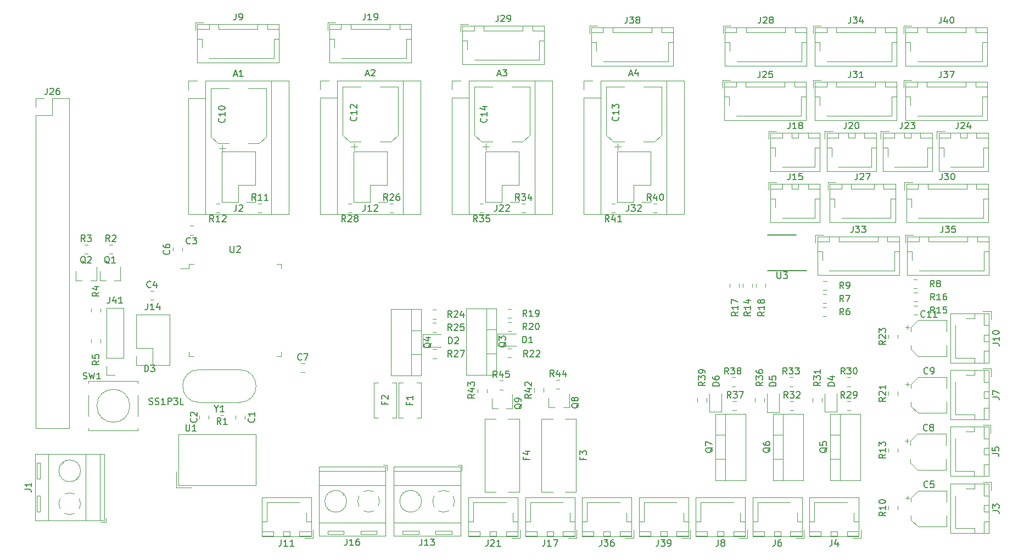
<source format=gbr>
G04 #@! TF.GenerationSoftware,KiCad,Pcbnew,(5.0.2)-1*
G04 #@! TF.CreationDate,2019-03-10T22:20:02+01:00*
G04 #@! TF.ProjectId,fdmbox_pcb_tiny,66646d62-6f78-45f7-9063-625f74696e79,rev?*
G04 #@! TF.SameCoordinates,Original*
G04 #@! TF.FileFunction,Legend,Top*
G04 #@! TF.FilePolarity,Positive*
%FSLAX46Y46*%
G04 Gerber Fmt 4.6, Leading zero omitted, Abs format (unit mm)*
G04 Created by KiCad (PCBNEW (5.0.2)-1) date 10.03.2019 22:20:02*
%MOMM*%
%LPD*%
G01*
G04 APERTURE LIST*
%ADD10C,0.120000*%
%ADD11C,0.150000*%
G04 APERTURE END LIST*
D10*
G04 #@! TO.C,Q9*
X148788000Y-119632000D02*
X148788000Y-118172000D01*
X151948000Y-119632000D02*
X151948000Y-117472000D01*
X151948000Y-119632000D02*
X151018000Y-119632000D01*
X148788000Y-119632000D02*
X149718000Y-119632000D01*
G04 #@! TO.C,R43*
X148030000Y-116714748D02*
X148030000Y-117237252D01*
X146610000Y-116714748D02*
X146610000Y-117237252D01*
G04 #@! TO.C,R45*
X149970748Y-116788000D02*
X150493252Y-116788000D01*
X149970748Y-115368000D02*
X150493252Y-115368000D01*
G04 #@! TO.C,U2*
X102810000Y-97411000D02*
X102110000Y-97411000D01*
X102110000Y-97411000D02*
X102110000Y-98111000D01*
X115630000Y-97411000D02*
X116330000Y-97411000D01*
X116330000Y-97411000D02*
X116330000Y-98111000D01*
X102810000Y-111631000D02*
X102110000Y-111631000D01*
X102110000Y-111631000D02*
X102110000Y-110931000D01*
X115630000Y-111631000D02*
X116330000Y-111631000D01*
X116330000Y-111631000D02*
X116330000Y-110931000D01*
X102110000Y-98111000D02*
X100820000Y-98111000D01*
G04 #@! TO.C,A1*
X114808000Y-69135800D02*
X114808000Y-89715800D01*
X104648000Y-71805800D02*
X104648000Y-89715800D01*
X103378000Y-69135800D02*
X101978000Y-69135800D01*
X101978000Y-69135800D02*
X101978000Y-70535800D01*
X104648000Y-69135800D02*
X104648000Y-71805800D01*
X104648000Y-71805800D02*
X101978000Y-71805800D01*
X101978000Y-71805800D02*
X101978000Y-89715800D01*
X101978000Y-89715800D02*
X117478000Y-89715800D01*
X117478000Y-89715800D02*
X117478000Y-69135800D01*
X117478000Y-69135800D02*
X104648000Y-69135800D01*
G04 #@! TO.C,A2*
X135128000Y-69085000D02*
X135128000Y-89665000D01*
X124968000Y-71755000D02*
X124968000Y-89665000D01*
X123698000Y-69085000D02*
X122298000Y-69085000D01*
X122298000Y-69085000D02*
X122298000Y-70485000D01*
X124968000Y-69085000D02*
X124968000Y-71755000D01*
X124968000Y-71755000D02*
X122298000Y-71755000D01*
X122298000Y-71755000D02*
X122298000Y-89665000D01*
X122298000Y-89665000D02*
X137798000Y-89665000D01*
X137798000Y-89665000D02*
X137798000Y-69085000D01*
X137798000Y-69085000D02*
X124968000Y-69085000D01*
G04 #@! TO.C,A3*
X158118000Y-69085000D02*
X145288000Y-69085000D01*
X158118000Y-89665000D02*
X158118000Y-69085000D01*
X142618000Y-89665000D02*
X158118000Y-89665000D01*
X142618000Y-71755000D02*
X142618000Y-89665000D01*
X145288000Y-71755000D02*
X142618000Y-71755000D01*
X145288000Y-69085000D02*
X145288000Y-71755000D01*
X142618000Y-69085000D02*
X142618000Y-70485000D01*
X144018000Y-69085000D02*
X142618000Y-69085000D01*
X145288000Y-71755000D02*
X145288000Y-89665000D01*
X155448000Y-69085000D02*
X155448000Y-89665000D01*
G04 #@! TO.C,A4*
X178438000Y-69085000D02*
X165608000Y-69085000D01*
X178438000Y-89665000D02*
X178438000Y-69085000D01*
X162938000Y-89665000D02*
X178438000Y-89665000D01*
X162938000Y-71755000D02*
X162938000Y-89665000D01*
X165608000Y-71755000D02*
X162938000Y-71755000D01*
X165608000Y-69085000D02*
X165608000Y-71755000D01*
X162938000Y-69085000D02*
X162938000Y-70485000D01*
X164338000Y-69085000D02*
X162938000Y-69085000D01*
X165608000Y-71755000D02*
X165608000Y-89665000D01*
X175768000Y-69085000D02*
X175768000Y-89665000D01*
G04 #@! TO.C,C1*
X110692000Y-121301252D02*
X110692000Y-120778748D01*
X109272000Y-121301252D02*
X109272000Y-120778748D01*
G04 #@! TO.C,C2*
X105104000Y-120778748D02*
X105104000Y-121301252D01*
X103684000Y-120778748D02*
X103684000Y-121301252D01*
G04 #@! TO.C,C3*
X102741252Y-92912000D02*
X102218748Y-92912000D01*
X102741252Y-91492000D02*
X102218748Y-91492000D01*
G04 #@! TO.C,C4*
X96122748Y-101525000D02*
X96645252Y-101525000D01*
X96122748Y-102945000D02*
X96645252Y-102945000D01*
G04 #@! TO.C,C5*
X212882500Y-133130500D02*
X212882500Y-133755500D01*
X212570000Y-133443000D02*
X213195000Y-133443000D01*
X213435000Y-136823563D02*
X214499437Y-137888000D01*
X213435000Y-133432437D02*
X214499437Y-132368000D01*
X213435000Y-133432437D02*
X213435000Y-134068000D01*
X213435000Y-136823563D02*
X213435000Y-136188000D01*
X214499437Y-137888000D02*
X218955000Y-137888000D01*
X214499437Y-132368000D02*
X218955000Y-132368000D01*
X218955000Y-132368000D02*
X218955000Y-134068000D01*
X218955000Y-137888000D02*
X218955000Y-136188000D01*
G04 #@! TO.C,C6*
X101040000Y-95375252D02*
X101040000Y-94852748D01*
X99620000Y-95375252D02*
X99620000Y-94852748D01*
G04 #@! TO.C,C7*
X119381748Y-114121000D02*
X119904252Y-114121000D01*
X119381748Y-112701000D02*
X119904252Y-112701000D01*
G04 #@! TO.C,C8*
X212800500Y-124367500D02*
X212800500Y-124992500D01*
X212488000Y-124680000D02*
X213113000Y-124680000D01*
X213353000Y-128060563D02*
X214417437Y-129125000D01*
X213353000Y-124669437D02*
X214417437Y-123605000D01*
X213353000Y-124669437D02*
X213353000Y-125305000D01*
X213353000Y-128060563D02*
X213353000Y-127425000D01*
X214417437Y-129125000D02*
X218873000Y-129125000D01*
X214417437Y-123605000D02*
X218873000Y-123605000D01*
X218873000Y-123605000D02*
X218873000Y-125305000D01*
X218873000Y-129125000D02*
X218873000Y-127425000D01*
G04 #@! TO.C,C9*
X218955000Y-120362000D02*
X218955000Y-118662000D01*
X218955000Y-114842000D02*
X218955000Y-116542000D01*
X214499437Y-114842000D02*
X218955000Y-114842000D01*
X214499437Y-120362000D02*
X218955000Y-120362000D01*
X213435000Y-119297563D02*
X213435000Y-118662000D01*
X213435000Y-115906437D02*
X213435000Y-116542000D01*
X213435000Y-115906437D02*
X214499437Y-114842000D01*
X213435000Y-119297563D02*
X214499437Y-120362000D01*
X212570000Y-115917000D02*
X213195000Y-115917000D01*
X212882500Y-115604500D02*
X212882500Y-116229500D01*
G04 #@! TO.C,C10*
X113988000Y-70291000D02*
X111238000Y-70291000D01*
X105468000Y-70291000D02*
X108218000Y-70291000D01*
X105468000Y-77746563D02*
X105468000Y-70291000D01*
X113988000Y-77746563D02*
X113988000Y-70291000D01*
X112923563Y-78811000D02*
X111238000Y-78811000D01*
X106532437Y-78811000D02*
X108218000Y-78811000D01*
X106532437Y-78811000D02*
X105468000Y-77746563D01*
X112923563Y-78811000D02*
X113988000Y-77746563D01*
X107218000Y-80051000D02*
X107218000Y-79051000D01*
X106718000Y-79551000D02*
X107718000Y-79551000D01*
G04 #@! TO.C,C11*
X218955000Y-111599000D02*
X218955000Y-109899000D01*
X218955000Y-106079000D02*
X218955000Y-107779000D01*
X214499437Y-106079000D02*
X218955000Y-106079000D01*
X214499437Y-111599000D02*
X218955000Y-111599000D01*
X213435000Y-110534563D02*
X213435000Y-109899000D01*
X213435000Y-107143437D02*
X213435000Y-107779000D01*
X213435000Y-107143437D02*
X214499437Y-106079000D01*
X213435000Y-110534563D02*
X214499437Y-111599000D01*
X212570000Y-107154000D02*
X213195000Y-107154000D01*
X212882500Y-106841500D02*
X212882500Y-107466500D01*
G04 #@! TO.C,C12*
X127038000Y-79293000D02*
X128038000Y-79293000D01*
X127538000Y-79793000D02*
X127538000Y-78793000D01*
X133243563Y-78553000D02*
X134308000Y-77488563D01*
X126852437Y-78553000D02*
X125788000Y-77488563D01*
X126852437Y-78553000D02*
X128538000Y-78553000D01*
X133243563Y-78553000D02*
X131558000Y-78553000D01*
X134308000Y-77488563D02*
X134308000Y-70033000D01*
X125788000Y-77488563D02*
X125788000Y-70033000D01*
X125788000Y-70033000D02*
X128538000Y-70033000D01*
X134308000Y-70033000D02*
X131558000Y-70033000D01*
G04 #@! TO.C,C13*
X167678000Y-79297000D02*
X168678000Y-79297000D01*
X168178000Y-79797000D02*
X168178000Y-78797000D01*
X173883563Y-78557000D02*
X174948000Y-77492563D01*
X167492437Y-78557000D02*
X166428000Y-77492563D01*
X167492437Y-78557000D02*
X169178000Y-78557000D01*
X173883563Y-78557000D02*
X172198000Y-78557000D01*
X174948000Y-77492563D02*
X174948000Y-70037000D01*
X166428000Y-77492563D02*
X166428000Y-70037000D01*
X166428000Y-70037000D02*
X169178000Y-70037000D01*
X174948000Y-70037000D02*
X172198000Y-70037000D01*
G04 #@! TO.C,C14*
X154628000Y-70035000D02*
X151878000Y-70035000D01*
X146108000Y-70035000D02*
X148858000Y-70035000D01*
X146108000Y-77490563D02*
X146108000Y-70035000D01*
X154628000Y-77490563D02*
X154628000Y-70035000D01*
X153563563Y-78555000D02*
X151878000Y-78555000D01*
X147172437Y-78555000D02*
X148858000Y-78555000D01*
X147172437Y-78555000D02*
X146108000Y-77490563D01*
X153563563Y-78555000D02*
X154628000Y-77490563D01*
X147858000Y-79795000D02*
X147858000Y-78795000D01*
X147358000Y-79295000D02*
X148358000Y-79295000D01*
G04 #@! TO.C,D1*
X149660000Y-110053000D02*
X152520000Y-110053000D01*
X149660000Y-108133000D02*
X149660000Y-110053000D01*
X152520000Y-108133000D02*
X149660000Y-108133000D01*
G04 #@! TO.C,D2*
X140963000Y-108260000D02*
X138103000Y-108260000D01*
X138103000Y-108260000D02*
X138103000Y-110180000D01*
X138103000Y-110180000D02*
X140963000Y-110180000D01*
G04 #@! TO.C,D4*
X200081000Y-117355000D02*
X200081000Y-120215000D01*
X200081000Y-120215000D02*
X202001000Y-120215000D01*
X202001000Y-120215000D02*
X202001000Y-117355000D01*
G04 #@! TO.C,D5*
X191191000Y-117373000D02*
X191191000Y-120233000D01*
X191191000Y-120233000D02*
X193111000Y-120233000D01*
X193111000Y-120233000D02*
X193111000Y-117373000D01*
G04 #@! TO.C,D6*
X184221000Y-120215000D02*
X184221000Y-117355000D01*
X182301000Y-120215000D02*
X184221000Y-120215000D01*
X182301000Y-117355000D02*
X182301000Y-120215000D01*
G04 #@! TO.C,F1*
X137865000Y-115734000D02*
X137865000Y-121074000D01*
X134423000Y-115734000D02*
X134423000Y-121074000D01*
X137865000Y-115734000D02*
X137199000Y-115734000D01*
X135089000Y-115734000D02*
X134423000Y-115734000D01*
X137865000Y-121074000D02*
X137199000Y-121074000D01*
X135089000Y-121074000D02*
X134423000Y-121074000D01*
G04 #@! TO.C,F2*
X133389000Y-115734000D02*
X134055000Y-115734000D01*
X130613000Y-115734000D02*
X131279000Y-115734000D01*
X133389000Y-121074000D02*
X134055000Y-121074000D01*
X130613000Y-121074000D02*
X131279000Y-121074000D01*
X134055000Y-121074000D02*
X134055000Y-115734000D01*
X130613000Y-121074000D02*
X130613000Y-115734000D01*
G04 #@! TO.C,F3*
X161801000Y-121300000D02*
X161801000Y-132540000D01*
X156461000Y-121300000D02*
X156461000Y-132540000D01*
X161801000Y-121300000D02*
X160056000Y-121300000D01*
X158206000Y-121300000D02*
X156461000Y-121300000D01*
X161801000Y-132540000D02*
X160056000Y-132540000D01*
X158206000Y-132540000D02*
X156461000Y-132540000D01*
G04 #@! TO.C,F4*
X149443000Y-132540000D02*
X147698000Y-132540000D01*
X153038000Y-132540000D02*
X151293000Y-132540000D01*
X149443000Y-121300000D02*
X147698000Y-121300000D01*
X153038000Y-121300000D02*
X151293000Y-121300000D01*
X147698000Y-121300000D02*
X147698000Y-132540000D01*
X153038000Y-121300000D02*
X153038000Y-132540000D01*
G04 #@! TO.C,J1*
X85176352Y-133577288D02*
G75*
G02X85373000Y-134366000I-1483352J-788712D01*
G01*
X82903912Y-132882047D02*
G75*
G02X84482000Y-132882000I789088J-1483953D01*
G01*
X82209047Y-135155088D02*
G75*
G02X82209000Y-133577000I1483953J789088D01*
G01*
X84482088Y-135849953D02*
G75*
G02X82904000Y-135850000I-789088J1483953D01*
G01*
X85373450Y-134336617D02*
G75*
G02X85177000Y-135155000I-1680450J-29383D01*
G01*
X85373000Y-129286000D02*
G75*
G03X85373000Y-129286000I-1680000J0D01*
G01*
X88393000Y-136966000D02*
X88393000Y-126686000D01*
X86193000Y-136966000D02*
X86193000Y-126686000D01*
X80393000Y-136966000D02*
X80393000Y-126686000D01*
X78333000Y-136966000D02*
X78333000Y-126686000D01*
X89053000Y-136966000D02*
X89053000Y-126686000D01*
X78333000Y-136966000D02*
X89053000Y-136966000D01*
X78333000Y-126686000D02*
X89053000Y-126686000D01*
X78643000Y-135616000D02*
X78643000Y-133116000D01*
X79143000Y-135616000D02*
X79143000Y-133116000D01*
X78643000Y-135616000D02*
X79143000Y-135616000D01*
X78643000Y-133116000D02*
X79143000Y-133116000D01*
X82624000Y-128011000D02*
X82717000Y-128105000D01*
X84909000Y-130296000D02*
X84967000Y-130355000D01*
X82418000Y-128216000D02*
X82477000Y-128275000D01*
X84669000Y-130466000D02*
X84762000Y-130560000D01*
X78643000Y-130536000D02*
X78643000Y-128036000D01*
X79143000Y-130536000D02*
X79143000Y-128036000D01*
X78643000Y-130536000D02*
X79143000Y-130536000D01*
X78643000Y-128036000D02*
X79143000Y-128036000D01*
X88453000Y-137206000D02*
X89293000Y-137206000D01*
X89293000Y-137206000D02*
X89293000Y-136606000D01*
G04 #@! TO.C,J2*
X112328000Y-87817000D02*
X110998000Y-87817000D01*
X112328000Y-86487000D02*
X112328000Y-87817000D01*
X109728000Y-87817000D02*
X107128000Y-87817000D01*
X109728000Y-85217000D02*
X109728000Y-87817000D01*
X112328000Y-85217000D02*
X109728000Y-85217000D01*
X107128000Y-87817000D02*
X107128000Y-80077000D01*
X112328000Y-85217000D02*
X112328000Y-80077000D01*
X112328000Y-80077000D02*
X107128000Y-80077000D01*
G04 #@! TO.C,J3*
X225472000Y-131298000D02*
X219502000Y-131298000D01*
X219502000Y-131298000D02*
X219502000Y-138918000D01*
X219502000Y-138918000D02*
X225472000Y-138918000D01*
X225472000Y-138918000D02*
X225472000Y-131298000D01*
X225462000Y-134608000D02*
X224712000Y-134608000D01*
X224712000Y-134608000D02*
X224712000Y-135608000D01*
X224712000Y-135608000D02*
X225462000Y-135608000D01*
X225462000Y-135608000D02*
X225462000Y-134608000D01*
X225462000Y-131308000D02*
X224712000Y-131308000D01*
X224712000Y-131308000D02*
X224712000Y-133108000D01*
X224712000Y-133108000D02*
X225462000Y-133108000D01*
X225462000Y-133108000D02*
X225462000Y-131308000D01*
X225462000Y-137108000D02*
X224712000Y-137108000D01*
X224712000Y-137108000D02*
X224712000Y-138908000D01*
X224712000Y-138908000D02*
X225462000Y-138908000D01*
X225462000Y-138908000D02*
X225462000Y-137108000D01*
X223212000Y-131308000D02*
X223212000Y-132058000D01*
X223212000Y-132058000D02*
X221872000Y-132058000D01*
X220262000Y-135108000D02*
X220262000Y-133118000D01*
X223212000Y-138908000D02*
X223212000Y-138158000D01*
X223212000Y-138158000D02*
X220262000Y-138158000D01*
X220262000Y-138158000D02*
X220262000Y-135108000D01*
X225762000Y-132258000D02*
X225762000Y-131008000D01*
X225762000Y-131008000D02*
X224512000Y-131008000D01*
G04 #@! TO.C,J4*
X205669000Y-139656000D02*
X205669000Y-138406000D01*
X204419000Y-139656000D02*
X205669000Y-139656000D01*
X198519000Y-134156000D02*
X201569000Y-134156000D01*
X198519000Y-137106000D02*
X198519000Y-134156000D01*
X197769000Y-137106000D02*
X198519000Y-137106000D01*
X201569000Y-134156000D02*
X203559000Y-134156000D01*
X204619000Y-137106000D02*
X204619000Y-135766000D01*
X205369000Y-137106000D02*
X204619000Y-137106000D01*
X197769000Y-139356000D02*
X199569000Y-139356000D01*
X197769000Y-138606000D02*
X197769000Y-139356000D01*
X199569000Y-138606000D02*
X197769000Y-138606000D01*
X199569000Y-139356000D02*
X199569000Y-138606000D01*
X203569000Y-139356000D02*
X205369000Y-139356000D01*
X203569000Y-138606000D02*
X203569000Y-139356000D01*
X205369000Y-138606000D02*
X203569000Y-138606000D01*
X205369000Y-139356000D02*
X205369000Y-138606000D01*
X201069000Y-139356000D02*
X202069000Y-139356000D01*
X201069000Y-138606000D02*
X201069000Y-139356000D01*
X202069000Y-138606000D02*
X201069000Y-138606000D01*
X202069000Y-139356000D02*
X202069000Y-138606000D01*
X197759000Y-139366000D02*
X205379000Y-139366000D01*
X197759000Y-133396000D02*
X197759000Y-139366000D01*
X205379000Y-133396000D02*
X197759000Y-133396000D01*
X205379000Y-139366000D02*
X205379000Y-133396000D01*
G04 #@! TO.C,J5*
X225730000Y-122194000D02*
X224480000Y-122194000D01*
X225730000Y-123444000D02*
X225730000Y-122194000D01*
X220230000Y-129344000D02*
X220230000Y-126294000D01*
X223180000Y-129344000D02*
X220230000Y-129344000D01*
X223180000Y-130094000D02*
X223180000Y-129344000D01*
X220230000Y-126294000D02*
X220230000Y-124304000D01*
X223180000Y-123244000D02*
X221840000Y-123244000D01*
X223180000Y-122494000D02*
X223180000Y-123244000D01*
X225430000Y-130094000D02*
X225430000Y-128294000D01*
X224680000Y-130094000D02*
X225430000Y-130094000D01*
X224680000Y-128294000D02*
X224680000Y-130094000D01*
X225430000Y-128294000D02*
X224680000Y-128294000D01*
X225430000Y-124294000D02*
X225430000Y-122494000D01*
X224680000Y-124294000D02*
X225430000Y-124294000D01*
X224680000Y-122494000D02*
X224680000Y-124294000D01*
X225430000Y-122494000D02*
X224680000Y-122494000D01*
X225430000Y-126794000D02*
X225430000Y-125794000D01*
X224680000Y-126794000D02*
X225430000Y-126794000D01*
X224680000Y-125794000D02*
X224680000Y-126794000D01*
X225430000Y-125794000D02*
X224680000Y-125794000D01*
X225440000Y-130104000D02*
X225440000Y-122484000D01*
X219470000Y-130104000D02*
X225440000Y-130104000D01*
X219470000Y-122484000D02*
X219470000Y-130104000D01*
X225440000Y-122484000D02*
X219470000Y-122484000D01*
G04 #@! TO.C,J6*
X196906000Y-139656000D02*
X196906000Y-138406000D01*
X195656000Y-139656000D02*
X196906000Y-139656000D01*
X189756000Y-134156000D02*
X192806000Y-134156000D01*
X189756000Y-137106000D02*
X189756000Y-134156000D01*
X189006000Y-137106000D02*
X189756000Y-137106000D01*
X192806000Y-134156000D02*
X194796000Y-134156000D01*
X195856000Y-137106000D02*
X195856000Y-135766000D01*
X196606000Y-137106000D02*
X195856000Y-137106000D01*
X189006000Y-139356000D02*
X190806000Y-139356000D01*
X189006000Y-138606000D02*
X189006000Y-139356000D01*
X190806000Y-138606000D02*
X189006000Y-138606000D01*
X190806000Y-139356000D02*
X190806000Y-138606000D01*
X194806000Y-139356000D02*
X196606000Y-139356000D01*
X194806000Y-138606000D02*
X194806000Y-139356000D01*
X196606000Y-138606000D02*
X194806000Y-138606000D01*
X196606000Y-139356000D02*
X196606000Y-138606000D01*
X192306000Y-139356000D02*
X193306000Y-139356000D01*
X192306000Y-138606000D02*
X192306000Y-139356000D01*
X193306000Y-138606000D02*
X192306000Y-138606000D01*
X193306000Y-139356000D02*
X193306000Y-138606000D01*
X188996000Y-139366000D02*
X196616000Y-139366000D01*
X188996000Y-133396000D02*
X188996000Y-139366000D01*
X196616000Y-133396000D02*
X188996000Y-133396000D01*
X196616000Y-139366000D02*
X196616000Y-133396000D01*
G04 #@! TO.C,J7*
X225472000Y-113772000D02*
X219502000Y-113772000D01*
X219502000Y-113772000D02*
X219502000Y-121392000D01*
X219502000Y-121392000D02*
X225472000Y-121392000D01*
X225472000Y-121392000D02*
X225472000Y-113772000D01*
X225462000Y-117082000D02*
X224712000Y-117082000D01*
X224712000Y-117082000D02*
X224712000Y-118082000D01*
X224712000Y-118082000D02*
X225462000Y-118082000D01*
X225462000Y-118082000D02*
X225462000Y-117082000D01*
X225462000Y-113782000D02*
X224712000Y-113782000D01*
X224712000Y-113782000D02*
X224712000Y-115582000D01*
X224712000Y-115582000D02*
X225462000Y-115582000D01*
X225462000Y-115582000D02*
X225462000Y-113782000D01*
X225462000Y-119582000D02*
X224712000Y-119582000D01*
X224712000Y-119582000D02*
X224712000Y-121382000D01*
X224712000Y-121382000D02*
X225462000Y-121382000D01*
X225462000Y-121382000D02*
X225462000Y-119582000D01*
X223212000Y-113782000D02*
X223212000Y-114532000D01*
X223212000Y-114532000D02*
X221872000Y-114532000D01*
X220262000Y-117582000D02*
X220262000Y-115592000D01*
X223212000Y-121382000D02*
X223212000Y-120632000D01*
X223212000Y-120632000D02*
X220262000Y-120632000D01*
X220262000Y-120632000D02*
X220262000Y-117582000D01*
X225762000Y-114732000D02*
X225762000Y-113482000D01*
X225762000Y-113482000D02*
X224512000Y-113482000D01*
G04 #@! TO.C,J8*
X187853000Y-139366000D02*
X187853000Y-133396000D01*
X187853000Y-133396000D02*
X180233000Y-133396000D01*
X180233000Y-133396000D02*
X180233000Y-139366000D01*
X180233000Y-139366000D02*
X187853000Y-139366000D01*
X184543000Y-139356000D02*
X184543000Y-138606000D01*
X184543000Y-138606000D02*
X183543000Y-138606000D01*
X183543000Y-138606000D02*
X183543000Y-139356000D01*
X183543000Y-139356000D02*
X184543000Y-139356000D01*
X187843000Y-139356000D02*
X187843000Y-138606000D01*
X187843000Y-138606000D02*
X186043000Y-138606000D01*
X186043000Y-138606000D02*
X186043000Y-139356000D01*
X186043000Y-139356000D02*
X187843000Y-139356000D01*
X182043000Y-139356000D02*
X182043000Y-138606000D01*
X182043000Y-138606000D02*
X180243000Y-138606000D01*
X180243000Y-138606000D02*
X180243000Y-139356000D01*
X180243000Y-139356000D02*
X182043000Y-139356000D01*
X187843000Y-137106000D02*
X187093000Y-137106000D01*
X187093000Y-137106000D02*
X187093000Y-135766000D01*
X184043000Y-134156000D02*
X186033000Y-134156000D01*
X180243000Y-137106000D02*
X180993000Y-137106000D01*
X180993000Y-137106000D02*
X180993000Y-134156000D01*
X180993000Y-134156000D02*
X184043000Y-134156000D01*
X186893000Y-139656000D02*
X188143000Y-139656000D01*
X188143000Y-139656000D02*
X188143000Y-138406000D01*
G04 #@! TO.C,J9*
X103358000Y-60405000D02*
X103358000Y-66375000D01*
X103358000Y-66375000D02*
X115978000Y-66375000D01*
X115978000Y-66375000D02*
X115978000Y-60405000D01*
X115978000Y-60405000D02*
X103358000Y-60405000D01*
X106668000Y-60415000D02*
X106668000Y-61165000D01*
X106668000Y-61165000D02*
X112668000Y-61165000D01*
X112668000Y-61165000D02*
X112668000Y-60415000D01*
X112668000Y-60415000D02*
X106668000Y-60415000D01*
X103368000Y-60415000D02*
X103368000Y-61165000D01*
X103368000Y-61165000D02*
X105168000Y-61165000D01*
X105168000Y-61165000D02*
X105168000Y-60415000D01*
X105168000Y-60415000D02*
X103368000Y-60415000D01*
X114168000Y-60415000D02*
X114168000Y-61165000D01*
X114168000Y-61165000D02*
X115968000Y-61165000D01*
X115968000Y-61165000D02*
X115968000Y-60415000D01*
X115968000Y-60415000D02*
X114168000Y-60415000D01*
X103368000Y-62665000D02*
X104118000Y-62665000D01*
X104118000Y-62665000D02*
X104118000Y-64005000D01*
X109668000Y-65615000D02*
X105178000Y-65615000D01*
X115968000Y-62665000D02*
X115218000Y-62665000D01*
X115218000Y-62665000D02*
X115218000Y-65615000D01*
X115218000Y-65615000D02*
X109668000Y-65615000D01*
X104318000Y-60115000D02*
X103068000Y-60115000D01*
X103068000Y-60115000D02*
X103068000Y-61365000D01*
G04 #@! TO.C,J10*
X225472000Y-105009000D02*
X219502000Y-105009000D01*
X219502000Y-105009000D02*
X219502000Y-112629000D01*
X219502000Y-112629000D02*
X225472000Y-112629000D01*
X225472000Y-112629000D02*
X225472000Y-105009000D01*
X225462000Y-108319000D02*
X224712000Y-108319000D01*
X224712000Y-108319000D02*
X224712000Y-109319000D01*
X224712000Y-109319000D02*
X225462000Y-109319000D01*
X225462000Y-109319000D02*
X225462000Y-108319000D01*
X225462000Y-105019000D02*
X224712000Y-105019000D01*
X224712000Y-105019000D02*
X224712000Y-106819000D01*
X224712000Y-106819000D02*
X225462000Y-106819000D01*
X225462000Y-106819000D02*
X225462000Y-105019000D01*
X225462000Y-110819000D02*
X224712000Y-110819000D01*
X224712000Y-110819000D02*
X224712000Y-112619000D01*
X224712000Y-112619000D02*
X225462000Y-112619000D01*
X225462000Y-112619000D02*
X225462000Y-110819000D01*
X223212000Y-105019000D02*
X223212000Y-105769000D01*
X223212000Y-105769000D02*
X221872000Y-105769000D01*
X220262000Y-108819000D02*
X220262000Y-106829000D01*
X223212000Y-112619000D02*
X223212000Y-111869000D01*
X223212000Y-111869000D02*
X220262000Y-111869000D01*
X220262000Y-111869000D02*
X220262000Y-108819000D01*
X225762000Y-105969000D02*
X225762000Y-104719000D01*
X225762000Y-104719000D02*
X224512000Y-104719000D01*
G04 #@! TO.C,J11*
X120924000Y-139366000D02*
X120924000Y-133396000D01*
X120924000Y-133396000D02*
X113304000Y-133396000D01*
X113304000Y-133396000D02*
X113304000Y-139366000D01*
X113304000Y-139366000D02*
X120924000Y-139366000D01*
X117614000Y-139356000D02*
X117614000Y-138606000D01*
X117614000Y-138606000D02*
X116614000Y-138606000D01*
X116614000Y-138606000D02*
X116614000Y-139356000D01*
X116614000Y-139356000D02*
X117614000Y-139356000D01*
X120914000Y-139356000D02*
X120914000Y-138606000D01*
X120914000Y-138606000D02*
X119114000Y-138606000D01*
X119114000Y-138606000D02*
X119114000Y-139356000D01*
X119114000Y-139356000D02*
X120914000Y-139356000D01*
X115114000Y-139356000D02*
X115114000Y-138606000D01*
X115114000Y-138606000D02*
X113314000Y-138606000D01*
X113314000Y-138606000D02*
X113314000Y-139356000D01*
X113314000Y-139356000D02*
X115114000Y-139356000D01*
X120914000Y-137106000D02*
X120164000Y-137106000D01*
X120164000Y-137106000D02*
X120164000Y-135766000D01*
X117114000Y-134156000D02*
X119104000Y-134156000D01*
X113314000Y-137106000D02*
X114064000Y-137106000D01*
X114064000Y-137106000D02*
X114064000Y-134156000D01*
X114064000Y-134156000D02*
X117114000Y-134156000D01*
X119964000Y-139656000D02*
X121214000Y-139656000D01*
X121214000Y-139656000D02*
X121214000Y-138406000D01*
G04 #@! TO.C,J12*
X132648000Y-80077000D02*
X127448000Y-80077000D01*
X132648000Y-85217000D02*
X132648000Y-80077000D01*
X127448000Y-87817000D02*
X127448000Y-80077000D01*
X132648000Y-85217000D02*
X130048000Y-85217000D01*
X130048000Y-85217000D02*
X130048000Y-87817000D01*
X130048000Y-87817000D02*
X127448000Y-87817000D01*
X132648000Y-86487000D02*
X132648000Y-87817000D01*
X132648000Y-87817000D02*
X131318000Y-87817000D01*
G04 #@! TO.C,J13*
X144191000Y-128385000D02*
X143591000Y-128385000D01*
X144191000Y-129225000D02*
X144191000Y-128385000D01*
X135021000Y-139035000D02*
X135021000Y-138535000D01*
X137521000Y-139035000D02*
X137521000Y-138535000D01*
X137521000Y-138535000D02*
X135021000Y-138535000D01*
X137521000Y-139035000D02*
X135021000Y-139035000D01*
X137451000Y-133009000D02*
X137545000Y-132916000D01*
X135201000Y-135260000D02*
X135260000Y-135201000D01*
X137281000Y-132769000D02*
X137340000Y-132711000D01*
X134996000Y-135054000D02*
X135090000Y-134961000D01*
X140101000Y-139035000D02*
X140101000Y-138535000D01*
X142601000Y-139035000D02*
X142601000Y-138535000D01*
X142601000Y-138535000D02*
X140101000Y-138535000D01*
X142601000Y-139035000D02*
X140101000Y-139035000D01*
X133671000Y-139345000D02*
X133671000Y-128625000D01*
X143951000Y-139345000D02*
X143951000Y-128625000D01*
X143951000Y-128625000D02*
X133671000Y-128625000D01*
X143951000Y-139345000D02*
X133671000Y-139345000D01*
X143951000Y-137285000D02*
X133671000Y-137285000D01*
X143951000Y-131485000D02*
X133671000Y-131485000D01*
X143951000Y-129285000D02*
X133671000Y-129285000D01*
X137951000Y-133985000D02*
G75*
G03X137951000Y-133985000I-1680000J0D01*
G01*
X141321617Y-132304550D02*
G75*
G02X142140000Y-132501000I29383J-1680450D01*
G01*
X142834953Y-133195912D02*
G75*
G02X142835000Y-134774000I-1483953J-789088D01*
G01*
X142140088Y-135468953D02*
G75*
G02X140562000Y-135469000I-789088J1483953D01*
G01*
X139867047Y-134774088D02*
G75*
G02X139867000Y-133196000I1483953J789088D01*
G01*
X140562288Y-132501648D02*
G75*
G02X141351000Y-132305000I788712J-1483352D01*
G01*
G04 #@! TO.C,J14*
X99120000Y-112963000D02*
X96520000Y-112963000D01*
X99120000Y-112963000D02*
X99120000Y-105223000D01*
X99120000Y-105223000D02*
X93920000Y-105223000D01*
X93920000Y-110363000D02*
X93920000Y-105223000D01*
X96520000Y-110363000D02*
X93920000Y-110363000D01*
X96520000Y-112963000D02*
X96520000Y-110363000D01*
X93920000Y-112963000D02*
X93920000Y-111633000D01*
X95250000Y-112963000D02*
X93920000Y-112963000D01*
G04 #@! TO.C,J15*
X191460000Y-84753000D02*
X191460000Y-86003000D01*
X192710000Y-84753000D02*
X191460000Y-84753000D01*
X198610000Y-90253000D02*
X195560000Y-90253000D01*
X198610000Y-87303000D02*
X198610000Y-90253000D01*
X199360000Y-87303000D02*
X198610000Y-87303000D01*
X195560000Y-90253000D02*
X193570000Y-90253000D01*
X192510000Y-87303000D02*
X192510000Y-88643000D01*
X191760000Y-87303000D02*
X192510000Y-87303000D01*
X199360000Y-85053000D02*
X197560000Y-85053000D01*
X199360000Y-85803000D02*
X199360000Y-85053000D01*
X197560000Y-85803000D02*
X199360000Y-85803000D01*
X197560000Y-85053000D02*
X197560000Y-85803000D01*
X193560000Y-85053000D02*
X191760000Y-85053000D01*
X193560000Y-85803000D02*
X193560000Y-85053000D01*
X191760000Y-85803000D02*
X193560000Y-85803000D01*
X191760000Y-85053000D02*
X191760000Y-85803000D01*
X196060000Y-85053000D02*
X195060000Y-85053000D01*
X196060000Y-85803000D02*
X196060000Y-85053000D01*
X195060000Y-85803000D02*
X196060000Y-85803000D01*
X195060000Y-85053000D02*
X195060000Y-85803000D01*
X199370000Y-85043000D02*
X191750000Y-85043000D01*
X199370000Y-91013000D02*
X199370000Y-85043000D01*
X191750000Y-91013000D02*
X199370000Y-91013000D01*
X191750000Y-85043000D02*
X191750000Y-91013000D01*
G04 #@! TO.C,J16*
X129005288Y-132501648D02*
G75*
G02X129794000Y-132305000I788712J-1483352D01*
G01*
X128310047Y-134774088D02*
G75*
G02X128310000Y-133196000I1483953J789088D01*
G01*
X130583088Y-135468953D02*
G75*
G02X129005000Y-135469000I-789088J1483953D01*
G01*
X131277953Y-133195912D02*
G75*
G02X131278000Y-134774000I-1483953J-789088D01*
G01*
X129764617Y-132304550D02*
G75*
G02X130583000Y-132501000I29383J-1680450D01*
G01*
X126394000Y-133985000D02*
G75*
G03X126394000Y-133985000I-1680000J0D01*
G01*
X132394000Y-129285000D02*
X122114000Y-129285000D01*
X132394000Y-131485000D02*
X122114000Y-131485000D01*
X132394000Y-137285000D02*
X122114000Y-137285000D01*
X132394000Y-139345000D02*
X122114000Y-139345000D01*
X132394000Y-128625000D02*
X122114000Y-128625000D01*
X132394000Y-139345000D02*
X132394000Y-128625000D01*
X122114000Y-139345000D02*
X122114000Y-128625000D01*
X131044000Y-139035000D02*
X128544000Y-139035000D01*
X131044000Y-138535000D02*
X128544000Y-138535000D01*
X131044000Y-139035000D02*
X131044000Y-138535000D01*
X128544000Y-139035000D02*
X128544000Y-138535000D01*
X123439000Y-135054000D02*
X123533000Y-134961000D01*
X125724000Y-132769000D02*
X125783000Y-132711000D01*
X123644000Y-135260000D02*
X123703000Y-135201000D01*
X125894000Y-133009000D02*
X125988000Y-132916000D01*
X125964000Y-139035000D02*
X123464000Y-139035000D01*
X125964000Y-138535000D02*
X123464000Y-138535000D01*
X125964000Y-139035000D02*
X125964000Y-138535000D01*
X123464000Y-139035000D02*
X123464000Y-138535000D01*
X132634000Y-129225000D02*
X132634000Y-128385000D01*
X132634000Y-128385000D02*
X132034000Y-128385000D01*
G04 #@! TO.C,J17*
X161854000Y-139656000D02*
X161854000Y-138406000D01*
X160604000Y-139656000D02*
X161854000Y-139656000D01*
X154704000Y-134156000D02*
X157754000Y-134156000D01*
X154704000Y-137106000D02*
X154704000Y-134156000D01*
X153954000Y-137106000D02*
X154704000Y-137106000D01*
X157754000Y-134156000D02*
X159744000Y-134156000D01*
X160804000Y-137106000D02*
X160804000Y-135766000D01*
X161554000Y-137106000D02*
X160804000Y-137106000D01*
X153954000Y-139356000D02*
X155754000Y-139356000D01*
X153954000Y-138606000D02*
X153954000Y-139356000D01*
X155754000Y-138606000D02*
X153954000Y-138606000D01*
X155754000Y-139356000D02*
X155754000Y-138606000D01*
X159754000Y-139356000D02*
X161554000Y-139356000D01*
X159754000Y-138606000D02*
X159754000Y-139356000D01*
X161554000Y-138606000D02*
X159754000Y-138606000D01*
X161554000Y-139356000D02*
X161554000Y-138606000D01*
X157254000Y-139356000D02*
X158254000Y-139356000D01*
X157254000Y-138606000D02*
X157254000Y-139356000D01*
X158254000Y-138606000D02*
X157254000Y-138606000D01*
X158254000Y-139356000D02*
X158254000Y-138606000D01*
X153944000Y-139366000D02*
X161564000Y-139366000D01*
X153944000Y-133396000D02*
X153944000Y-139366000D01*
X161564000Y-133396000D02*
X153944000Y-133396000D01*
X161564000Y-139366000D02*
X161564000Y-133396000D01*
G04 #@! TO.C,J18*
X191750000Y-77169000D02*
X191750000Y-83139000D01*
X191750000Y-83139000D02*
X199370000Y-83139000D01*
X199370000Y-83139000D02*
X199370000Y-77169000D01*
X199370000Y-77169000D02*
X191750000Y-77169000D01*
X195060000Y-77179000D02*
X195060000Y-77929000D01*
X195060000Y-77929000D02*
X196060000Y-77929000D01*
X196060000Y-77929000D02*
X196060000Y-77179000D01*
X196060000Y-77179000D02*
X195060000Y-77179000D01*
X191760000Y-77179000D02*
X191760000Y-77929000D01*
X191760000Y-77929000D02*
X193560000Y-77929000D01*
X193560000Y-77929000D02*
X193560000Y-77179000D01*
X193560000Y-77179000D02*
X191760000Y-77179000D01*
X197560000Y-77179000D02*
X197560000Y-77929000D01*
X197560000Y-77929000D02*
X199360000Y-77929000D01*
X199360000Y-77929000D02*
X199360000Y-77179000D01*
X199360000Y-77179000D02*
X197560000Y-77179000D01*
X191760000Y-79429000D02*
X192510000Y-79429000D01*
X192510000Y-79429000D02*
X192510000Y-80769000D01*
X195560000Y-82379000D02*
X193570000Y-82379000D01*
X199360000Y-79429000D02*
X198610000Y-79429000D01*
X198610000Y-79429000D02*
X198610000Y-82379000D01*
X198610000Y-82379000D02*
X195560000Y-82379000D01*
X192710000Y-76879000D02*
X191460000Y-76879000D01*
X191460000Y-76879000D02*
X191460000Y-78129000D01*
G04 #@! TO.C,J19*
X123758000Y-60405000D02*
X123758000Y-66375000D01*
X123758000Y-66375000D02*
X136378000Y-66375000D01*
X136378000Y-66375000D02*
X136378000Y-60405000D01*
X136378000Y-60405000D02*
X123758000Y-60405000D01*
X127068000Y-60415000D02*
X127068000Y-61165000D01*
X127068000Y-61165000D02*
X133068000Y-61165000D01*
X133068000Y-61165000D02*
X133068000Y-60415000D01*
X133068000Y-60415000D02*
X127068000Y-60415000D01*
X123768000Y-60415000D02*
X123768000Y-61165000D01*
X123768000Y-61165000D02*
X125568000Y-61165000D01*
X125568000Y-61165000D02*
X125568000Y-60415000D01*
X125568000Y-60415000D02*
X123768000Y-60415000D01*
X134568000Y-60415000D02*
X134568000Y-61165000D01*
X134568000Y-61165000D02*
X136368000Y-61165000D01*
X136368000Y-61165000D02*
X136368000Y-60415000D01*
X136368000Y-60415000D02*
X134568000Y-60415000D01*
X123768000Y-62665000D02*
X124518000Y-62665000D01*
X124518000Y-62665000D02*
X124518000Y-64005000D01*
X130068000Y-65615000D02*
X125578000Y-65615000D01*
X136368000Y-62665000D02*
X135618000Y-62665000D01*
X135618000Y-62665000D02*
X135618000Y-65615000D01*
X135618000Y-65615000D02*
X130068000Y-65615000D01*
X124718000Y-60115000D02*
X123468000Y-60115000D01*
X123468000Y-60115000D02*
X123468000Y-61365000D01*
G04 #@! TO.C,J20*
X200136000Y-76879000D02*
X200136000Y-78129000D01*
X201386000Y-76879000D02*
X200136000Y-76879000D01*
X207286000Y-82379000D02*
X204236000Y-82379000D01*
X207286000Y-79429000D02*
X207286000Y-82379000D01*
X208036000Y-79429000D02*
X207286000Y-79429000D01*
X204236000Y-82379000D02*
X202246000Y-82379000D01*
X201186000Y-79429000D02*
X201186000Y-80769000D01*
X200436000Y-79429000D02*
X201186000Y-79429000D01*
X208036000Y-77179000D02*
X206236000Y-77179000D01*
X208036000Y-77929000D02*
X208036000Y-77179000D01*
X206236000Y-77929000D02*
X208036000Y-77929000D01*
X206236000Y-77179000D02*
X206236000Y-77929000D01*
X202236000Y-77179000D02*
X200436000Y-77179000D01*
X202236000Y-77929000D02*
X202236000Y-77179000D01*
X200436000Y-77929000D02*
X202236000Y-77929000D01*
X200436000Y-77179000D02*
X200436000Y-77929000D01*
X204736000Y-77179000D02*
X203736000Y-77179000D01*
X204736000Y-77929000D02*
X204736000Y-77179000D01*
X203736000Y-77929000D02*
X204736000Y-77929000D01*
X203736000Y-77179000D02*
X203736000Y-77929000D01*
X208046000Y-77169000D02*
X200426000Y-77169000D01*
X208046000Y-83139000D02*
X208046000Y-77169000D01*
X200426000Y-83139000D02*
X208046000Y-83139000D01*
X200426000Y-77169000D02*
X200426000Y-83139000D01*
G04 #@! TO.C,J21*
X152801000Y-139366000D02*
X152801000Y-133396000D01*
X152801000Y-133396000D02*
X145181000Y-133396000D01*
X145181000Y-133396000D02*
X145181000Y-139366000D01*
X145181000Y-139366000D02*
X152801000Y-139366000D01*
X149491000Y-139356000D02*
X149491000Y-138606000D01*
X149491000Y-138606000D02*
X148491000Y-138606000D01*
X148491000Y-138606000D02*
X148491000Y-139356000D01*
X148491000Y-139356000D02*
X149491000Y-139356000D01*
X152791000Y-139356000D02*
X152791000Y-138606000D01*
X152791000Y-138606000D02*
X150991000Y-138606000D01*
X150991000Y-138606000D02*
X150991000Y-139356000D01*
X150991000Y-139356000D02*
X152791000Y-139356000D01*
X146991000Y-139356000D02*
X146991000Y-138606000D01*
X146991000Y-138606000D02*
X145191000Y-138606000D01*
X145191000Y-138606000D02*
X145191000Y-139356000D01*
X145191000Y-139356000D02*
X146991000Y-139356000D01*
X152791000Y-137106000D02*
X152041000Y-137106000D01*
X152041000Y-137106000D02*
X152041000Y-135766000D01*
X148991000Y-134156000D02*
X150981000Y-134156000D01*
X145191000Y-137106000D02*
X145941000Y-137106000D01*
X145941000Y-137106000D02*
X145941000Y-134156000D01*
X145941000Y-134156000D02*
X148991000Y-134156000D01*
X151841000Y-139656000D02*
X153091000Y-139656000D01*
X153091000Y-139656000D02*
X153091000Y-138406000D01*
G04 #@! TO.C,J22*
X152968000Y-87817000D02*
X151638000Y-87817000D01*
X152968000Y-86487000D02*
X152968000Y-87817000D01*
X150368000Y-87817000D02*
X147768000Y-87817000D01*
X150368000Y-85217000D02*
X150368000Y-87817000D01*
X152968000Y-85217000D02*
X150368000Y-85217000D01*
X147768000Y-87817000D02*
X147768000Y-80077000D01*
X152968000Y-85217000D02*
X152968000Y-80077000D01*
X152968000Y-80077000D02*
X147768000Y-80077000D01*
G04 #@! TO.C,J23*
X208772000Y-76879000D02*
X208772000Y-78129000D01*
X210022000Y-76879000D02*
X208772000Y-76879000D01*
X215922000Y-82379000D02*
X212872000Y-82379000D01*
X215922000Y-79429000D02*
X215922000Y-82379000D01*
X216672000Y-79429000D02*
X215922000Y-79429000D01*
X212872000Y-82379000D02*
X210882000Y-82379000D01*
X209822000Y-79429000D02*
X209822000Y-80769000D01*
X209072000Y-79429000D02*
X209822000Y-79429000D01*
X216672000Y-77179000D02*
X214872000Y-77179000D01*
X216672000Y-77929000D02*
X216672000Y-77179000D01*
X214872000Y-77929000D02*
X216672000Y-77929000D01*
X214872000Y-77179000D02*
X214872000Y-77929000D01*
X210872000Y-77179000D02*
X209072000Y-77179000D01*
X210872000Y-77929000D02*
X210872000Y-77179000D01*
X209072000Y-77929000D02*
X210872000Y-77929000D01*
X209072000Y-77179000D02*
X209072000Y-77929000D01*
X213372000Y-77179000D02*
X212372000Y-77179000D01*
X213372000Y-77929000D02*
X213372000Y-77179000D01*
X212372000Y-77929000D02*
X213372000Y-77929000D01*
X212372000Y-77179000D02*
X212372000Y-77929000D01*
X216682000Y-77169000D02*
X209062000Y-77169000D01*
X216682000Y-83139000D02*
X216682000Y-77169000D01*
X209062000Y-83139000D02*
X216682000Y-83139000D01*
X209062000Y-77169000D02*
X209062000Y-83139000D01*
G04 #@! TO.C,J24*
X217698000Y-77169000D02*
X217698000Y-83139000D01*
X217698000Y-83139000D02*
X225318000Y-83139000D01*
X225318000Y-83139000D02*
X225318000Y-77169000D01*
X225318000Y-77169000D02*
X217698000Y-77169000D01*
X221008000Y-77179000D02*
X221008000Y-77929000D01*
X221008000Y-77929000D02*
X222008000Y-77929000D01*
X222008000Y-77929000D02*
X222008000Y-77179000D01*
X222008000Y-77179000D02*
X221008000Y-77179000D01*
X217708000Y-77179000D02*
X217708000Y-77929000D01*
X217708000Y-77929000D02*
X219508000Y-77929000D01*
X219508000Y-77929000D02*
X219508000Y-77179000D01*
X219508000Y-77179000D02*
X217708000Y-77179000D01*
X223508000Y-77179000D02*
X223508000Y-77929000D01*
X223508000Y-77929000D02*
X225308000Y-77929000D01*
X225308000Y-77929000D02*
X225308000Y-77179000D01*
X225308000Y-77179000D02*
X223508000Y-77179000D01*
X217708000Y-79429000D02*
X218458000Y-79429000D01*
X218458000Y-79429000D02*
X218458000Y-80769000D01*
X221508000Y-82379000D02*
X219518000Y-82379000D01*
X225308000Y-79429000D02*
X224558000Y-79429000D01*
X224558000Y-79429000D02*
X224558000Y-82379000D01*
X224558000Y-82379000D02*
X221508000Y-82379000D01*
X218658000Y-76879000D02*
X217408000Y-76879000D01*
X217408000Y-76879000D02*
X217408000Y-78129000D01*
G04 #@! TO.C,J25*
X184348000Y-69005000D02*
X184348000Y-70255000D01*
X185598000Y-69005000D02*
X184348000Y-69005000D01*
X196498000Y-74505000D02*
X190948000Y-74505000D01*
X196498000Y-71555000D02*
X196498000Y-74505000D01*
X197248000Y-71555000D02*
X196498000Y-71555000D01*
X190948000Y-74505000D02*
X186458000Y-74505000D01*
X185398000Y-71555000D02*
X185398000Y-72895000D01*
X184648000Y-71555000D02*
X185398000Y-71555000D01*
X197248000Y-69305000D02*
X195448000Y-69305000D01*
X197248000Y-70055000D02*
X197248000Y-69305000D01*
X195448000Y-70055000D02*
X197248000Y-70055000D01*
X195448000Y-69305000D02*
X195448000Y-70055000D01*
X186448000Y-69305000D02*
X184648000Y-69305000D01*
X186448000Y-70055000D02*
X186448000Y-69305000D01*
X184648000Y-70055000D02*
X186448000Y-70055000D01*
X184648000Y-69305000D02*
X184648000Y-70055000D01*
X193948000Y-69305000D02*
X187948000Y-69305000D01*
X193948000Y-70055000D02*
X193948000Y-69305000D01*
X187948000Y-70055000D02*
X193948000Y-70055000D01*
X187948000Y-69305000D02*
X187948000Y-70055000D01*
X197258000Y-69295000D02*
X184638000Y-69295000D01*
X197258000Y-75265000D02*
X197258000Y-69295000D01*
X184638000Y-75265000D02*
X197258000Y-75265000D01*
X184638000Y-69295000D02*
X184638000Y-75265000D01*
G04 #@! TO.C,J26*
X78426000Y-122742000D02*
X83626000Y-122742000D01*
X78426000Y-74422000D02*
X78426000Y-122742000D01*
X83626000Y-71822000D02*
X83626000Y-122742000D01*
X78426000Y-74422000D02*
X81026000Y-74422000D01*
X81026000Y-74422000D02*
X81026000Y-71822000D01*
X81026000Y-71822000D02*
X83626000Y-71822000D01*
X78426000Y-73152000D02*
X78426000Y-71822000D01*
X78426000Y-71822000D02*
X79756000Y-71822000D01*
G04 #@! TO.C,J27*
X200894000Y-85043000D02*
X200894000Y-91013000D01*
X200894000Y-91013000D02*
X211014000Y-91013000D01*
X211014000Y-91013000D02*
X211014000Y-85043000D01*
X211014000Y-85043000D02*
X200894000Y-85043000D01*
X204204000Y-85053000D02*
X204204000Y-85803000D01*
X204204000Y-85803000D02*
X207704000Y-85803000D01*
X207704000Y-85803000D02*
X207704000Y-85053000D01*
X207704000Y-85053000D02*
X204204000Y-85053000D01*
X200904000Y-85053000D02*
X200904000Y-85803000D01*
X200904000Y-85803000D02*
X202704000Y-85803000D01*
X202704000Y-85803000D02*
X202704000Y-85053000D01*
X202704000Y-85053000D02*
X200904000Y-85053000D01*
X209204000Y-85053000D02*
X209204000Y-85803000D01*
X209204000Y-85803000D02*
X211004000Y-85803000D01*
X211004000Y-85803000D02*
X211004000Y-85053000D01*
X211004000Y-85053000D02*
X209204000Y-85053000D01*
X200904000Y-87303000D02*
X201654000Y-87303000D01*
X201654000Y-87303000D02*
X201654000Y-88643000D01*
X205954000Y-90253000D02*
X202714000Y-90253000D01*
X211004000Y-87303000D02*
X210254000Y-87303000D01*
X210254000Y-87303000D02*
X210254000Y-90253000D01*
X210254000Y-90253000D02*
X205954000Y-90253000D01*
X201854000Y-84753000D02*
X200604000Y-84753000D01*
X200604000Y-84753000D02*
X200604000Y-86003000D01*
G04 #@! TO.C,J28*
X184718000Y-60913000D02*
X184718000Y-66883000D01*
X184718000Y-66883000D02*
X197338000Y-66883000D01*
X197338000Y-66883000D02*
X197338000Y-60913000D01*
X197338000Y-60913000D02*
X184718000Y-60913000D01*
X188028000Y-60923000D02*
X188028000Y-61673000D01*
X188028000Y-61673000D02*
X194028000Y-61673000D01*
X194028000Y-61673000D02*
X194028000Y-60923000D01*
X194028000Y-60923000D02*
X188028000Y-60923000D01*
X184728000Y-60923000D02*
X184728000Y-61673000D01*
X184728000Y-61673000D02*
X186528000Y-61673000D01*
X186528000Y-61673000D02*
X186528000Y-60923000D01*
X186528000Y-60923000D02*
X184728000Y-60923000D01*
X195528000Y-60923000D02*
X195528000Y-61673000D01*
X195528000Y-61673000D02*
X197328000Y-61673000D01*
X197328000Y-61673000D02*
X197328000Y-60923000D01*
X197328000Y-60923000D02*
X195528000Y-60923000D01*
X184728000Y-63173000D02*
X185478000Y-63173000D01*
X185478000Y-63173000D02*
X185478000Y-64513000D01*
X191028000Y-66123000D02*
X186538000Y-66123000D01*
X197328000Y-63173000D02*
X196578000Y-63173000D01*
X196578000Y-63173000D02*
X196578000Y-66123000D01*
X196578000Y-66123000D02*
X191028000Y-66123000D01*
X185678000Y-60623000D02*
X184428000Y-60623000D01*
X184428000Y-60623000D02*
X184428000Y-61873000D01*
G04 #@! TO.C,J29*
X144252000Y-60659000D02*
X144252000Y-66629000D01*
X144252000Y-66629000D02*
X156872000Y-66629000D01*
X156872000Y-66629000D02*
X156872000Y-60659000D01*
X156872000Y-60659000D02*
X144252000Y-60659000D01*
X147562000Y-60669000D02*
X147562000Y-61419000D01*
X147562000Y-61419000D02*
X153562000Y-61419000D01*
X153562000Y-61419000D02*
X153562000Y-60669000D01*
X153562000Y-60669000D02*
X147562000Y-60669000D01*
X144262000Y-60669000D02*
X144262000Y-61419000D01*
X144262000Y-61419000D02*
X146062000Y-61419000D01*
X146062000Y-61419000D02*
X146062000Y-60669000D01*
X146062000Y-60669000D02*
X144262000Y-60669000D01*
X155062000Y-60669000D02*
X155062000Y-61419000D01*
X155062000Y-61419000D02*
X156862000Y-61419000D01*
X156862000Y-61419000D02*
X156862000Y-60669000D01*
X156862000Y-60669000D02*
X155062000Y-60669000D01*
X144262000Y-62919000D02*
X145012000Y-62919000D01*
X145012000Y-62919000D02*
X145012000Y-64259000D01*
X150562000Y-65869000D02*
X146072000Y-65869000D01*
X156862000Y-62919000D02*
X156112000Y-62919000D01*
X156112000Y-62919000D02*
X156112000Y-65869000D01*
X156112000Y-65869000D02*
X150562000Y-65869000D01*
X145212000Y-60369000D02*
X143962000Y-60369000D01*
X143962000Y-60369000D02*
X143962000Y-61619000D01*
G04 #@! TO.C,J30*
X212698000Y-85043000D02*
X212698000Y-91013000D01*
X212698000Y-91013000D02*
X225318000Y-91013000D01*
X225318000Y-91013000D02*
X225318000Y-85043000D01*
X225318000Y-85043000D02*
X212698000Y-85043000D01*
X216008000Y-85053000D02*
X216008000Y-85803000D01*
X216008000Y-85803000D02*
X222008000Y-85803000D01*
X222008000Y-85803000D02*
X222008000Y-85053000D01*
X222008000Y-85053000D02*
X216008000Y-85053000D01*
X212708000Y-85053000D02*
X212708000Y-85803000D01*
X212708000Y-85803000D02*
X214508000Y-85803000D01*
X214508000Y-85803000D02*
X214508000Y-85053000D01*
X214508000Y-85053000D02*
X212708000Y-85053000D01*
X223508000Y-85053000D02*
X223508000Y-85803000D01*
X223508000Y-85803000D02*
X225308000Y-85803000D01*
X225308000Y-85803000D02*
X225308000Y-85053000D01*
X225308000Y-85053000D02*
X223508000Y-85053000D01*
X212708000Y-87303000D02*
X213458000Y-87303000D01*
X213458000Y-87303000D02*
X213458000Y-88643000D01*
X219008000Y-90253000D02*
X214518000Y-90253000D01*
X225308000Y-87303000D02*
X224558000Y-87303000D01*
X224558000Y-87303000D02*
X224558000Y-90253000D01*
X224558000Y-90253000D02*
X219008000Y-90253000D01*
X213658000Y-84753000D02*
X212408000Y-84753000D01*
X212408000Y-84753000D02*
X212408000Y-86003000D01*
G04 #@! TO.C,J31*
X198608000Y-69295000D02*
X198608000Y-75265000D01*
X198608000Y-75265000D02*
X211228000Y-75265000D01*
X211228000Y-75265000D02*
X211228000Y-69295000D01*
X211228000Y-69295000D02*
X198608000Y-69295000D01*
X201918000Y-69305000D02*
X201918000Y-70055000D01*
X201918000Y-70055000D02*
X207918000Y-70055000D01*
X207918000Y-70055000D02*
X207918000Y-69305000D01*
X207918000Y-69305000D02*
X201918000Y-69305000D01*
X198618000Y-69305000D02*
X198618000Y-70055000D01*
X198618000Y-70055000D02*
X200418000Y-70055000D01*
X200418000Y-70055000D02*
X200418000Y-69305000D01*
X200418000Y-69305000D02*
X198618000Y-69305000D01*
X209418000Y-69305000D02*
X209418000Y-70055000D01*
X209418000Y-70055000D02*
X211218000Y-70055000D01*
X211218000Y-70055000D02*
X211218000Y-69305000D01*
X211218000Y-69305000D02*
X209418000Y-69305000D01*
X198618000Y-71555000D02*
X199368000Y-71555000D01*
X199368000Y-71555000D02*
X199368000Y-72895000D01*
X204918000Y-74505000D02*
X200428000Y-74505000D01*
X211218000Y-71555000D02*
X210468000Y-71555000D01*
X210468000Y-71555000D02*
X210468000Y-74505000D01*
X210468000Y-74505000D02*
X204918000Y-74505000D01*
X199568000Y-69005000D02*
X198318000Y-69005000D01*
X198318000Y-69005000D02*
X198318000Y-70255000D01*
G04 #@! TO.C,J32*
X173288000Y-80077000D02*
X168088000Y-80077000D01*
X173288000Y-85217000D02*
X173288000Y-80077000D01*
X168088000Y-87817000D02*
X168088000Y-80077000D01*
X173288000Y-85217000D02*
X170688000Y-85217000D01*
X170688000Y-85217000D02*
X170688000Y-87817000D01*
X170688000Y-87817000D02*
X168088000Y-87817000D01*
X173288000Y-86487000D02*
X173288000Y-87817000D01*
X173288000Y-87817000D02*
X171958000Y-87817000D01*
G04 #@! TO.C,J33*
X198692000Y-92881000D02*
X198692000Y-94131000D01*
X199942000Y-92881000D02*
X198692000Y-92881000D01*
X210842000Y-98381000D02*
X205292000Y-98381000D01*
X210842000Y-95431000D02*
X210842000Y-98381000D01*
X211592000Y-95431000D02*
X210842000Y-95431000D01*
X205292000Y-98381000D02*
X200802000Y-98381000D01*
X199742000Y-95431000D02*
X199742000Y-96771000D01*
X198992000Y-95431000D02*
X199742000Y-95431000D01*
X211592000Y-93181000D02*
X209792000Y-93181000D01*
X211592000Y-93931000D02*
X211592000Y-93181000D01*
X209792000Y-93931000D02*
X211592000Y-93931000D01*
X209792000Y-93181000D02*
X209792000Y-93931000D01*
X200792000Y-93181000D02*
X198992000Y-93181000D01*
X200792000Y-93931000D02*
X200792000Y-93181000D01*
X198992000Y-93931000D02*
X200792000Y-93931000D01*
X198992000Y-93181000D02*
X198992000Y-93931000D01*
X208292000Y-93181000D02*
X202292000Y-93181000D01*
X208292000Y-93931000D02*
X208292000Y-93181000D01*
X202292000Y-93931000D02*
X208292000Y-93931000D01*
X202292000Y-93181000D02*
X202292000Y-93931000D01*
X211602000Y-93171000D02*
X198982000Y-93171000D01*
X211602000Y-99141000D02*
X211602000Y-93171000D01*
X198982000Y-99141000D02*
X211602000Y-99141000D01*
X198982000Y-93171000D02*
X198982000Y-99141000D01*
G04 #@! TO.C,J34*
X198318000Y-60623000D02*
X198318000Y-61873000D01*
X199568000Y-60623000D02*
X198318000Y-60623000D01*
X210468000Y-66123000D02*
X204918000Y-66123000D01*
X210468000Y-63173000D02*
X210468000Y-66123000D01*
X211218000Y-63173000D02*
X210468000Y-63173000D01*
X204918000Y-66123000D02*
X200428000Y-66123000D01*
X199368000Y-63173000D02*
X199368000Y-64513000D01*
X198618000Y-63173000D02*
X199368000Y-63173000D01*
X211218000Y-60923000D02*
X209418000Y-60923000D01*
X211218000Y-61673000D02*
X211218000Y-60923000D01*
X209418000Y-61673000D02*
X211218000Y-61673000D01*
X209418000Y-60923000D02*
X209418000Y-61673000D01*
X200418000Y-60923000D02*
X198618000Y-60923000D01*
X200418000Y-61673000D02*
X200418000Y-60923000D01*
X198618000Y-61673000D02*
X200418000Y-61673000D01*
X198618000Y-60923000D02*
X198618000Y-61673000D01*
X207918000Y-60923000D02*
X201918000Y-60923000D01*
X207918000Y-61673000D02*
X207918000Y-60923000D01*
X201918000Y-61673000D02*
X207918000Y-61673000D01*
X201918000Y-60923000D02*
X201918000Y-61673000D01*
X211228000Y-60913000D02*
X198608000Y-60913000D01*
X211228000Y-66883000D02*
X211228000Y-60913000D01*
X198608000Y-66883000D02*
X211228000Y-66883000D01*
X198608000Y-60913000D02*
X198608000Y-66883000D01*
G04 #@! TO.C,J35*
X212542000Y-92881000D02*
X212542000Y-94131000D01*
X213792000Y-92881000D02*
X212542000Y-92881000D01*
X224692000Y-98381000D02*
X219142000Y-98381000D01*
X224692000Y-95431000D02*
X224692000Y-98381000D01*
X225442000Y-95431000D02*
X224692000Y-95431000D01*
X219142000Y-98381000D02*
X214652000Y-98381000D01*
X213592000Y-95431000D02*
X213592000Y-96771000D01*
X212842000Y-95431000D02*
X213592000Y-95431000D01*
X225442000Y-93181000D02*
X223642000Y-93181000D01*
X225442000Y-93931000D02*
X225442000Y-93181000D01*
X223642000Y-93931000D02*
X225442000Y-93931000D01*
X223642000Y-93181000D02*
X223642000Y-93931000D01*
X214642000Y-93181000D02*
X212842000Y-93181000D01*
X214642000Y-93931000D02*
X214642000Y-93181000D01*
X212842000Y-93931000D02*
X214642000Y-93931000D01*
X212842000Y-93181000D02*
X212842000Y-93931000D01*
X222142000Y-93181000D02*
X216142000Y-93181000D01*
X222142000Y-93931000D02*
X222142000Y-93181000D01*
X216142000Y-93931000D02*
X222142000Y-93931000D01*
X216142000Y-93181000D02*
X216142000Y-93931000D01*
X225452000Y-93171000D02*
X212832000Y-93171000D01*
X225452000Y-99141000D02*
X225452000Y-93171000D01*
X212832000Y-99141000D02*
X225452000Y-99141000D01*
X212832000Y-93171000D02*
X212832000Y-99141000D01*
G04 #@! TO.C,J36*
X170617000Y-139656000D02*
X170617000Y-138406000D01*
X169367000Y-139656000D02*
X170617000Y-139656000D01*
X163467000Y-134156000D02*
X166517000Y-134156000D01*
X163467000Y-137106000D02*
X163467000Y-134156000D01*
X162717000Y-137106000D02*
X163467000Y-137106000D01*
X166517000Y-134156000D02*
X168507000Y-134156000D01*
X169567000Y-137106000D02*
X169567000Y-135766000D01*
X170317000Y-137106000D02*
X169567000Y-137106000D01*
X162717000Y-139356000D02*
X164517000Y-139356000D01*
X162717000Y-138606000D02*
X162717000Y-139356000D01*
X164517000Y-138606000D02*
X162717000Y-138606000D01*
X164517000Y-139356000D02*
X164517000Y-138606000D01*
X168517000Y-139356000D02*
X170317000Y-139356000D01*
X168517000Y-138606000D02*
X168517000Y-139356000D01*
X170317000Y-138606000D02*
X168517000Y-138606000D01*
X170317000Y-139356000D02*
X170317000Y-138606000D01*
X166017000Y-139356000D02*
X167017000Y-139356000D01*
X166017000Y-138606000D02*
X166017000Y-139356000D01*
X167017000Y-138606000D02*
X166017000Y-138606000D01*
X167017000Y-139356000D02*
X167017000Y-138606000D01*
X162707000Y-139366000D02*
X170327000Y-139366000D01*
X162707000Y-133396000D02*
X162707000Y-139366000D01*
X170327000Y-133396000D02*
X162707000Y-133396000D01*
X170327000Y-139366000D02*
X170327000Y-133396000D01*
G04 #@! TO.C,J37*
X212578000Y-69295000D02*
X212578000Y-75265000D01*
X212578000Y-75265000D02*
X225198000Y-75265000D01*
X225198000Y-75265000D02*
X225198000Y-69295000D01*
X225198000Y-69295000D02*
X212578000Y-69295000D01*
X215888000Y-69305000D02*
X215888000Y-70055000D01*
X215888000Y-70055000D02*
X221888000Y-70055000D01*
X221888000Y-70055000D02*
X221888000Y-69305000D01*
X221888000Y-69305000D02*
X215888000Y-69305000D01*
X212588000Y-69305000D02*
X212588000Y-70055000D01*
X212588000Y-70055000D02*
X214388000Y-70055000D01*
X214388000Y-70055000D02*
X214388000Y-69305000D01*
X214388000Y-69305000D02*
X212588000Y-69305000D01*
X223388000Y-69305000D02*
X223388000Y-70055000D01*
X223388000Y-70055000D02*
X225188000Y-70055000D01*
X225188000Y-70055000D02*
X225188000Y-69305000D01*
X225188000Y-69305000D02*
X223388000Y-69305000D01*
X212588000Y-71555000D02*
X213338000Y-71555000D01*
X213338000Y-71555000D02*
X213338000Y-72895000D01*
X218888000Y-74505000D02*
X214398000Y-74505000D01*
X225188000Y-71555000D02*
X224438000Y-71555000D01*
X224438000Y-71555000D02*
X224438000Y-74505000D01*
X224438000Y-74505000D02*
X218888000Y-74505000D01*
X213538000Y-69005000D02*
X212288000Y-69005000D01*
X212288000Y-69005000D02*
X212288000Y-70255000D01*
G04 #@! TO.C,J38*
X163854000Y-60623000D02*
X163854000Y-61873000D01*
X165104000Y-60623000D02*
X163854000Y-60623000D01*
X176004000Y-66123000D02*
X170454000Y-66123000D01*
X176004000Y-63173000D02*
X176004000Y-66123000D01*
X176754000Y-63173000D02*
X176004000Y-63173000D01*
X170454000Y-66123000D02*
X165964000Y-66123000D01*
X164904000Y-63173000D02*
X164904000Y-64513000D01*
X164154000Y-63173000D02*
X164904000Y-63173000D01*
X176754000Y-60923000D02*
X174954000Y-60923000D01*
X176754000Y-61673000D02*
X176754000Y-60923000D01*
X174954000Y-61673000D02*
X176754000Y-61673000D01*
X174954000Y-60923000D02*
X174954000Y-61673000D01*
X165954000Y-60923000D02*
X164154000Y-60923000D01*
X165954000Y-61673000D02*
X165954000Y-60923000D01*
X164154000Y-61673000D02*
X165954000Y-61673000D01*
X164154000Y-60923000D02*
X164154000Y-61673000D01*
X173454000Y-60923000D02*
X167454000Y-60923000D01*
X173454000Y-61673000D02*
X173454000Y-60923000D01*
X167454000Y-61673000D02*
X173454000Y-61673000D01*
X167454000Y-60923000D02*
X167454000Y-61673000D01*
X176764000Y-60913000D02*
X164144000Y-60913000D01*
X176764000Y-66883000D02*
X176764000Y-60913000D01*
X164144000Y-66883000D02*
X176764000Y-66883000D01*
X164144000Y-60913000D02*
X164144000Y-66883000D01*
G04 #@! TO.C,J39*
X179090000Y-139366000D02*
X179090000Y-133396000D01*
X179090000Y-133396000D02*
X171470000Y-133396000D01*
X171470000Y-133396000D02*
X171470000Y-139366000D01*
X171470000Y-139366000D02*
X179090000Y-139366000D01*
X175780000Y-139356000D02*
X175780000Y-138606000D01*
X175780000Y-138606000D02*
X174780000Y-138606000D01*
X174780000Y-138606000D02*
X174780000Y-139356000D01*
X174780000Y-139356000D02*
X175780000Y-139356000D01*
X179080000Y-139356000D02*
X179080000Y-138606000D01*
X179080000Y-138606000D02*
X177280000Y-138606000D01*
X177280000Y-138606000D02*
X177280000Y-139356000D01*
X177280000Y-139356000D02*
X179080000Y-139356000D01*
X173280000Y-139356000D02*
X173280000Y-138606000D01*
X173280000Y-138606000D02*
X171480000Y-138606000D01*
X171480000Y-138606000D02*
X171480000Y-139356000D01*
X171480000Y-139356000D02*
X173280000Y-139356000D01*
X179080000Y-137106000D02*
X178330000Y-137106000D01*
X178330000Y-137106000D02*
X178330000Y-135766000D01*
X175280000Y-134156000D02*
X177270000Y-134156000D01*
X171480000Y-137106000D02*
X172230000Y-137106000D01*
X172230000Y-137106000D02*
X172230000Y-134156000D01*
X172230000Y-134156000D02*
X175280000Y-134156000D01*
X178130000Y-139656000D02*
X179380000Y-139656000D01*
X179380000Y-139656000D02*
X179380000Y-138406000D01*
G04 #@! TO.C,J40*
X212288000Y-60623000D02*
X212288000Y-61873000D01*
X213538000Y-60623000D02*
X212288000Y-60623000D01*
X224438000Y-66123000D02*
X218888000Y-66123000D01*
X224438000Y-63173000D02*
X224438000Y-66123000D01*
X225188000Y-63173000D02*
X224438000Y-63173000D01*
X218888000Y-66123000D02*
X214398000Y-66123000D01*
X213338000Y-63173000D02*
X213338000Y-64513000D01*
X212588000Y-63173000D02*
X213338000Y-63173000D01*
X225188000Y-60923000D02*
X223388000Y-60923000D01*
X225188000Y-61673000D02*
X225188000Y-60923000D01*
X223388000Y-61673000D02*
X225188000Y-61673000D01*
X223388000Y-60923000D02*
X223388000Y-61673000D01*
X214388000Y-60923000D02*
X212588000Y-60923000D01*
X214388000Y-61673000D02*
X214388000Y-60923000D01*
X212588000Y-61673000D02*
X214388000Y-61673000D01*
X212588000Y-60923000D02*
X212588000Y-61673000D01*
X221888000Y-60923000D02*
X215888000Y-60923000D01*
X221888000Y-61673000D02*
X221888000Y-60923000D01*
X215888000Y-61673000D02*
X221888000Y-61673000D01*
X215888000Y-60923000D02*
X215888000Y-61673000D01*
X225198000Y-60913000D02*
X212578000Y-60913000D01*
X225198000Y-66883000D02*
X225198000Y-60913000D01*
X212578000Y-66883000D02*
X225198000Y-66883000D01*
X212578000Y-60913000D02*
X212578000Y-66883000D01*
G04 #@! TO.C,J41*
X92008000Y-111887000D02*
X89348000Y-111887000D01*
X92008000Y-111887000D02*
X92008000Y-104207000D01*
X92008000Y-104207000D02*
X89348000Y-104207000D01*
X89348000Y-111887000D02*
X89348000Y-104207000D01*
X89348000Y-114487000D02*
X89348000Y-113157000D01*
X90678000Y-114487000D02*
X89348000Y-114487000D01*
G04 #@! TO.C,Q1*
X88336000Y-99963000D02*
X88336000Y-98503000D01*
X91496000Y-99963000D02*
X91496000Y-97803000D01*
X91496000Y-99963000D02*
X90566000Y-99963000D01*
X88336000Y-99963000D02*
X89266000Y-99963000D01*
G04 #@! TO.C,Q2*
X84653000Y-99963000D02*
X85583000Y-99963000D01*
X87813000Y-99963000D02*
X86883000Y-99963000D01*
X87813000Y-99963000D02*
X87813000Y-97803000D01*
X84653000Y-99963000D02*
X84653000Y-98503000D01*
G04 #@! TO.C,Q3*
X149447000Y-111198000D02*
X147937000Y-111198000D01*
X149447000Y-107497000D02*
X147937000Y-107497000D01*
X147937000Y-104227000D02*
X147937000Y-114467000D01*
X149447000Y-114467000D02*
X144806000Y-114467000D01*
X149447000Y-104227000D02*
X144806000Y-104227000D01*
X144806000Y-104227000D02*
X144806000Y-114467000D01*
X149447000Y-104227000D02*
X149447000Y-114467000D01*
G04 #@! TO.C,Q4*
X137890000Y-104354000D02*
X137890000Y-114594000D01*
X133249000Y-104354000D02*
X133249000Y-114594000D01*
X137890000Y-104354000D02*
X133249000Y-104354000D01*
X137890000Y-114594000D02*
X133249000Y-114594000D01*
X136380000Y-104354000D02*
X136380000Y-114594000D01*
X137890000Y-107624000D02*
X136380000Y-107624000D01*
X137890000Y-111325000D02*
X136380000Y-111325000D01*
G04 #@! TO.C,Q5*
X200946000Y-130723000D02*
X200946000Y-120483000D01*
X205587000Y-130723000D02*
X205587000Y-120483000D01*
X200946000Y-130723000D02*
X205587000Y-130723000D01*
X200946000Y-120483000D02*
X205587000Y-120483000D01*
X202456000Y-130723000D02*
X202456000Y-120483000D01*
X200946000Y-127453000D02*
X202456000Y-127453000D01*
X200946000Y-123752000D02*
X202456000Y-123752000D01*
G04 #@! TO.C,Q6*
X192183000Y-130723000D02*
X192183000Y-120483000D01*
X196824000Y-130723000D02*
X196824000Y-120483000D01*
X192183000Y-130723000D02*
X196824000Y-130723000D01*
X192183000Y-120483000D02*
X196824000Y-120483000D01*
X193693000Y-130723000D02*
X193693000Y-120483000D01*
X192183000Y-127453000D02*
X193693000Y-127453000D01*
X192183000Y-123752000D02*
X193693000Y-123752000D01*
G04 #@! TO.C,Q7*
X183293000Y-123752000D02*
X184803000Y-123752000D01*
X183293000Y-127453000D02*
X184803000Y-127453000D01*
X184803000Y-130723000D02*
X184803000Y-120483000D01*
X183293000Y-120483000D02*
X187934000Y-120483000D01*
X183293000Y-130723000D02*
X187934000Y-130723000D01*
X187934000Y-130723000D02*
X187934000Y-120483000D01*
X183293000Y-130723000D02*
X183293000Y-120483000D01*
G04 #@! TO.C,Q8*
X157551000Y-119521000D02*
X158481000Y-119521000D01*
X160711000Y-119521000D02*
X159781000Y-119521000D01*
X160711000Y-119521000D02*
X160711000Y-117361000D01*
X157551000Y-119521000D02*
X157551000Y-118061000D01*
G04 #@! TO.C,R1*
X107440252Y-120725000D02*
X106917748Y-120725000D01*
X107440252Y-119305000D02*
X106917748Y-119305000D01*
G04 #@! TO.C,R2*
X90295252Y-95833000D02*
X89772748Y-95833000D01*
X90295252Y-94413000D02*
X89772748Y-94413000D01*
G04 #@! TO.C,R3*
X86503252Y-95833000D02*
X85980748Y-95833000D01*
X86503252Y-94413000D02*
X85980748Y-94413000D01*
G04 #@! TO.C,R4*
X87047000Y-104250748D02*
X87047000Y-104773252D01*
X88467000Y-104250748D02*
X88467000Y-104773252D01*
G04 #@! TO.C,R5*
X88467000Y-109490252D02*
X88467000Y-108967748D01*
X87047000Y-109490252D02*
X87047000Y-108967748D01*
G04 #@! TO.C,R6*
X200404252Y-104065000D02*
X199881748Y-104065000D01*
X200404252Y-105485000D02*
X199881748Y-105485000D01*
G04 #@! TO.C,R7*
X199881748Y-102033000D02*
X200404252Y-102033000D01*
X199881748Y-103453000D02*
X200404252Y-103453000D01*
G04 #@! TO.C,R8*
X213851748Y-99747000D02*
X214374252Y-99747000D01*
X213851748Y-101167000D02*
X214374252Y-101167000D01*
G04 #@! TO.C,R9*
X199899748Y-101421000D02*
X200422252Y-101421000D01*
X199899748Y-100001000D02*
X200422252Y-100001000D01*
G04 #@! TO.C,R10*
X211403000Y-135271252D02*
X211403000Y-134748748D01*
X209983000Y-135271252D02*
X209983000Y-134748748D01*
G04 #@! TO.C,R11*
X112768748Y-89483000D02*
X113291252Y-89483000D01*
X112768748Y-88063000D02*
X113291252Y-88063000D01*
G04 #@! TO.C,R12*
X106805252Y-88063000D02*
X106282748Y-88063000D01*
X106805252Y-89483000D02*
X106282748Y-89483000D01*
G04 #@! TO.C,R13*
X209983000Y-126363252D02*
X209983000Y-125840748D01*
X211403000Y-126363252D02*
X211403000Y-125840748D01*
G04 #@! TO.C,R14*
X188924000Y-100981252D02*
X188924000Y-100458748D01*
X187504000Y-100981252D02*
X187504000Y-100458748D01*
G04 #@! TO.C,R15*
X214392252Y-105231000D02*
X213869748Y-105231000D01*
X214392252Y-103811000D02*
X213869748Y-103811000D01*
G04 #@! TO.C,R16*
X214392252Y-103199000D02*
X213869748Y-103199000D01*
X214392252Y-101779000D02*
X213869748Y-101779000D01*
G04 #@! TO.C,R17*
X186892000Y-100981252D02*
X186892000Y-100458748D01*
X185472000Y-100981252D02*
X185472000Y-100458748D01*
G04 #@! TO.C,R18*
X189536000Y-100972252D02*
X189536000Y-100449748D01*
X190956000Y-100972252D02*
X190956000Y-100449748D01*
G04 #@! TO.C,R19*
X151258748Y-104319000D02*
X151781252Y-104319000D01*
X151258748Y-105739000D02*
X151781252Y-105739000D01*
G04 #@! TO.C,R20*
X151258748Y-106351000D02*
X151781252Y-106351000D01*
X151258748Y-107771000D02*
X151781252Y-107771000D01*
G04 #@! TO.C,R21*
X211403000Y-117600252D02*
X211403000Y-117077748D01*
X209983000Y-117600252D02*
X209983000Y-117077748D01*
G04 #@! TO.C,R22*
X151258748Y-110415000D02*
X151781252Y-110415000D01*
X151258748Y-111835000D02*
X151781252Y-111835000D01*
G04 #@! TO.C,R23*
X211403000Y-108855252D02*
X211403000Y-108332748D01*
X209983000Y-108855252D02*
X209983000Y-108332748D01*
G04 #@! TO.C,R24*
X139683748Y-104446000D02*
X140206252Y-104446000D01*
X139683748Y-105866000D02*
X140206252Y-105866000D01*
G04 #@! TO.C,R25*
X139683748Y-107898000D02*
X140206252Y-107898000D01*
X139683748Y-106478000D02*
X140206252Y-106478000D01*
G04 #@! TO.C,R26*
X133079748Y-89483000D02*
X133602252Y-89483000D01*
X133079748Y-88063000D02*
X133602252Y-88063000D01*
G04 #@! TO.C,R27*
X139701748Y-111962000D02*
X140224252Y-111962000D01*
X139701748Y-110542000D02*
X140224252Y-110542000D01*
G04 #@! TO.C,R28*
X127143252Y-89483000D02*
X126620748Y-89483000D01*
X127143252Y-88063000D02*
X126620748Y-88063000D01*
G04 #@! TO.C,R29*
X204087252Y-118543000D02*
X203564748Y-118543000D01*
X204087252Y-119963000D02*
X203564748Y-119963000D01*
G04 #@! TO.C,R30*
X204105252Y-114860000D02*
X203582748Y-114860000D01*
X204105252Y-116280000D02*
X203582748Y-116280000D01*
G04 #@! TO.C,R31*
X198299000Y-118616252D02*
X198299000Y-118093748D01*
X199719000Y-118616252D02*
X199719000Y-118093748D01*
G04 #@! TO.C,R32*
X195324252Y-119963000D02*
X194801748Y-119963000D01*
X195324252Y-118543000D02*
X194801748Y-118543000D01*
G04 #@! TO.C,R33*
X195197252Y-116280000D02*
X194674748Y-116280000D01*
X195197252Y-114860000D02*
X194674748Y-114860000D01*
G04 #@! TO.C,R34*
X153417748Y-88063000D02*
X153940252Y-88063000D01*
X153417748Y-89483000D02*
X153940252Y-89483000D01*
G04 #@! TO.C,R35*
X147463252Y-88063000D02*
X146940748Y-88063000D01*
X147463252Y-89483000D02*
X146940748Y-89483000D01*
G04 #@! TO.C,R36*
X190829000Y-118625252D02*
X190829000Y-118102748D01*
X189409000Y-118625252D02*
X189409000Y-118102748D01*
G04 #@! TO.C,R37*
X186452252Y-118543000D02*
X185929748Y-118543000D01*
X186452252Y-119963000D02*
X185929748Y-119963000D01*
G04 #@! TO.C,R38*
X186307252Y-114860000D02*
X185784748Y-114860000D01*
X186307252Y-116280000D02*
X185784748Y-116280000D01*
G04 #@! TO.C,R39*
X180519000Y-118616252D02*
X180519000Y-118093748D01*
X181939000Y-118616252D02*
X181939000Y-118093748D01*
G04 #@! TO.C,R40*
X173719748Y-88063000D02*
X174242252Y-88063000D01*
X173719748Y-89483000D02*
X174242252Y-89483000D01*
G04 #@! TO.C,R41*
X167783252Y-88063000D02*
X167260748Y-88063000D01*
X167783252Y-89483000D02*
X167260748Y-89483000D01*
G04 #@! TO.C,R42*
X156793000Y-116578748D02*
X156793000Y-117101252D01*
X155373000Y-116578748D02*
X155373000Y-117101252D01*
G04 #@! TO.C,R44*
X158742748Y-115241000D02*
X159265252Y-115241000D01*
X158742748Y-116661000D02*
X159265252Y-116661000D01*
G04 #@! TO.C,SW1*
X86614000Y-115443000D02*
X94234000Y-115443000D01*
X94234000Y-115443000D02*
X94234000Y-115743000D01*
X94234000Y-123063000D02*
X86614000Y-123063000D01*
X86614000Y-115443000D02*
X86614000Y-115743000D01*
X94234000Y-117683000D02*
X94234000Y-120823000D01*
X86614000Y-117683000D02*
X86614000Y-120823000D01*
X94234000Y-122763000D02*
X94234000Y-123063000D01*
X86614000Y-122763000D02*
X86614000Y-123063000D01*
X92964000Y-119253000D02*
G75*
G03X92964000Y-119253000I-2540000J0D01*
G01*
G04 #@! TO.C,U1*
X100136000Y-131863000D02*
X102466000Y-131863000D01*
X100136000Y-129413000D02*
X100136000Y-131863000D01*
X112406000Y-131533000D02*
X100466000Y-131533000D01*
X112406000Y-123683000D02*
X112406000Y-131533000D01*
X100466000Y-123683000D02*
X112406000Y-123683000D01*
X100466000Y-131533000D02*
X100466000Y-123683000D01*
D11*
G04 #@! TO.C,U3*
X195748000Y-92906000D02*
X191348000Y-92906000D01*
X197323000Y-98431000D02*
X191348000Y-98431000D01*
D10*
G04 #@! TO.C,Y1*
X109905000Y-118730000D02*
X103655000Y-118730000D01*
X109905000Y-113680000D02*
X103655000Y-113680000D01*
X109905000Y-113680000D02*
G75*
G02X109905000Y-118730000I0J-2525000D01*
G01*
X103655000Y-113680000D02*
G75*
G03X103655000Y-118730000I0J-2525000D01*
G01*
G04 #@! TO.C,Q9*
D11*
X153415619Y-118967238D02*
X153368000Y-119062476D01*
X153272761Y-119157714D01*
X153129904Y-119300571D01*
X153082285Y-119395809D01*
X153082285Y-119491047D01*
X153320380Y-119443428D02*
X153272761Y-119538666D01*
X153177523Y-119633904D01*
X152987047Y-119681523D01*
X152653714Y-119681523D01*
X152463238Y-119633904D01*
X152368000Y-119538666D01*
X152320380Y-119443428D01*
X152320380Y-119252952D01*
X152368000Y-119157714D01*
X152463238Y-119062476D01*
X152653714Y-119014857D01*
X152987047Y-119014857D01*
X153177523Y-119062476D01*
X153272761Y-119157714D01*
X153320380Y-119252952D01*
X153320380Y-119443428D01*
X153320380Y-118538666D02*
X153320380Y-118348190D01*
X153272761Y-118252952D01*
X153225142Y-118205333D01*
X153082285Y-118110095D01*
X152891809Y-118062476D01*
X152510857Y-118062476D01*
X152415619Y-118110095D01*
X152368000Y-118157714D01*
X152320380Y-118252952D01*
X152320380Y-118443428D01*
X152368000Y-118538666D01*
X152415619Y-118586285D01*
X152510857Y-118633904D01*
X152748952Y-118633904D01*
X152844190Y-118586285D01*
X152891809Y-118538666D01*
X152939428Y-118443428D01*
X152939428Y-118252952D01*
X152891809Y-118157714D01*
X152844190Y-118110095D01*
X152748952Y-118062476D01*
G04 #@! TO.C,R43*
X146121380Y-117482857D02*
X145645190Y-117816190D01*
X146121380Y-118054285D02*
X145121380Y-118054285D01*
X145121380Y-117673333D01*
X145169000Y-117578095D01*
X145216619Y-117530476D01*
X145311857Y-117482857D01*
X145454714Y-117482857D01*
X145549952Y-117530476D01*
X145597571Y-117578095D01*
X145645190Y-117673333D01*
X145645190Y-118054285D01*
X145454714Y-116625714D02*
X146121380Y-116625714D01*
X145073761Y-116863809D02*
X145788047Y-117101904D01*
X145788047Y-116482857D01*
X145121380Y-116197142D02*
X145121380Y-115578095D01*
X145502333Y-115911428D01*
X145502333Y-115768571D01*
X145549952Y-115673333D01*
X145597571Y-115625714D01*
X145692809Y-115578095D01*
X145930904Y-115578095D01*
X146026142Y-115625714D01*
X146073761Y-115673333D01*
X146121380Y-115768571D01*
X146121380Y-116054285D01*
X146073761Y-116149523D01*
X146026142Y-116197142D01*
G04 #@! TO.C,R45*
X149589142Y-114880380D02*
X149255809Y-114404190D01*
X149017714Y-114880380D02*
X149017714Y-113880380D01*
X149398666Y-113880380D01*
X149493904Y-113928000D01*
X149541523Y-113975619D01*
X149589142Y-114070857D01*
X149589142Y-114213714D01*
X149541523Y-114308952D01*
X149493904Y-114356571D01*
X149398666Y-114404190D01*
X149017714Y-114404190D01*
X150446285Y-114213714D02*
X150446285Y-114880380D01*
X150208190Y-113832761D02*
X149970095Y-114547047D01*
X150589142Y-114547047D01*
X151446285Y-113880380D02*
X150970095Y-113880380D01*
X150922476Y-114356571D01*
X150970095Y-114308952D01*
X151065333Y-114261333D01*
X151303428Y-114261333D01*
X151398666Y-114308952D01*
X151446285Y-114356571D01*
X151493904Y-114451809D01*
X151493904Y-114689904D01*
X151446285Y-114785142D01*
X151398666Y-114832761D01*
X151303428Y-114880380D01*
X151065333Y-114880380D01*
X150970095Y-114832761D01*
X150922476Y-114785142D01*
G04 #@! TO.C,U2*
X108458095Y-94623380D02*
X108458095Y-95432904D01*
X108505714Y-95528142D01*
X108553333Y-95575761D01*
X108648571Y-95623380D01*
X108839047Y-95623380D01*
X108934285Y-95575761D01*
X108981904Y-95528142D01*
X109029523Y-95432904D01*
X109029523Y-94623380D01*
X109458095Y-94718619D02*
X109505714Y-94671000D01*
X109600952Y-94623380D01*
X109839047Y-94623380D01*
X109934285Y-94671000D01*
X109981904Y-94718619D01*
X110029523Y-94813857D01*
X110029523Y-94909095D01*
X109981904Y-95051952D01*
X109410476Y-95623380D01*
X110029523Y-95623380D01*
G04 #@! TO.C,A1*
X109013714Y-68162466D02*
X109489904Y-68162466D01*
X108918476Y-68448180D02*
X109251809Y-67448180D01*
X109585142Y-68448180D01*
X110442285Y-68448180D02*
X109870857Y-68448180D01*
X110156571Y-68448180D02*
X110156571Y-67448180D01*
X110061333Y-67591038D01*
X109966095Y-67686276D01*
X109870857Y-67733895D01*
G04 #@! TO.C,A2*
X129333714Y-68111666D02*
X129809904Y-68111666D01*
X129238476Y-68397380D02*
X129571809Y-67397380D01*
X129905142Y-68397380D01*
X130190857Y-67492619D02*
X130238476Y-67445000D01*
X130333714Y-67397380D01*
X130571809Y-67397380D01*
X130667047Y-67445000D01*
X130714666Y-67492619D01*
X130762285Y-67587857D01*
X130762285Y-67683095D01*
X130714666Y-67825952D01*
X130143238Y-68397380D01*
X130762285Y-68397380D01*
G04 #@! TO.C,A3*
X149653714Y-68111666D02*
X150129904Y-68111666D01*
X149558476Y-68397380D02*
X149891809Y-67397380D01*
X150225142Y-68397380D01*
X150463238Y-67397380D02*
X151082285Y-67397380D01*
X150748952Y-67778333D01*
X150891809Y-67778333D01*
X150987047Y-67825952D01*
X151034666Y-67873571D01*
X151082285Y-67968809D01*
X151082285Y-68206904D01*
X151034666Y-68302142D01*
X150987047Y-68349761D01*
X150891809Y-68397380D01*
X150606095Y-68397380D01*
X150510857Y-68349761D01*
X150463238Y-68302142D01*
G04 #@! TO.C,A4*
X169973714Y-68111666D02*
X170449904Y-68111666D01*
X169878476Y-68397380D02*
X170211809Y-67397380D01*
X170545142Y-68397380D01*
X171307047Y-67730714D02*
X171307047Y-68397380D01*
X171068952Y-67349761D02*
X170830857Y-68064047D01*
X171449904Y-68064047D01*
G04 #@! TO.C,C1*
X112117142Y-121206666D02*
X112164761Y-121254285D01*
X112212380Y-121397142D01*
X112212380Y-121492380D01*
X112164761Y-121635238D01*
X112069523Y-121730476D01*
X111974285Y-121778095D01*
X111783809Y-121825714D01*
X111640952Y-121825714D01*
X111450476Y-121778095D01*
X111355238Y-121730476D01*
X111260000Y-121635238D01*
X111212380Y-121492380D01*
X111212380Y-121397142D01*
X111260000Y-121254285D01*
X111307619Y-121206666D01*
X112212380Y-120254285D02*
X112212380Y-120825714D01*
X112212380Y-120540000D02*
X111212380Y-120540000D01*
X111355238Y-120635238D01*
X111450476Y-120730476D01*
X111498095Y-120825714D01*
G04 #@! TO.C,C2*
X103227142Y-121206666D02*
X103274761Y-121254285D01*
X103322380Y-121397142D01*
X103322380Y-121492380D01*
X103274761Y-121635238D01*
X103179523Y-121730476D01*
X103084285Y-121778095D01*
X102893809Y-121825714D01*
X102750952Y-121825714D01*
X102560476Y-121778095D01*
X102465238Y-121730476D01*
X102370000Y-121635238D01*
X102322380Y-121492380D01*
X102322380Y-121397142D01*
X102370000Y-121254285D01*
X102417619Y-121206666D01*
X102417619Y-120825714D02*
X102370000Y-120778095D01*
X102322380Y-120682857D01*
X102322380Y-120444761D01*
X102370000Y-120349523D01*
X102417619Y-120301904D01*
X102512857Y-120254285D01*
X102608095Y-120254285D01*
X102750952Y-120301904D01*
X103322380Y-120873333D01*
X103322380Y-120254285D01*
G04 #@! TO.C,C3*
X102313333Y-94209142D02*
X102265714Y-94256761D01*
X102122857Y-94304380D01*
X102027619Y-94304380D01*
X101884761Y-94256761D01*
X101789523Y-94161523D01*
X101741904Y-94066285D01*
X101694285Y-93875809D01*
X101694285Y-93732952D01*
X101741904Y-93542476D01*
X101789523Y-93447238D01*
X101884761Y-93352000D01*
X102027619Y-93304380D01*
X102122857Y-93304380D01*
X102265714Y-93352000D01*
X102313333Y-93399619D01*
X102646666Y-93304380D02*
X103265714Y-93304380D01*
X102932380Y-93685333D01*
X103075238Y-93685333D01*
X103170476Y-93732952D01*
X103218095Y-93780571D01*
X103265714Y-93875809D01*
X103265714Y-94113904D01*
X103218095Y-94209142D01*
X103170476Y-94256761D01*
X103075238Y-94304380D01*
X102789523Y-94304380D01*
X102694285Y-94256761D01*
X102646666Y-94209142D01*
G04 #@! TO.C,C4*
X96217333Y-100942142D02*
X96169714Y-100989761D01*
X96026857Y-101037380D01*
X95931619Y-101037380D01*
X95788761Y-100989761D01*
X95693523Y-100894523D01*
X95645904Y-100799285D01*
X95598285Y-100608809D01*
X95598285Y-100465952D01*
X95645904Y-100275476D01*
X95693523Y-100180238D01*
X95788761Y-100085000D01*
X95931619Y-100037380D01*
X96026857Y-100037380D01*
X96169714Y-100085000D01*
X96217333Y-100132619D01*
X97074476Y-100370714D02*
X97074476Y-101037380D01*
X96836380Y-99989761D02*
X96598285Y-100704047D01*
X97217333Y-100704047D01*
G04 #@! TO.C,C5*
X216028333Y-131785142D02*
X215980714Y-131832761D01*
X215837857Y-131880380D01*
X215742619Y-131880380D01*
X215599761Y-131832761D01*
X215504523Y-131737523D01*
X215456904Y-131642285D01*
X215409285Y-131451809D01*
X215409285Y-131308952D01*
X215456904Y-131118476D01*
X215504523Y-131023238D01*
X215599761Y-130928000D01*
X215742619Y-130880380D01*
X215837857Y-130880380D01*
X215980714Y-130928000D01*
X216028333Y-130975619D01*
X216933095Y-130880380D02*
X216456904Y-130880380D01*
X216409285Y-131356571D01*
X216456904Y-131308952D01*
X216552142Y-131261333D01*
X216790238Y-131261333D01*
X216885476Y-131308952D01*
X216933095Y-131356571D01*
X216980714Y-131451809D01*
X216980714Y-131689904D01*
X216933095Y-131785142D01*
X216885476Y-131832761D01*
X216790238Y-131880380D01*
X216552142Y-131880380D01*
X216456904Y-131832761D01*
X216409285Y-131785142D01*
G04 #@! TO.C,C6*
X99037142Y-95280666D02*
X99084761Y-95328285D01*
X99132380Y-95471142D01*
X99132380Y-95566380D01*
X99084761Y-95709238D01*
X98989523Y-95804476D01*
X98894285Y-95852095D01*
X98703809Y-95899714D01*
X98560952Y-95899714D01*
X98370476Y-95852095D01*
X98275238Y-95804476D01*
X98180000Y-95709238D01*
X98132380Y-95566380D01*
X98132380Y-95471142D01*
X98180000Y-95328285D01*
X98227619Y-95280666D01*
X98132380Y-94423523D02*
X98132380Y-94614000D01*
X98180000Y-94709238D01*
X98227619Y-94756857D01*
X98370476Y-94852095D01*
X98560952Y-94899714D01*
X98941904Y-94899714D01*
X99037142Y-94852095D01*
X99084761Y-94804476D01*
X99132380Y-94709238D01*
X99132380Y-94518761D01*
X99084761Y-94423523D01*
X99037142Y-94375904D01*
X98941904Y-94328285D01*
X98703809Y-94328285D01*
X98608571Y-94375904D01*
X98560952Y-94423523D01*
X98513333Y-94518761D01*
X98513333Y-94709238D01*
X98560952Y-94804476D01*
X98608571Y-94852095D01*
X98703809Y-94899714D01*
G04 #@! TO.C,C7*
X119476333Y-112118142D02*
X119428714Y-112165761D01*
X119285857Y-112213380D01*
X119190619Y-112213380D01*
X119047761Y-112165761D01*
X118952523Y-112070523D01*
X118904904Y-111975285D01*
X118857285Y-111784809D01*
X118857285Y-111641952D01*
X118904904Y-111451476D01*
X118952523Y-111356238D01*
X119047761Y-111261000D01*
X119190619Y-111213380D01*
X119285857Y-111213380D01*
X119428714Y-111261000D01*
X119476333Y-111308619D01*
X119809666Y-111213380D02*
X120476333Y-111213380D01*
X120047761Y-112213380D01*
G04 #@! TO.C,C8*
X215946333Y-123022142D02*
X215898714Y-123069761D01*
X215755857Y-123117380D01*
X215660619Y-123117380D01*
X215517761Y-123069761D01*
X215422523Y-122974523D01*
X215374904Y-122879285D01*
X215327285Y-122688809D01*
X215327285Y-122545952D01*
X215374904Y-122355476D01*
X215422523Y-122260238D01*
X215517761Y-122165000D01*
X215660619Y-122117380D01*
X215755857Y-122117380D01*
X215898714Y-122165000D01*
X215946333Y-122212619D01*
X216517761Y-122545952D02*
X216422523Y-122498333D01*
X216374904Y-122450714D01*
X216327285Y-122355476D01*
X216327285Y-122307857D01*
X216374904Y-122212619D01*
X216422523Y-122165000D01*
X216517761Y-122117380D01*
X216708238Y-122117380D01*
X216803476Y-122165000D01*
X216851095Y-122212619D01*
X216898714Y-122307857D01*
X216898714Y-122355476D01*
X216851095Y-122450714D01*
X216803476Y-122498333D01*
X216708238Y-122545952D01*
X216517761Y-122545952D01*
X216422523Y-122593571D01*
X216374904Y-122641190D01*
X216327285Y-122736428D01*
X216327285Y-122926904D01*
X216374904Y-123022142D01*
X216422523Y-123069761D01*
X216517761Y-123117380D01*
X216708238Y-123117380D01*
X216803476Y-123069761D01*
X216851095Y-123022142D01*
X216898714Y-122926904D01*
X216898714Y-122736428D01*
X216851095Y-122641190D01*
X216803476Y-122593571D01*
X216708238Y-122545952D01*
G04 #@! TO.C,C9*
X216028333Y-114259142D02*
X215980714Y-114306761D01*
X215837857Y-114354380D01*
X215742619Y-114354380D01*
X215599761Y-114306761D01*
X215504523Y-114211523D01*
X215456904Y-114116285D01*
X215409285Y-113925809D01*
X215409285Y-113782952D01*
X215456904Y-113592476D01*
X215504523Y-113497238D01*
X215599761Y-113402000D01*
X215742619Y-113354380D01*
X215837857Y-113354380D01*
X215980714Y-113402000D01*
X216028333Y-113449619D01*
X216504523Y-114354380D02*
X216695000Y-114354380D01*
X216790238Y-114306761D01*
X216837857Y-114259142D01*
X216933095Y-114116285D01*
X216980714Y-113925809D01*
X216980714Y-113544857D01*
X216933095Y-113449619D01*
X216885476Y-113402000D01*
X216790238Y-113354380D01*
X216599761Y-113354380D01*
X216504523Y-113402000D01*
X216456904Y-113449619D01*
X216409285Y-113544857D01*
X216409285Y-113782952D01*
X216456904Y-113878190D01*
X216504523Y-113925809D01*
X216599761Y-113973428D01*
X216790238Y-113973428D01*
X216885476Y-113925809D01*
X216933095Y-113878190D01*
X216980714Y-113782952D01*
G04 #@! TO.C,C10*
X107545142Y-74937857D02*
X107592761Y-74985476D01*
X107640380Y-75128333D01*
X107640380Y-75223571D01*
X107592761Y-75366428D01*
X107497523Y-75461666D01*
X107402285Y-75509285D01*
X107211809Y-75556904D01*
X107068952Y-75556904D01*
X106878476Y-75509285D01*
X106783238Y-75461666D01*
X106688000Y-75366428D01*
X106640380Y-75223571D01*
X106640380Y-75128333D01*
X106688000Y-74985476D01*
X106735619Y-74937857D01*
X107640380Y-73985476D02*
X107640380Y-74556904D01*
X107640380Y-74271190D02*
X106640380Y-74271190D01*
X106783238Y-74366428D01*
X106878476Y-74461666D01*
X106926095Y-74556904D01*
X106640380Y-73366428D02*
X106640380Y-73271190D01*
X106688000Y-73175952D01*
X106735619Y-73128333D01*
X106830857Y-73080714D01*
X107021333Y-73033095D01*
X107259428Y-73033095D01*
X107449904Y-73080714D01*
X107545142Y-73128333D01*
X107592761Y-73175952D01*
X107640380Y-73271190D01*
X107640380Y-73366428D01*
X107592761Y-73461666D01*
X107545142Y-73509285D01*
X107449904Y-73556904D01*
X107259428Y-73604523D01*
X107021333Y-73604523D01*
X106830857Y-73556904D01*
X106735619Y-73509285D01*
X106688000Y-73461666D01*
X106640380Y-73366428D01*
G04 #@! TO.C,C11*
X215552142Y-105496142D02*
X215504523Y-105543761D01*
X215361666Y-105591380D01*
X215266428Y-105591380D01*
X215123571Y-105543761D01*
X215028333Y-105448523D01*
X214980714Y-105353285D01*
X214933095Y-105162809D01*
X214933095Y-105019952D01*
X214980714Y-104829476D01*
X215028333Y-104734238D01*
X215123571Y-104639000D01*
X215266428Y-104591380D01*
X215361666Y-104591380D01*
X215504523Y-104639000D01*
X215552142Y-104686619D01*
X216504523Y-105591380D02*
X215933095Y-105591380D01*
X216218809Y-105591380D02*
X216218809Y-104591380D01*
X216123571Y-104734238D01*
X216028333Y-104829476D01*
X215933095Y-104877095D01*
X217456904Y-105591380D02*
X216885476Y-105591380D01*
X217171190Y-105591380D02*
X217171190Y-104591380D01*
X217075952Y-104734238D01*
X216980714Y-104829476D01*
X216885476Y-104877095D01*
G04 #@! TO.C,C12*
X127865142Y-74683857D02*
X127912761Y-74731476D01*
X127960380Y-74874333D01*
X127960380Y-74969571D01*
X127912761Y-75112428D01*
X127817523Y-75207666D01*
X127722285Y-75255285D01*
X127531809Y-75302904D01*
X127388952Y-75302904D01*
X127198476Y-75255285D01*
X127103238Y-75207666D01*
X127008000Y-75112428D01*
X126960380Y-74969571D01*
X126960380Y-74874333D01*
X127008000Y-74731476D01*
X127055619Y-74683857D01*
X127960380Y-73731476D02*
X127960380Y-74302904D01*
X127960380Y-74017190D02*
X126960380Y-74017190D01*
X127103238Y-74112428D01*
X127198476Y-74207666D01*
X127246095Y-74302904D01*
X127055619Y-73350523D02*
X127008000Y-73302904D01*
X126960380Y-73207666D01*
X126960380Y-72969571D01*
X127008000Y-72874333D01*
X127055619Y-72826714D01*
X127150857Y-72779095D01*
X127246095Y-72779095D01*
X127388952Y-72826714D01*
X127960380Y-73398142D01*
X127960380Y-72779095D01*
G04 #@! TO.C,C13*
X168251142Y-74683857D02*
X168298761Y-74731476D01*
X168346380Y-74874333D01*
X168346380Y-74969571D01*
X168298761Y-75112428D01*
X168203523Y-75207666D01*
X168108285Y-75255285D01*
X167917809Y-75302904D01*
X167774952Y-75302904D01*
X167584476Y-75255285D01*
X167489238Y-75207666D01*
X167394000Y-75112428D01*
X167346380Y-74969571D01*
X167346380Y-74874333D01*
X167394000Y-74731476D01*
X167441619Y-74683857D01*
X168346380Y-73731476D02*
X168346380Y-74302904D01*
X168346380Y-74017190D02*
X167346380Y-74017190D01*
X167489238Y-74112428D01*
X167584476Y-74207666D01*
X167632095Y-74302904D01*
X167346380Y-73398142D02*
X167346380Y-72779095D01*
X167727333Y-73112428D01*
X167727333Y-72969571D01*
X167774952Y-72874333D01*
X167822571Y-72826714D01*
X167917809Y-72779095D01*
X168155904Y-72779095D01*
X168251142Y-72826714D01*
X168298761Y-72874333D01*
X168346380Y-72969571D01*
X168346380Y-73255285D01*
X168298761Y-73350523D01*
X168251142Y-73398142D01*
G04 #@! TO.C,C14*
X147931142Y-74937857D02*
X147978761Y-74985476D01*
X148026380Y-75128333D01*
X148026380Y-75223571D01*
X147978761Y-75366428D01*
X147883523Y-75461666D01*
X147788285Y-75509285D01*
X147597809Y-75556904D01*
X147454952Y-75556904D01*
X147264476Y-75509285D01*
X147169238Y-75461666D01*
X147074000Y-75366428D01*
X147026380Y-75223571D01*
X147026380Y-75128333D01*
X147074000Y-74985476D01*
X147121619Y-74937857D01*
X148026380Y-73985476D02*
X148026380Y-74556904D01*
X148026380Y-74271190D02*
X147026380Y-74271190D01*
X147169238Y-74366428D01*
X147264476Y-74461666D01*
X147312095Y-74556904D01*
X147359714Y-73128333D02*
X148026380Y-73128333D01*
X146978761Y-73366428D02*
X147693047Y-73604523D01*
X147693047Y-72985476D01*
G04 #@! TO.C,D1*
X153566904Y-109545380D02*
X153566904Y-108545380D01*
X153805000Y-108545380D01*
X153947857Y-108593000D01*
X154043095Y-108688238D01*
X154090714Y-108783476D01*
X154138333Y-108973952D01*
X154138333Y-109116809D01*
X154090714Y-109307285D01*
X154043095Y-109402523D01*
X153947857Y-109497761D01*
X153805000Y-109545380D01*
X153566904Y-109545380D01*
X155090714Y-109545380D02*
X154519285Y-109545380D01*
X154805000Y-109545380D02*
X154805000Y-108545380D01*
X154709761Y-108688238D01*
X154614523Y-108783476D01*
X154519285Y-108831095D01*
G04 #@! TO.C,D2*
X142136904Y-109672380D02*
X142136904Y-108672380D01*
X142375000Y-108672380D01*
X142517857Y-108720000D01*
X142613095Y-108815238D01*
X142660714Y-108910476D01*
X142708333Y-109100952D01*
X142708333Y-109243809D01*
X142660714Y-109434285D01*
X142613095Y-109529523D01*
X142517857Y-109624761D01*
X142375000Y-109672380D01*
X142136904Y-109672380D01*
X143089285Y-108767619D02*
X143136904Y-108720000D01*
X143232142Y-108672380D01*
X143470238Y-108672380D01*
X143565476Y-108720000D01*
X143613095Y-108767619D01*
X143660714Y-108862857D01*
X143660714Y-108958095D01*
X143613095Y-109100952D01*
X143041666Y-109672380D01*
X143660714Y-109672380D01*
G04 #@! TO.C,D3*
X95273904Y-113990380D02*
X95273904Y-112990380D01*
X95512000Y-112990380D01*
X95654857Y-113038000D01*
X95750095Y-113133238D01*
X95797714Y-113228476D01*
X95845333Y-113418952D01*
X95845333Y-113561809D01*
X95797714Y-113752285D01*
X95750095Y-113847523D01*
X95654857Y-113942761D01*
X95512000Y-113990380D01*
X95273904Y-113990380D01*
X96178666Y-112990380D02*
X96797714Y-112990380D01*
X96464380Y-113371333D01*
X96607238Y-113371333D01*
X96702476Y-113418952D01*
X96750095Y-113466571D01*
X96797714Y-113561809D01*
X96797714Y-113799904D01*
X96750095Y-113895142D01*
X96702476Y-113942761D01*
X96607238Y-113990380D01*
X96321523Y-113990380D01*
X96226285Y-113942761D01*
X96178666Y-113895142D01*
X95932952Y-119022761D02*
X96075809Y-119070380D01*
X96313904Y-119070380D01*
X96409142Y-119022761D01*
X96456761Y-118975142D01*
X96504380Y-118879904D01*
X96504380Y-118784666D01*
X96456761Y-118689428D01*
X96409142Y-118641809D01*
X96313904Y-118594190D01*
X96123428Y-118546571D01*
X96028190Y-118498952D01*
X95980571Y-118451333D01*
X95932952Y-118356095D01*
X95932952Y-118260857D01*
X95980571Y-118165619D01*
X96028190Y-118118000D01*
X96123428Y-118070380D01*
X96361523Y-118070380D01*
X96504380Y-118118000D01*
X96885333Y-119022761D02*
X97028190Y-119070380D01*
X97266285Y-119070380D01*
X97361523Y-119022761D01*
X97409142Y-118975142D01*
X97456761Y-118879904D01*
X97456761Y-118784666D01*
X97409142Y-118689428D01*
X97361523Y-118641809D01*
X97266285Y-118594190D01*
X97075809Y-118546571D01*
X96980571Y-118498952D01*
X96932952Y-118451333D01*
X96885333Y-118356095D01*
X96885333Y-118260857D01*
X96932952Y-118165619D01*
X96980571Y-118118000D01*
X97075809Y-118070380D01*
X97313904Y-118070380D01*
X97456761Y-118118000D01*
X98409142Y-119070380D02*
X97837714Y-119070380D01*
X98123428Y-119070380D02*
X98123428Y-118070380D01*
X98028190Y-118213238D01*
X97932952Y-118308476D01*
X97837714Y-118356095D01*
X98837714Y-119070380D02*
X98837714Y-118070380D01*
X99218666Y-118070380D01*
X99313904Y-118118000D01*
X99361523Y-118165619D01*
X99409142Y-118260857D01*
X99409142Y-118403714D01*
X99361523Y-118498952D01*
X99313904Y-118546571D01*
X99218666Y-118594190D01*
X98837714Y-118594190D01*
X99742476Y-118070380D02*
X100361523Y-118070380D01*
X100028190Y-118451333D01*
X100171047Y-118451333D01*
X100266285Y-118498952D01*
X100313904Y-118546571D01*
X100361523Y-118641809D01*
X100361523Y-118879904D01*
X100313904Y-118975142D01*
X100266285Y-119022761D01*
X100171047Y-119070380D01*
X99885333Y-119070380D01*
X99790095Y-119022761D01*
X99742476Y-118975142D01*
X101266285Y-119070380D02*
X100790095Y-119070380D01*
X100790095Y-118070380D01*
G04 #@! TO.C,D4*
X201620380Y-116181095D02*
X200620380Y-116181095D01*
X200620380Y-115943000D01*
X200668000Y-115800142D01*
X200763238Y-115704904D01*
X200858476Y-115657285D01*
X201048952Y-115609666D01*
X201191809Y-115609666D01*
X201382285Y-115657285D01*
X201477523Y-115704904D01*
X201572761Y-115800142D01*
X201620380Y-115943000D01*
X201620380Y-116181095D01*
X200953714Y-114752523D02*
X201620380Y-114752523D01*
X200572761Y-114990619D02*
X201287047Y-115228714D01*
X201287047Y-114609666D01*
G04 #@! TO.C,D5*
X192603380Y-116181095D02*
X191603380Y-116181095D01*
X191603380Y-115943000D01*
X191651000Y-115800142D01*
X191746238Y-115704904D01*
X191841476Y-115657285D01*
X192031952Y-115609666D01*
X192174809Y-115609666D01*
X192365285Y-115657285D01*
X192460523Y-115704904D01*
X192555761Y-115800142D01*
X192603380Y-115943000D01*
X192603380Y-116181095D01*
X191603380Y-114704904D02*
X191603380Y-115181095D01*
X192079571Y-115228714D01*
X192031952Y-115181095D01*
X191984333Y-115085857D01*
X191984333Y-114847761D01*
X192031952Y-114752523D01*
X192079571Y-114704904D01*
X192174809Y-114657285D01*
X192412904Y-114657285D01*
X192508142Y-114704904D01*
X192555761Y-114752523D01*
X192603380Y-114847761D01*
X192603380Y-115085857D01*
X192555761Y-115181095D01*
X192508142Y-115228714D01*
G04 #@! TO.C,D6*
X183840380Y-116181095D02*
X182840380Y-116181095D01*
X182840380Y-115943000D01*
X182888000Y-115800142D01*
X182983238Y-115704904D01*
X183078476Y-115657285D01*
X183268952Y-115609666D01*
X183411809Y-115609666D01*
X183602285Y-115657285D01*
X183697523Y-115704904D01*
X183792761Y-115800142D01*
X183840380Y-115943000D01*
X183840380Y-116181095D01*
X182840380Y-114752523D02*
X182840380Y-114943000D01*
X182888000Y-115038238D01*
X182935619Y-115085857D01*
X183078476Y-115181095D01*
X183268952Y-115228714D01*
X183649904Y-115228714D01*
X183745142Y-115181095D01*
X183792761Y-115133476D01*
X183840380Y-115038238D01*
X183840380Y-114847761D01*
X183792761Y-114752523D01*
X183745142Y-114704904D01*
X183649904Y-114657285D01*
X183411809Y-114657285D01*
X183316571Y-114704904D01*
X183268952Y-114752523D01*
X183221333Y-114847761D01*
X183221333Y-115038238D01*
X183268952Y-115133476D01*
X183316571Y-115181095D01*
X183411809Y-115228714D01*
G04 #@! TO.C,F1*
X136072571Y-118777333D02*
X136072571Y-119110666D01*
X136596380Y-119110666D02*
X135596380Y-119110666D01*
X135596380Y-118634476D01*
X136596380Y-117729714D02*
X136596380Y-118301142D01*
X136596380Y-118015428D02*
X135596380Y-118015428D01*
X135739238Y-118110666D01*
X135834476Y-118205904D01*
X135882095Y-118301142D01*
G04 #@! TO.C,F2*
X132262571Y-118697333D02*
X132262571Y-119030666D01*
X132786380Y-119030666D02*
X131786380Y-119030666D01*
X131786380Y-118554476D01*
X131881619Y-118221142D02*
X131834000Y-118173523D01*
X131786380Y-118078285D01*
X131786380Y-117840190D01*
X131834000Y-117744952D01*
X131881619Y-117697333D01*
X131976857Y-117649714D01*
X132072095Y-117649714D01*
X132214952Y-117697333D01*
X132786380Y-118268761D01*
X132786380Y-117649714D01*
G04 #@! TO.C,F3*
X162859571Y-127253333D02*
X162859571Y-127586666D01*
X163383380Y-127586666D02*
X162383380Y-127586666D01*
X162383380Y-127110476D01*
X162383380Y-126824761D02*
X162383380Y-126205714D01*
X162764333Y-126539047D01*
X162764333Y-126396190D01*
X162811952Y-126300952D01*
X162859571Y-126253333D01*
X162954809Y-126205714D01*
X163192904Y-126205714D01*
X163288142Y-126253333D01*
X163335761Y-126300952D01*
X163383380Y-126396190D01*
X163383380Y-126681904D01*
X163335761Y-126777142D01*
X163288142Y-126824761D01*
G04 #@! TO.C,F4*
X154096571Y-127253333D02*
X154096571Y-127586666D01*
X154620380Y-127586666D02*
X153620380Y-127586666D01*
X153620380Y-127110476D01*
X153953714Y-126300952D02*
X154620380Y-126300952D01*
X153572761Y-126539047D02*
X154287047Y-126777142D01*
X154287047Y-126158095D01*
G04 #@! TO.C,J1*
X76785380Y-132159333D02*
X77499666Y-132159333D01*
X77642523Y-132206952D01*
X77737761Y-132302190D01*
X77785380Y-132445047D01*
X77785380Y-132540285D01*
X77785380Y-131159333D02*
X77785380Y-131730761D01*
X77785380Y-131445047D02*
X76785380Y-131445047D01*
X76928238Y-131540285D01*
X77023476Y-131635523D01*
X77071095Y-131730761D01*
G04 #@! TO.C,J2*
X109394666Y-88269380D02*
X109394666Y-88983666D01*
X109347047Y-89126523D01*
X109251809Y-89221761D01*
X109108952Y-89269380D01*
X109013714Y-89269380D01*
X109823238Y-88364619D02*
X109870857Y-88317000D01*
X109966095Y-88269380D01*
X110204190Y-88269380D01*
X110299428Y-88317000D01*
X110347047Y-88364619D01*
X110394666Y-88459857D01*
X110394666Y-88555095D01*
X110347047Y-88697952D01*
X109775619Y-89269380D01*
X110394666Y-89269380D01*
G04 #@! TO.C,J3*
X226014380Y-135441333D02*
X226728666Y-135441333D01*
X226871523Y-135488952D01*
X226966761Y-135584190D01*
X227014380Y-135727047D01*
X227014380Y-135822285D01*
X226014380Y-135060380D02*
X226014380Y-134441333D01*
X226395333Y-134774666D01*
X226395333Y-134631809D01*
X226442952Y-134536571D01*
X226490571Y-134488952D01*
X226585809Y-134441333D01*
X226823904Y-134441333D01*
X226919142Y-134488952D01*
X226966761Y-134536571D01*
X227014380Y-134631809D01*
X227014380Y-134917523D01*
X226966761Y-135012761D01*
X226919142Y-135060380D01*
G04 #@! TO.C,J4*
X201235666Y-139908380D02*
X201235666Y-140622666D01*
X201188047Y-140765523D01*
X201092809Y-140860761D01*
X200949952Y-140908380D01*
X200854714Y-140908380D01*
X202140428Y-140241714D02*
X202140428Y-140908380D01*
X201902333Y-139860761D02*
X201664238Y-140575047D01*
X202283285Y-140575047D01*
G04 #@! TO.C,J5*
X225982380Y-126627333D02*
X226696666Y-126627333D01*
X226839523Y-126674952D01*
X226934761Y-126770190D01*
X226982380Y-126913047D01*
X226982380Y-127008285D01*
X225982380Y-125674952D02*
X225982380Y-126151142D01*
X226458571Y-126198761D01*
X226410952Y-126151142D01*
X226363333Y-126055904D01*
X226363333Y-125817809D01*
X226410952Y-125722571D01*
X226458571Y-125674952D01*
X226553809Y-125627333D01*
X226791904Y-125627333D01*
X226887142Y-125674952D01*
X226934761Y-125722571D01*
X226982380Y-125817809D01*
X226982380Y-126055904D01*
X226934761Y-126151142D01*
X226887142Y-126198761D01*
G04 #@! TO.C,J6*
X192472666Y-139908380D02*
X192472666Y-140622666D01*
X192425047Y-140765523D01*
X192329809Y-140860761D01*
X192186952Y-140908380D01*
X192091714Y-140908380D01*
X193377428Y-139908380D02*
X193186952Y-139908380D01*
X193091714Y-139956000D01*
X193044095Y-140003619D01*
X192948857Y-140146476D01*
X192901238Y-140336952D01*
X192901238Y-140717904D01*
X192948857Y-140813142D01*
X192996476Y-140860761D01*
X193091714Y-140908380D01*
X193282190Y-140908380D01*
X193377428Y-140860761D01*
X193425047Y-140813142D01*
X193472666Y-140717904D01*
X193472666Y-140479809D01*
X193425047Y-140384571D01*
X193377428Y-140336952D01*
X193282190Y-140289333D01*
X193091714Y-140289333D01*
X192996476Y-140336952D01*
X192948857Y-140384571D01*
X192901238Y-140479809D01*
G04 #@! TO.C,J7*
X226014380Y-117915333D02*
X226728666Y-117915333D01*
X226871523Y-117962952D01*
X226966761Y-118058190D01*
X227014380Y-118201047D01*
X227014380Y-118296285D01*
X226014380Y-117534380D02*
X226014380Y-116867714D01*
X227014380Y-117296285D01*
G04 #@! TO.C,J8*
X183709666Y-139908380D02*
X183709666Y-140622666D01*
X183662047Y-140765523D01*
X183566809Y-140860761D01*
X183423952Y-140908380D01*
X183328714Y-140908380D01*
X184328714Y-140336952D02*
X184233476Y-140289333D01*
X184185857Y-140241714D01*
X184138238Y-140146476D01*
X184138238Y-140098857D01*
X184185857Y-140003619D01*
X184233476Y-139956000D01*
X184328714Y-139908380D01*
X184519190Y-139908380D01*
X184614428Y-139956000D01*
X184662047Y-140003619D01*
X184709666Y-140098857D01*
X184709666Y-140146476D01*
X184662047Y-140241714D01*
X184614428Y-140289333D01*
X184519190Y-140336952D01*
X184328714Y-140336952D01*
X184233476Y-140384571D01*
X184185857Y-140432190D01*
X184138238Y-140527428D01*
X184138238Y-140717904D01*
X184185857Y-140813142D01*
X184233476Y-140860761D01*
X184328714Y-140908380D01*
X184519190Y-140908380D01*
X184614428Y-140860761D01*
X184662047Y-140813142D01*
X184709666Y-140717904D01*
X184709666Y-140527428D01*
X184662047Y-140432190D01*
X184614428Y-140384571D01*
X184519190Y-140336952D01*
G04 #@! TO.C,J9*
X109334666Y-58767380D02*
X109334666Y-59481666D01*
X109287047Y-59624523D01*
X109191809Y-59719761D01*
X109048952Y-59767380D01*
X108953714Y-59767380D01*
X109858476Y-59767380D02*
X110048952Y-59767380D01*
X110144190Y-59719761D01*
X110191809Y-59672142D01*
X110287047Y-59529285D01*
X110334666Y-59338809D01*
X110334666Y-58957857D01*
X110287047Y-58862619D01*
X110239428Y-58815000D01*
X110144190Y-58767380D01*
X109953714Y-58767380D01*
X109858476Y-58815000D01*
X109810857Y-58862619D01*
X109763238Y-58957857D01*
X109763238Y-59195952D01*
X109810857Y-59291190D01*
X109858476Y-59338809D01*
X109953714Y-59386428D01*
X110144190Y-59386428D01*
X110239428Y-59338809D01*
X110287047Y-59291190D01*
X110334666Y-59195952D01*
G04 #@! TO.C,J10*
X226014380Y-109628523D02*
X226728666Y-109628523D01*
X226871523Y-109676142D01*
X226966761Y-109771380D01*
X227014380Y-109914238D01*
X227014380Y-110009476D01*
X227014380Y-108628523D02*
X227014380Y-109199952D01*
X227014380Y-108914238D02*
X226014380Y-108914238D01*
X226157238Y-109009476D01*
X226252476Y-109104714D01*
X226300095Y-109199952D01*
X226014380Y-108009476D02*
X226014380Y-107914238D01*
X226062000Y-107819000D01*
X226109619Y-107771380D01*
X226204857Y-107723761D01*
X226395333Y-107676142D01*
X226633428Y-107676142D01*
X226823904Y-107723761D01*
X226919142Y-107771380D01*
X226966761Y-107819000D01*
X227014380Y-107914238D01*
X227014380Y-108009476D01*
X226966761Y-108104714D01*
X226919142Y-108152333D01*
X226823904Y-108199952D01*
X226633428Y-108247571D01*
X226395333Y-108247571D01*
X226204857Y-108199952D01*
X226109619Y-108152333D01*
X226062000Y-108104714D01*
X226014380Y-108009476D01*
G04 #@! TO.C,J11*
X116304476Y-139908380D02*
X116304476Y-140622666D01*
X116256857Y-140765523D01*
X116161619Y-140860761D01*
X116018761Y-140908380D01*
X115923523Y-140908380D01*
X117304476Y-140908380D02*
X116733047Y-140908380D01*
X117018761Y-140908380D02*
X117018761Y-139908380D01*
X116923523Y-140051238D01*
X116828285Y-140146476D01*
X116733047Y-140194095D01*
X118256857Y-140908380D02*
X117685428Y-140908380D01*
X117971142Y-140908380D02*
X117971142Y-139908380D01*
X117875904Y-140051238D01*
X117780666Y-140146476D01*
X117685428Y-140194095D01*
G04 #@! TO.C,J12*
X129238476Y-88269380D02*
X129238476Y-88983666D01*
X129190857Y-89126523D01*
X129095619Y-89221761D01*
X128952761Y-89269380D01*
X128857523Y-89269380D01*
X130238476Y-89269380D02*
X129667047Y-89269380D01*
X129952761Y-89269380D02*
X129952761Y-88269380D01*
X129857523Y-88412238D01*
X129762285Y-88507476D01*
X129667047Y-88555095D01*
X130619428Y-88364619D02*
X130667047Y-88317000D01*
X130762285Y-88269380D01*
X131000380Y-88269380D01*
X131095619Y-88317000D01*
X131143238Y-88364619D01*
X131190857Y-88459857D01*
X131190857Y-88555095D01*
X131143238Y-88697952D01*
X130571809Y-89269380D01*
X131190857Y-89269380D01*
G04 #@! TO.C,J13*
X138001476Y-139797380D02*
X138001476Y-140511666D01*
X137953857Y-140654523D01*
X137858619Y-140749761D01*
X137715761Y-140797380D01*
X137620523Y-140797380D01*
X139001476Y-140797380D02*
X138430047Y-140797380D01*
X138715761Y-140797380D02*
X138715761Y-139797380D01*
X138620523Y-139940238D01*
X138525285Y-140035476D01*
X138430047Y-140083095D01*
X139334809Y-139797380D02*
X139953857Y-139797380D01*
X139620523Y-140178333D01*
X139763380Y-140178333D01*
X139858619Y-140225952D01*
X139906238Y-140273571D01*
X139953857Y-140368809D01*
X139953857Y-140606904D01*
X139906238Y-140702142D01*
X139858619Y-140749761D01*
X139763380Y-140797380D01*
X139477666Y-140797380D01*
X139382428Y-140749761D01*
X139334809Y-140702142D01*
G04 #@! TO.C,J14*
X95710476Y-103465380D02*
X95710476Y-104179666D01*
X95662857Y-104322523D01*
X95567619Y-104417761D01*
X95424761Y-104465380D01*
X95329523Y-104465380D01*
X96710476Y-104465380D02*
X96139047Y-104465380D01*
X96424761Y-104465380D02*
X96424761Y-103465380D01*
X96329523Y-103608238D01*
X96234285Y-103703476D01*
X96139047Y-103751095D01*
X97567619Y-103798714D02*
X97567619Y-104465380D01*
X97329523Y-103417761D02*
X97091428Y-104132047D01*
X97710476Y-104132047D01*
G04 #@! TO.C,J15*
X194750476Y-83405380D02*
X194750476Y-84119666D01*
X194702857Y-84262523D01*
X194607619Y-84357761D01*
X194464761Y-84405380D01*
X194369523Y-84405380D01*
X195750476Y-84405380D02*
X195179047Y-84405380D01*
X195464761Y-84405380D02*
X195464761Y-83405380D01*
X195369523Y-83548238D01*
X195274285Y-83643476D01*
X195179047Y-83691095D01*
X196655238Y-83405380D02*
X196179047Y-83405380D01*
X196131428Y-83881571D01*
X196179047Y-83833952D01*
X196274285Y-83786333D01*
X196512380Y-83786333D01*
X196607619Y-83833952D01*
X196655238Y-83881571D01*
X196702857Y-83976809D01*
X196702857Y-84214904D01*
X196655238Y-84310142D01*
X196607619Y-84357761D01*
X196512380Y-84405380D01*
X196274285Y-84405380D01*
X196179047Y-84357761D01*
X196131428Y-84310142D01*
G04 #@! TO.C,J16*
X126444476Y-139797380D02*
X126444476Y-140511666D01*
X126396857Y-140654523D01*
X126301619Y-140749761D01*
X126158761Y-140797380D01*
X126063523Y-140797380D01*
X127444476Y-140797380D02*
X126873047Y-140797380D01*
X127158761Y-140797380D02*
X127158761Y-139797380D01*
X127063523Y-139940238D01*
X126968285Y-140035476D01*
X126873047Y-140083095D01*
X128301619Y-139797380D02*
X128111142Y-139797380D01*
X128015904Y-139845000D01*
X127968285Y-139892619D01*
X127873047Y-140035476D01*
X127825428Y-140225952D01*
X127825428Y-140606904D01*
X127873047Y-140702142D01*
X127920666Y-140749761D01*
X128015904Y-140797380D01*
X128206380Y-140797380D01*
X128301619Y-140749761D01*
X128349238Y-140702142D01*
X128396857Y-140606904D01*
X128396857Y-140368809D01*
X128349238Y-140273571D01*
X128301619Y-140225952D01*
X128206380Y-140178333D01*
X128015904Y-140178333D01*
X127920666Y-140225952D01*
X127873047Y-140273571D01*
X127825428Y-140368809D01*
G04 #@! TO.C,J17*
X156944476Y-139908380D02*
X156944476Y-140622666D01*
X156896857Y-140765523D01*
X156801619Y-140860761D01*
X156658761Y-140908380D01*
X156563523Y-140908380D01*
X157944476Y-140908380D02*
X157373047Y-140908380D01*
X157658761Y-140908380D02*
X157658761Y-139908380D01*
X157563523Y-140051238D01*
X157468285Y-140146476D01*
X157373047Y-140194095D01*
X158277809Y-139908380D02*
X158944476Y-139908380D01*
X158515904Y-140908380D01*
G04 #@! TO.C,J18*
X194750476Y-75531380D02*
X194750476Y-76245666D01*
X194702857Y-76388523D01*
X194607619Y-76483761D01*
X194464761Y-76531380D01*
X194369523Y-76531380D01*
X195750476Y-76531380D02*
X195179047Y-76531380D01*
X195464761Y-76531380D02*
X195464761Y-75531380D01*
X195369523Y-75674238D01*
X195274285Y-75769476D01*
X195179047Y-75817095D01*
X196321904Y-75959952D02*
X196226666Y-75912333D01*
X196179047Y-75864714D01*
X196131428Y-75769476D01*
X196131428Y-75721857D01*
X196179047Y-75626619D01*
X196226666Y-75579000D01*
X196321904Y-75531380D01*
X196512380Y-75531380D01*
X196607619Y-75579000D01*
X196655238Y-75626619D01*
X196702857Y-75721857D01*
X196702857Y-75769476D01*
X196655238Y-75864714D01*
X196607619Y-75912333D01*
X196512380Y-75959952D01*
X196321904Y-75959952D01*
X196226666Y-76007571D01*
X196179047Y-76055190D01*
X196131428Y-76150428D01*
X196131428Y-76340904D01*
X196179047Y-76436142D01*
X196226666Y-76483761D01*
X196321904Y-76531380D01*
X196512380Y-76531380D01*
X196607619Y-76483761D01*
X196655238Y-76436142D01*
X196702857Y-76340904D01*
X196702857Y-76150428D01*
X196655238Y-76055190D01*
X196607619Y-76007571D01*
X196512380Y-75959952D01*
G04 #@! TO.C,J19*
X129258476Y-58767380D02*
X129258476Y-59481666D01*
X129210857Y-59624523D01*
X129115619Y-59719761D01*
X128972761Y-59767380D01*
X128877523Y-59767380D01*
X130258476Y-59767380D02*
X129687047Y-59767380D01*
X129972761Y-59767380D02*
X129972761Y-58767380D01*
X129877523Y-58910238D01*
X129782285Y-59005476D01*
X129687047Y-59053095D01*
X130734666Y-59767380D02*
X130925142Y-59767380D01*
X131020380Y-59719761D01*
X131068000Y-59672142D01*
X131163238Y-59529285D01*
X131210857Y-59338809D01*
X131210857Y-58957857D01*
X131163238Y-58862619D01*
X131115619Y-58815000D01*
X131020380Y-58767380D01*
X130829904Y-58767380D01*
X130734666Y-58815000D01*
X130687047Y-58862619D01*
X130639428Y-58957857D01*
X130639428Y-59195952D01*
X130687047Y-59291190D01*
X130734666Y-59338809D01*
X130829904Y-59386428D01*
X131020380Y-59386428D01*
X131115619Y-59338809D01*
X131163238Y-59291190D01*
X131210857Y-59195952D01*
G04 #@! TO.C,J20*
X203426476Y-75531380D02*
X203426476Y-76245666D01*
X203378857Y-76388523D01*
X203283619Y-76483761D01*
X203140761Y-76531380D01*
X203045523Y-76531380D01*
X203855047Y-75626619D02*
X203902666Y-75579000D01*
X203997904Y-75531380D01*
X204236000Y-75531380D01*
X204331238Y-75579000D01*
X204378857Y-75626619D01*
X204426476Y-75721857D01*
X204426476Y-75817095D01*
X204378857Y-75959952D01*
X203807428Y-76531380D01*
X204426476Y-76531380D01*
X205045523Y-75531380D02*
X205140761Y-75531380D01*
X205236000Y-75579000D01*
X205283619Y-75626619D01*
X205331238Y-75721857D01*
X205378857Y-75912333D01*
X205378857Y-76150428D01*
X205331238Y-76340904D01*
X205283619Y-76436142D01*
X205236000Y-76483761D01*
X205140761Y-76531380D01*
X205045523Y-76531380D01*
X204950285Y-76483761D01*
X204902666Y-76436142D01*
X204855047Y-76340904D01*
X204807428Y-76150428D01*
X204807428Y-75912333D01*
X204855047Y-75721857D01*
X204902666Y-75626619D01*
X204950285Y-75579000D01*
X205045523Y-75531380D01*
G04 #@! TO.C,J21*
X148181476Y-139908380D02*
X148181476Y-140622666D01*
X148133857Y-140765523D01*
X148038619Y-140860761D01*
X147895761Y-140908380D01*
X147800523Y-140908380D01*
X148610047Y-140003619D02*
X148657666Y-139956000D01*
X148752904Y-139908380D01*
X148991000Y-139908380D01*
X149086238Y-139956000D01*
X149133857Y-140003619D01*
X149181476Y-140098857D01*
X149181476Y-140194095D01*
X149133857Y-140336952D01*
X148562428Y-140908380D01*
X149181476Y-140908380D01*
X150133857Y-140908380D02*
X149562428Y-140908380D01*
X149848142Y-140908380D02*
X149848142Y-139908380D01*
X149752904Y-140051238D01*
X149657666Y-140146476D01*
X149562428Y-140194095D01*
G04 #@! TO.C,J22*
X149558476Y-88269380D02*
X149558476Y-88983666D01*
X149510857Y-89126523D01*
X149415619Y-89221761D01*
X149272761Y-89269380D01*
X149177523Y-89269380D01*
X149987047Y-88364619D02*
X150034666Y-88317000D01*
X150129904Y-88269380D01*
X150368000Y-88269380D01*
X150463238Y-88317000D01*
X150510857Y-88364619D01*
X150558476Y-88459857D01*
X150558476Y-88555095D01*
X150510857Y-88697952D01*
X149939428Y-89269380D01*
X150558476Y-89269380D01*
X150939428Y-88364619D02*
X150987047Y-88317000D01*
X151082285Y-88269380D01*
X151320380Y-88269380D01*
X151415619Y-88317000D01*
X151463238Y-88364619D01*
X151510857Y-88459857D01*
X151510857Y-88555095D01*
X151463238Y-88697952D01*
X150891809Y-89269380D01*
X151510857Y-89269380D01*
G04 #@! TO.C,J23*
X212062476Y-75531380D02*
X212062476Y-76245666D01*
X212014857Y-76388523D01*
X211919619Y-76483761D01*
X211776761Y-76531380D01*
X211681523Y-76531380D01*
X212491047Y-75626619D02*
X212538666Y-75579000D01*
X212633904Y-75531380D01*
X212872000Y-75531380D01*
X212967238Y-75579000D01*
X213014857Y-75626619D01*
X213062476Y-75721857D01*
X213062476Y-75817095D01*
X213014857Y-75959952D01*
X212443428Y-76531380D01*
X213062476Y-76531380D01*
X213395809Y-75531380D02*
X214014857Y-75531380D01*
X213681523Y-75912333D01*
X213824380Y-75912333D01*
X213919619Y-75959952D01*
X213967238Y-76007571D01*
X214014857Y-76102809D01*
X214014857Y-76340904D01*
X213967238Y-76436142D01*
X213919619Y-76483761D01*
X213824380Y-76531380D01*
X213538666Y-76531380D01*
X213443428Y-76483761D01*
X213395809Y-76436142D01*
G04 #@! TO.C,J24*
X220698476Y-75531380D02*
X220698476Y-76245666D01*
X220650857Y-76388523D01*
X220555619Y-76483761D01*
X220412761Y-76531380D01*
X220317523Y-76531380D01*
X221127047Y-75626619D02*
X221174666Y-75579000D01*
X221269904Y-75531380D01*
X221508000Y-75531380D01*
X221603238Y-75579000D01*
X221650857Y-75626619D01*
X221698476Y-75721857D01*
X221698476Y-75817095D01*
X221650857Y-75959952D01*
X221079428Y-76531380D01*
X221698476Y-76531380D01*
X222555619Y-75864714D02*
X222555619Y-76531380D01*
X222317523Y-75483761D02*
X222079428Y-76198047D01*
X222698476Y-76198047D01*
G04 #@! TO.C,J25*
X190138476Y-67657380D02*
X190138476Y-68371666D01*
X190090857Y-68514523D01*
X189995619Y-68609761D01*
X189852761Y-68657380D01*
X189757523Y-68657380D01*
X190567047Y-67752619D02*
X190614666Y-67705000D01*
X190709904Y-67657380D01*
X190948000Y-67657380D01*
X191043238Y-67705000D01*
X191090857Y-67752619D01*
X191138476Y-67847857D01*
X191138476Y-67943095D01*
X191090857Y-68085952D01*
X190519428Y-68657380D01*
X191138476Y-68657380D01*
X192043238Y-67657380D02*
X191567047Y-67657380D01*
X191519428Y-68133571D01*
X191567047Y-68085952D01*
X191662285Y-68038333D01*
X191900380Y-68038333D01*
X191995619Y-68085952D01*
X192043238Y-68133571D01*
X192090857Y-68228809D01*
X192090857Y-68466904D01*
X192043238Y-68562142D01*
X191995619Y-68609761D01*
X191900380Y-68657380D01*
X191662285Y-68657380D01*
X191567047Y-68609761D01*
X191519428Y-68562142D01*
G04 #@! TO.C,J26*
X80216476Y-70274380D02*
X80216476Y-70988666D01*
X80168857Y-71131523D01*
X80073619Y-71226761D01*
X79930761Y-71274380D01*
X79835523Y-71274380D01*
X80645047Y-70369619D02*
X80692666Y-70322000D01*
X80787904Y-70274380D01*
X81026000Y-70274380D01*
X81121238Y-70322000D01*
X81168857Y-70369619D01*
X81216476Y-70464857D01*
X81216476Y-70560095D01*
X81168857Y-70702952D01*
X80597428Y-71274380D01*
X81216476Y-71274380D01*
X82073619Y-70274380D02*
X81883142Y-70274380D01*
X81787904Y-70322000D01*
X81740285Y-70369619D01*
X81645047Y-70512476D01*
X81597428Y-70702952D01*
X81597428Y-71083904D01*
X81645047Y-71179142D01*
X81692666Y-71226761D01*
X81787904Y-71274380D01*
X81978380Y-71274380D01*
X82073619Y-71226761D01*
X82121238Y-71179142D01*
X82168857Y-71083904D01*
X82168857Y-70845809D01*
X82121238Y-70750571D01*
X82073619Y-70702952D01*
X81978380Y-70655333D01*
X81787904Y-70655333D01*
X81692666Y-70702952D01*
X81645047Y-70750571D01*
X81597428Y-70845809D01*
G04 #@! TO.C,J27*
X205144476Y-83405380D02*
X205144476Y-84119666D01*
X205096857Y-84262523D01*
X205001619Y-84357761D01*
X204858761Y-84405380D01*
X204763523Y-84405380D01*
X205573047Y-83500619D02*
X205620666Y-83453000D01*
X205715904Y-83405380D01*
X205954000Y-83405380D01*
X206049238Y-83453000D01*
X206096857Y-83500619D01*
X206144476Y-83595857D01*
X206144476Y-83691095D01*
X206096857Y-83833952D01*
X205525428Y-84405380D01*
X206144476Y-84405380D01*
X206477809Y-83405380D02*
X207144476Y-83405380D01*
X206715904Y-84405380D01*
G04 #@! TO.C,J28*
X190218476Y-59275380D02*
X190218476Y-59989666D01*
X190170857Y-60132523D01*
X190075619Y-60227761D01*
X189932761Y-60275380D01*
X189837523Y-60275380D01*
X190647047Y-59370619D02*
X190694666Y-59323000D01*
X190789904Y-59275380D01*
X191028000Y-59275380D01*
X191123238Y-59323000D01*
X191170857Y-59370619D01*
X191218476Y-59465857D01*
X191218476Y-59561095D01*
X191170857Y-59703952D01*
X190599428Y-60275380D01*
X191218476Y-60275380D01*
X191789904Y-59703952D02*
X191694666Y-59656333D01*
X191647047Y-59608714D01*
X191599428Y-59513476D01*
X191599428Y-59465857D01*
X191647047Y-59370619D01*
X191694666Y-59323000D01*
X191789904Y-59275380D01*
X191980380Y-59275380D01*
X192075619Y-59323000D01*
X192123238Y-59370619D01*
X192170857Y-59465857D01*
X192170857Y-59513476D01*
X192123238Y-59608714D01*
X192075619Y-59656333D01*
X191980380Y-59703952D01*
X191789904Y-59703952D01*
X191694666Y-59751571D01*
X191647047Y-59799190D01*
X191599428Y-59894428D01*
X191599428Y-60084904D01*
X191647047Y-60180142D01*
X191694666Y-60227761D01*
X191789904Y-60275380D01*
X191980380Y-60275380D01*
X192075619Y-60227761D01*
X192123238Y-60180142D01*
X192170857Y-60084904D01*
X192170857Y-59894428D01*
X192123238Y-59799190D01*
X192075619Y-59751571D01*
X191980380Y-59703952D01*
G04 #@! TO.C,J29*
X149752476Y-59021380D02*
X149752476Y-59735666D01*
X149704857Y-59878523D01*
X149609619Y-59973761D01*
X149466761Y-60021380D01*
X149371523Y-60021380D01*
X150181047Y-59116619D02*
X150228666Y-59069000D01*
X150323904Y-59021380D01*
X150562000Y-59021380D01*
X150657238Y-59069000D01*
X150704857Y-59116619D01*
X150752476Y-59211857D01*
X150752476Y-59307095D01*
X150704857Y-59449952D01*
X150133428Y-60021380D01*
X150752476Y-60021380D01*
X151228666Y-60021380D02*
X151419142Y-60021380D01*
X151514380Y-59973761D01*
X151562000Y-59926142D01*
X151657238Y-59783285D01*
X151704857Y-59592809D01*
X151704857Y-59211857D01*
X151657238Y-59116619D01*
X151609619Y-59069000D01*
X151514380Y-59021380D01*
X151323904Y-59021380D01*
X151228666Y-59069000D01*
X151181047Y-59116619D01*
X151133428Y-59211857D01*
X151133428Y-59449952D01*
X151181047Y-59545190D01*
X151228666Y-59592809D01*
X151323904Y-59640428D01*
X151514380Y-59640428D01*
X151609619Y-59592809D01*
X151657238Y-59545190D01*
X151704857Y-59449952D01*
G04 #@! TO.C,J30*
X218198476Y-83405380D02*
X218198476Y-84119666D01*
X218150857Y-84262523D01*
X218055619Y-84357761D01*
X217912761Y-84405380D01*
X217817523Y-84405380D01*
X218579428Y-83405380D02*
X219198476Y-83405380D01*
X218865142Y-83786333D01*
X219008000Y-83786333D01*
X219103238Y-83833952D01*
X219150857Y-83881571D01*
X219198476Y-83976809D01*
X219198476Y-84214904D01*
X219150857Y-84310142D01*
X219103238Y-84357761D01*
X219008000Y-84405380D01*
X218722285Y-84405380D01*
X218627047Y-84357761D01*
X218579428Y-84310142D01*
X219817523Y-83405380D02*
X219912761Y-83405380D01*
X220008000Y-83453000D01*
X220055619Y-83500619D01*
X220103238Y-83595857D01*
X220150857Y-83786333D01*
X220150857Y-84024428D01*
X220103238Y-84214904D01*
X220055619Y-84310142D01*
X220008000Y-84357761D01*
X219912761Y-84405380D01*
X219817523Y-84405380D01*
X219722285Y-84357761D01*
X219674666Y-84310142D01*
X219627047Y-84214904D01*
X219579428Y-84024428D01*
X219579428Y-83786333D01*
X219627047Y-83595857D01*
X219674666Y-83500619D01*
X219722285Y-83453000D01*
X219817523Y-83405380D01*
G04 #@! TO.C,J31*
X204108476Y-67657380D02*
X204108476Y-68371666D01*
X204060857Y-68514523D01*
X203965619Y-68609761D01*
X203822761Y-68657380D01*
X203727523Y-68657380D01*
X204489428Y-67657380D02*
X205108476Y-67657380D01*
X204775142Y-68038333D01*
X204918000Y-68038333D01*
X205013238Y-68085952D01*
X205060857Y-68133571D01*
X205108476Y-68228809D01*
X205108476Y-68466904D01*
X205060857Y-68562142D01*
X205013238Y-68609761D01*
X204918000Y-68657380D01*
X204632285Y-68657380D01*
X204537047Y-68609761D01*
X204489428Y-68562142D01*
X206060857Y-68657380D02*
X205489428Y-68657380D01*
X205775142Y-68657380D02*
X205775142Y-67657380D01*
X205679904Y-67800238D01*
X205584666Y-67895476D01*
X205489428Y-67943095D01*
G04 #@! TO.C,J32*
X169878476Y-88269380D02*
X169878476Y-88983666D01*
X169830857Y-89126523D01*
X169735619Y-89221761D01*
X169592761Y-89269380D01*
X169497523Y-89269380D01*
X170259428Y-88269380D02*
X170878476Y-88269380D01*
X170545142Y-88650333D01*
X170688000Y-88650333D01*
X170783238Y-88697952D01*
X170830857Y-88745571D01*
X170878476Y-88840809D01*
X170878476Y-89078904D01*
X170830857Y-89174142D01*
X170783238Y-89221761D01*
X170688000Y-89269380D01*
X170402285Y-89269380D01*
X170307047Y-89221761D01*
X170259428Y-89174142D01*
X171259428Y-88364619D02*
X171307047Y-88317000D01*
X171402285Y-88269380D01*
X171640380Y-88269380D01*
X171735619Y-88317000D01*
X171783238Y-88364619D01*
X171830857Y-88459857D01*
X171830857Y-88555095D01*
X171783238Y-88697952D01*
X171211809Y-89269380D01*
X171830857Y-89269380D01*
G04 #@! TO.C,J33*
X204482476Y-91533380D02*
X204482476Y-92247666D01*
X204434857Y-92390523D01*
X204339619Y-92485761D01*
X204196761Y-92533380D01*
X204101523Y-92533380D01*
X204863428Y-91533380D02*
X205482476Y-91533380D01*
X205149142Y-91914333D01*
X205292000Y-91914333D01*
X205387238Y-91961952D01*
X205434857Y-92009571D01*
X205482476Y-92104809D01*
X205482476Y-92342904D01*
X205434857Y-92438142D01*
X205387238Y-92485761D01*
X205292000Y-92533380D01*
X205006285Y-92533380D01*
X204911047Y-92485761D01*
X204863428Y-92438142D01*
X205815809Y-91533380D02*
X206434857Y-91533380D01*
X206101523Y-91914333D01*
X206244380Y-91914333D01*
X206339619Y-91961952D01*
X206387238Y-92009571D01*
X206434857Y-92104809D01*
X206434857Y-92342904D01*
X206387238Y-92438142D01*
X206339619Y-92485761D01*
X206244380Y-92533380D01*
X205958666Y-92533380D01*
X205863428Y-92485761D01*
X205815809Y-92438142D01*
G04 #@! TO.C,J34*
X204108476Y-59275380D02*
X204108476Y-59989666D01*
X204060857Y-60132523D01*
X203965619Y-60227761D01*
X203822761Y-60275380D01*
X203727523Y-60275380D01*
X204489428Y-59275380D02*
X205108476Y-59275380D01*
X204775142Y-59656333D01*
X204918000Y-59656333D01*
X205013238Y-59703952D01*
X205060857Y-59751571D01*
X205108476Y-59846809D01*
X205108476Y-60084904D01*
X205060857Y-60180142D01*
X205013238Y-60227761D01*
X204918000Y-60275380D01*
X204632285Y-60275380D01*
X204537047Y-60227761D01*
X204489428Y-60180142D01*
X205965619Y-59608714D02*
X205965619Y-60275380D01*
X205727523Y-59227761D02*
X205489428Y-59942047D01*
X206108476Y-59942047D01*
G04 #@! TO.C,J35*
X218332476Y-91533380D02*
X218332476Y-92247666D01*
X218284857Y-92390523D01*
X218189619Y-92485761D01*
X218046761Y-92533380D01*
X217951523Y-92533380D01*
X218713428Y-91533380D02*
X219332476Y-91533380D01*
X218999142Y-91914333D01*
X219142000Y-91914333D01*
X219237238Y-91961952D01*
X219284857Y-92009571D01*
X219332476Y-92104809D01*
X219332476Y-92342904D01*
X219284857Y-92438142D01*
X219237238Y-92485761D01*
X219142000Y-92533380D01*
X218856285Y-92533380D01*
X218761047Y-92485761D01*
X218713428Y-92438142D01*
X220237238Y-91533380D02*
X219761047Y-91533380D01*
X219713428Y-92009571D01*
X219761047Y-91961952D01*
X219856285Y-91914333D01*
X220094380Y-91914333D01*
X220189619Y-91961952D01*
X220237238Y-92009571D01*
X220284857Y-92104809D01*
X220284857Y-92342904D01*
X220237238Y-92438142D01*
X220189619Y-92485761D01*
X220094380Y-92533380D01*
X219856285Y-92533380D01*
X219761047Y-92485761D01*
X219713428Y-92438142D01*
G04 #@! TO.C,J36*
X165707476Y-139908380D02*
X165707476Y-140622666D01*
X165659857Y-140765523D01*
X165564619Y-140860761D01*
X165421761Y-140908380D01*
X165326523Y-140908380D01*
X166088428Y-139908380D02*
X166707476Y-139908380D01*
X166374142Y-140289333D01*
X166517000Y-140289333D01*
X166612238Y-140336952D01*
X166659857Y-140384571D01*
X166707476Y-140479809D01*
X166707476Y-140717904D01*
X166659857Y-140813142D01*
X166612238Y-140860761D01*
X166517000Y-140908380D01*
X166231285Y-140908380D01*
X166136047Y-140860761D01*
X166088428Y-140813142D01*
X167564619Y-139908380D02*
X167374142Y-139908380D01*
X167278904Y-139956000D01*
X167231285Y-140003619D01*
X167136047Y-140146476D01*
X167088428Y-140336952D01*
X167088428Y-140717904D01*
X167136047Y-140813142D01*
X167183666Y-140860761D01*
X167278904Y-140908380D01*
X167469380Y-140908380D01*
X167564619Y-140860761D01*
X167612238Y-140813142D01*
X167659857Y-140717904D01*
X167659857Y-140479809D01*
X167612238Y-140384571D01*
X167564619Y-140336952D01*
X167469380Y-140289333D01*
X167278904Y-140289333D01*
X167183666Y-140336952D01*
X167136047Y-140384571D01*
X167088428Y-140479809D01*
G04 #@! TO.C,J37*
X218078476Y-67657380D02*
X218078476Y-68371666D01*
X218030857Y-68514523D01*
X217935619Y-68609761D01*
X217792761Y-68657380D01*
X217697523Y-68657380D01*
X218459428Y-67657380D02*
X219078476Y-67657380D01*
X218745142Y-68038333D01*
X218888000Y-68038333D01*
X218983238Y-68085952D01*
X219030857Y-68133571D01*
X219078476Y-68228809D01*
X219078476Y-68466904D01*
X219030857Y-68562142D01*
X218983238Y-68609761D01*
X218888000Y-68657380D01*
X218602285Y-68657380D01*
X218507047Y-68609761D01*
X218459428Y-68562142D01*
X219411809Y-67657380D02*
X220078476Y-67657380D01*
X219649904Y-68657380D01*
G04 #@! TO.C,J38*
X169644476Y-59275380D02*
X169644476Y-59989666D01*
X169596857Y-60132523D01*
X169501619Y-60227761D01*
X169358761Y-60275380D01*
X169263523Y-60275380D01*
X170025428Y-59275380D02*
X170644476Y-59275380D01*
X170311142Y-59656333D01*
X170454000Y-59656333D01*
X170549238Y-59703952D01*
X170596857Y-59751571D01*
X170644476Y-59846809D01*
X170644476Y-60084904D01*
X170596857Y-60180142D01*
X170549238Y-60227761D01*
X170454000Y-60275380D01*
X170168285Y-60275380D01*
X170073047Y-60227761D01*
X170025428Y-60180142D01*
X171215904Y-59703952D02*
X171120666Y-59656333D01*
X171073047Y-59608714D01*
X171025428Y-59513476D01*
X171025428Y-59465857D01*
X171073047Y-59370619D01*
X171120666Y-59323000D01*
X171215904Y-59275380D01*
X171406380Y-59275380D01*
X171501619Y-59323000D01*
X171549238Y-59370619D01*
X171596857Y-59465857D01*
X171596857Y-59513476D01*
X171549238Y-59608714D01*
X171501619Y-59656333D01*
X171406380Y-59703952D01*
X171215904Y-59703952D01*
X171120666Y-59751571D01*
X171073047Y-59799190D01*
X171025428Y-59894428D01*
X171025428Y-60084904D01*
X171073047Y-60180142D01*
X171120666Y-60227761D01*
X171215904Y-60275380D01*
X171406380Y-60275380D01*
X171501619Y-60227761D01*
X171549238Y-60180142D01*
X171596857Y-60084904D01*
X171596857Y-59894428D01*
X171549238Y-59799190D01*
X171501619Y-59751571D01*
X171406380Y-59703952D01*
G04 #@! TO.C,J39*
X174470476Y-139908380D02*
X174470476Y-140622666D01*
X174422857Y-140765523D01*
X174327619Y-140860761D01*
X174184761Y-140908380D01*
X174089523Y-140908380D01*
X174851428Y-139908380D02*
X175470476Y-139908380D01*
X175137142Y-140289333D01*
X175280000Y-140289333D01*
X175375238Y-140336952D01*
X175422857Y-140384571D01*
X175470476Y-140479809D01*
X175470476Y-140717904D01*
X175422857Y-140813142D01*
X175375238Y-140860761D01*
X175280000Y-140908380D01*
X174994285Y-140908380D01*
X174899047Y-140860761D01*
X174851428Y-140813142D01*
X175946666Y-140908380D02*
X176137142Y-140908380D01*
X176232380Y-140860761D01*
X176280000Y-140813142D01*
X176375238Y-140670285D01*
X176422857Y-140479809D01*
X176422857Y-140098857D01*
X176375238Y-140003619D01*
X176327619Y-139956000D01*
X176232380Y-139908380D01*
X176041904Y-139908380D01*
X175946666Y-139956000D01*
X175899047Y-140003619D01*
X175851428Y-140098857D01*
X175851428Y-140336952D01*
X175899047Y-140432190D01*
X175946666Y-140479809D01*
X176041904Y-140527428D01*
X176232380Y-140527428D01*
X176327619Y-140479809D01*
X176375238Y-140432190D01*
X176422857Y-140336952D01*
G04 #@! TO.C,J40*
X218078476Y-59275380D02*
X218078476Y-59989666D01*
X218030857Y-60132523D01*
X217935619Y-60227761D01*
X217792761Y-60275380D01*
X217697523Y-60275380D01*
X218983238Y-59608714D02*
X218983238Y-60275380D01*
X218745142Y-59227761D02*
X218507047Y-59942047D01*
X219126095Y-59942047D01*
X219697523Y-59275380D02*
X219792761Y-59275380D01*
X219888000Y-59323000D01*
X219935619Y-59370619D01*
X219983238Y-59465857D01*
X220030857Y-59656333D01*
X220030857Y-59894428D01*
X219983238Y-60084904D01*
X219935619Y-60180142D01*
X219888000Y-60227761D01*
X219792761Y-60275380D01*
X219697523Y-60275380D01*
X219602285Y-60227761D01*
X219554666Y-60180142D01*
X219507047Y-60084904D01*
X219459428Y-59894428D01*
X219459428Y-59656333D01*
X219507047Y-59465857D01*
X219554666Y-59370619D01*
X219602285Y-59323000D01*
X219697523Y-59275380D01*
G04 #@! TO.C,J41*
X89868476Y-102449380D02*
X89868476Y-103163666D01*
X89820857Y-103306523D01*
X89725619Y-103401761D01*
X89582761Y-103449380D01*
X89487523Y-103449380D01*
X90773238Y-102782714D02*
X90773238Y-103449380D01*
X90535142Y-102401761D02*
X90297047Y-103116047D01*
X90916095Y-103116047D01*
X91820857Y-103449380D02*
X91249428Y-103449380D01*
X91535142Y-103449380D02*
X91535142Y-102449380D01*
X91439904Y-102592238D01*
X91344666Y-102687476D01*
X91249428Y-102735095D01*
G04 #@! TO.C,Q1*
X89820761Y-97321619D02*
X89725523Y-97274000D01*
X89630285Y-97178761D01*
X89487428Y-97035904D01*
X89392190Y-96988285D01*
X89296952Y-96988285D01*
X89344571Y-97226380D02*
X89249333Y-97178761D01*
X89154095Y-97083523D01*
X89106476Y-96893047D01*
X89106476Y-96559714D01*
X89154095Y-96369238D01*
X89249333Y-96274000D01*
X89344571Y-96226380D01*
X89535047Y-96226380D01*
X89630285Y-96274000D01*
X89725523Y-96369238D01*
X89773142Y-96559714D01*
X89773142Y-96893047D01*
X89725523Y-97083523D01*
X89630285Y-97178761D01*
X89535047Y-97226380D01*
X89344571Y-97226380D01*
X90725523Y-97226380D02*
X90154095Y-97226380D01*
X90439809Y-97226380D02*
X90439809Y-96226380D01*
X90344571Y-96369238D01*
X90249333Y-96464476D01*
X90154095Y-96512095D01*
G04 #@! TO.C,Q2*
X86137761Y-97321619D02*
X86042523Y-97274000D01*
X85947285Y-97178761D01*
X85804428Y-97035904D01*
X85709190Y-96988285D01*
X85613952Y-96988285D01*
X85661571Y-97226380D02*
X85566333Y-97178761D01*
X85471095Y-97083523D01*
X85423476Y-96893047D01*
X85423476Y-96559714D01*
X85471095Y-96369238D01*
X85566333Y-96274000D01*
X85661571Y-96226380D01*
X85852047Y-96226380D01*
X85947285Y-96274000D01*
X86042523Y-96369238D01*
X86090142Y-96559714D01*
X86090142Y-96893047D01*
X86042523Y-97083523D01*
X85947285Y-97178761D01*
X85852047Y-97226380D01*
X85661571Y-97226380D01*
X86471095Y-96321619D02*
X86518714Y-96274000D01*
X86613952Y-96226380D01*
X86852047Y-96226380D01*
X86947285Y-96274000D01*
X86994904Y-96321619D01*
X87042523Y-96416857D01*
X87042523Y-96512095D01*
X86994904Y-96654952D01*
X86423476Y-97226380D01*
X87042523Y-97226380D01*
G04 #@! TO.C,Q3*
X150994619Y-109442238D02*
X150947000Y-109537476D01*
X150851761Y-109632714D01*
X150708904Y-109775571D01*
X150661285Y-109870809D01*
X150661285Y-109966047D01*
X150899380Y-109918428D02*
X150851761Y-110013666D01*
X150756523Y-110108904D01*
X150566047Y-110156523D01*
X150232714Y-110156523D01*
X150042238Y-110108904D01*
X149947000Y-110013666D01*
X149899380Y-109918428D01*
X149899380Y-109727952D01*
X149947000Y-109632714D01*
X150042238Y-109537476D01*
X150232714Y-109489857D01*
X150566047Y-109489857D01*
X150756523Y-109537476D01*
X150851761Y-109632714D01*
X150899380Y-109727952D01*
X150899380Y-109918428D01*
X149899380Y-109156523D02*
X149899380Y-108537476D01*
X150280333Y-108870809D01*
X150280333Y-108727952D01*
X150327952Y-108632714D01*
X150375571Y-108585095D01*
X150470809Y-108537476D01*
X150708904Y-108537476D01*
X150804142Y-108585095D01*
X150851761Y-108632714D01*
X150899380Y-108727952D01*
X150899380Y-109013666D01*
X150851761Y-109108904D01*
X150804142Y-109156523D01*
G04 #@! TO.C,Q4*
X139437619Y-109569238D02*
X139390000Y-109664476D01*
X139294761Y-109759714D01*
X139151904Y-109902571D01*
X139104285Y-109997809D01*
X139104285Y-110093047D01*
X139342380Y-110045428D02*
X139294761Y-110140666D01*
X139199523Y-110235904D01*
X139009047Y-110283523D01*
X138675714Y-110283523D01*
X138485238Y-110235904D01*
X138390000Y-110140666D01*
X138342380Y-110045428D01*
X138342380Y-109854952D01*
X138390000Y-109759714D01*
X138485238Y-109664476D01*
X138675714Y-109616857D01*
X139009047Y-109616857D01*
X139199523Y-109664476D01*
X139294761Y-109759714D01*
X139342380Y-109854952D01*
X139342380Y-110045428D01*
X138675714Y-108759714D02*
X139342380Y-108759714D01*
X138294761Y-108997809D02*
X139009047Y-109235904D01*
X139009047Y-108616857D01*
G04 #@! TO.C,Q5*
X200493619Y-125698238D02*
X200446000Y-125793476D01*
X200350761Y-125888714D01*
X200207904Y-126031571D01*
X200160285Y-126126809D01*
X200160285Y-126222047D01*
X200398380Y-126174428D02*
X200350761Y-126269666D01*
X200255523Y-126364904D01*
X200065047Y-126412523D01*
X199731714Y-126412523D01*
X199541238Y-126364904D01*
X199446000Y-126269666D01*
X199398380Y-126174428D01*
X199398380Y-125983952D01*
X199446000Y-125888714D01*
X199541238Y-125793476D01*
X199731714Y-125745857D01*
X200065047Y-125745857D01*
X200255523Y-125793476D01*
X200350761Y-125888714D01*
X200398380Y-125983952D01*
X200398380Y-126174428D01*
X199398380Y-124841095D02*
X199398380Y-125317285D01*
X199874571Y-125364904D01*
X199826952Y-125317285D01*
X199779333Y-125222047D01*
X199779333Y-124983952D01*
X199826952Y-124888714D01*
X199874571Y-124841095D01*
X199969809Y-124793476D01*
X200207904Y-124793476D01*
X200303142Y-124841095D01*
X200350761Y-124888714D01*
X200398380Y-124983952D01*
X200398380Y-125222047D01*
X200350761Y-125317285D01*
X200303142Y-125364904D01*
G04 #@! TO.C,Q6*
X191730619Y-125698238D02*
X191683000Y-125793476D01*
X191587761Y-125888714D01*
X191444904Y-126031571D01*
X191397285Y-126126809D01*
X191397285Y-126222047D01*
X191635380Y-126174428D02*
X191587761Y-126269666D01*
X191492523Y-126364904D01*
X191302047Y-126412523D01*
X190968714Y-126412523D01*
X190778238Y-126364904D01*
X190683000Y-126269666D01*
X190635380Y-126174428D01*
X190635380Y-125983952D01*
X190683000Y-125888714D01*
X190778238Y-125793476D01*
X190968714Y-125745857D01*
X191302047Y-125745857D01*
X191492523Y-125793476D01*
X191587761Y-125888714D01*
X191635380Y-125983952D01*
X191635380Y-126174428D01*
X190635380Y-124888714D02*
X190635380Y-125079190D01*
X190683000Y-125174428D01*
X190730619Y-125222047D01*
X190873476Y-125317285D01*
X191063952Y-125364904D01*
X191444904Y-125364904D01*
X191540142Y-125317285D01*
X191587761Y-125269666D01*
X191635380Y-125174428D01*
X191635380Y-124983952D01*
X191587761Y-124888714D01*
X191540142Y-124841095D01*
X191444904Y-124793476D01*
X191206809Y-124793476D01*
X191111571Y-124841095D01*
X191063952Y-124888714D01*
X191016333Y-124983952D01*
X191016333Y-125174428D01*
X191063952Y-125269666D01*
X191111571Y-125317285D01*
X191206809Y-125364904D01*
G04 #@! TO.C,Q7*
X182840619Y-125698238D02*
X182793000Y-125793476D01*
X182697761Y-125888714D01*
X182554904Y-126031571D01*
X182507285Y-126126809D01*
X182507285Y-126222047D01*
X182745380Y-126174428D02*
X182697761Y-126269666D01*
X182602523Y-126364904D01*
X182412047Y-126412523D01*
X182078714Y-126412523D01*
X181888238Y-126364904D01*
X181793000Y-126269666D01*
X181745380Y-126174428D01*
X181745380Y-125983952D01*
X181793000Y-125888714D01*
X181888238Y-125793476D01*
X182078714Y-125745857D01*
X182412047Y-125745857D01*
X182602523Y-125793476D01*
X182697761Y-125888714D01*
X182745380Y-125983952D01*
X182745380Y-126174428D01*
X181745380Y-125412523D02*
X181745380Y-124745857D01*
X182745380Y-125174428D01*
G04 #@! TO.C,Q8*
X162178619Y-118856238D02*
X162131000Y-118951476D01*
X162035761Y-119046714D01*
X161892904Y-119189571D01*
X161845285Y-119284809D01*
X161845285Y-119380047D01*
X162083380Y-119332428D02*
X162035761Y-119427666D01*
X161940523Y-119522904D01*
X161750047Y-119570523D01*
X161416714Y-119570523D01*
X161226238Y-119522904D01*
X161131000Y-119427666D01*
X161083380Y-119332428D01*
X161083380Y-119141952D01*
X161131000Y-119046714D01*
X161226238Y-118951476D01*
X161416714Y-118903857D01*
X161750047Y-118903857D01*
X161940523Y-118951476D01*
X162035761Y-119046714D01*
X162083380Y-119141952D01*
X162083380Y-119332428D01*
X161511952Y-118332428D02*
X161464333Y-118427666D01*
X161416714Y-118475285D01*
X161321476Y-118522904D01*
X161273857Y-118522904D01*
X161178619Y-118475285D01*
X161131000Y-118427666D01*
X161083380Y-118332428D01*
X161083380Y-118141952D01*
X161131000Y-118046714D01*
X161178619Y-117999095D01*
X161273857Y-117951476D01*
X161321476Y-117951476D01*
X161416714Y-117999095D01*
X161464333Y-118046714D01*
X161511952Y-118141952D01*
X161511952Y-118332428D01*
X161559571Y-118427666D01*
X161607190Y-118475285D01*
X161702428Y-118522904D01*
X161892904Y-118522904D01*
X161988142Y-118475285D01*
X162035761Y-118427666D01*
X162083380Y-118332428D01*
X162083380Y-118141952D01*
X162035761Y-118046714D01*
X161988142Y-117999095D01*
X161892904Y-117951476D01*
X161702428Y-117951476D01*
X161607190Y-117999095D01*
X161559571Y-118046714D01*
X161511952Y-118141952D01*
G04 #@! TO.C,R1*
X107012333Y-122117380D02*
X106679000Y-121641190D01*
X106440904Y-122117380D02*
X106440904Y-121117380D01*
X106821857Y-121117380D01*
X106917095Y-121165000D01*
X106964714Y-121212619D01*
X107012333Y-121307857D01*
X107012333Y-121450714D01*
X106964714Y-121545952D01*
X106917095Y-121593571D01*
X106821857Y-121641190D01*
X106440904Y-121641190D01*
X107964714Y-122117380D02*
X107393285Y-122117380D01*
X107679000Y-122117380D02*
X107679000Y-121117380D01*
X107583761Y-121260238D01*
X107488523Y-121355476D01*
X107393285Y-121403095D01*
G04 #@! TO.C,R2*
X89876333Y-93924380D02*
X89543000Y-93448190D01*
X89304904Y-93924380D02*
X89304904Y-92924380D01*
X89685857Y-92924380D01*
X89781095Y-92972000D01*
X89828714Y-93019619D01*
X89876333Y-93114857D01*
X89876333Y-93257714D01*
X89828714Y-93352952D01*
X89781095Y-93400571D01*
X89685857Y-93448190D01*
X89304904Y-93448190D01*
X90257285Y-93019619D02*
X90304904Y-92972000D01*
X90400142Y-92924380D01*
X90638238Y-92924380D01*
X90733476Y-92972000D01*
X90781095Y-93019619D01*
X90828714Y-93114857D01*
X90828714Y-93210095D01*
X90781095Y-93352952D01*
X90209666Y-93924380D01*
X90828714Y-93924380D01*
G04 #@! TO.C,R3*
X86066333Y-93924380D02*
X85733000Y-93448190D01*
X85494904Y-93924380D02*
X85494904Y-92924380D01*
X85875857Y-92924380D01*
X85971095Y-92972000D01*
X86018714Y-93019619D01*
X86066333Y-93114857D01*
X86066333Y-93257714D01*
X86018714Y-93352952D01*
X85971095Y-93400571D01*
X85875857Y-93448190D01*
X85494904Y-93448190D01*
X86399666Y-92924380D02*
X87018714Y-92924380D01*
X86685380Y-93305333D01*
X86828238Y-93305333D01*
X86923476Y-93352952D01*
X86971095Y-93400571D01*
X87018714Y-93495809D01*
X87018714Y-93733904D01*
X86971095Y-93829142D01*
X86923476Y-93876761D01*
X86828238Y-93924380D01*
X86542523Y-93924380D01*
X86447285Y-93876761D01*
X86399666Y-93829142D01*
G04 #@! TO.C,R4*
X88209380Y-101766666D02*
X87733190Y-102100000D01*
X88209380Y-102338095D02*
X87209380Y-102338095D01*
X87209380Y-101957142D01*
X87257000Y-101861904D01*
X87304619Y-101814285D01*
X87399857Y-101766666D01*
X87542714Y-101766666D01*
X87637952Y-101814285D01*
X87685571Y-101861904D01*
X87733190Y-101957142D01*
X87733190Y-102338095D01*
X87542714Y-100909523D02*
X88209380Y-100909523D01*
X87161761Y-101147619D02*
X87876047Y-101385714D01*
X87876047Y-100766666D01*
G04 #@! TO.C,R5*
X88209380Y-112307666D02*
X87733190Y-112641000D01*
X88209380Y-112879095D02*
X87209380Y-112879095D01*
X87209380Y-112498142D01*
X87257000Y-112402904D01*
X87304619Y-112355285D01*
X87399857Y-112307666D01*
X87542714Y-112307666D01*
X87637952Y-112355285D01*
X87685571Y-112402904D01*
X87733190Y-112498142D01*
X87733190Y-112879095D01*
X87209380Y-111402904D02*
X87209380Y-111879095D01*
X87685571Y-111926714D01*
X87637952Y-111879095D01*
X87590333Y-111783857D01*
X87590333Y-111545761D01*
X87637952Y-111450523D01*
X87685571Y-111402904D01*
X87780809Y-111355285D01*
X88018904Y-111355285D01*
X88114142Y-111402904D01*
X88161761Y-111450523D01*
X88209380Y-111545761D01*
X88209380Y-111783857D01*
X88161761Y-111879095D01*
X88114142Y-111926714D01*
G04 #@! TO.C,R6*
X203033333Y-105227380D02*
X202700000Y-104751190D01*
X202461904Y-105227380D02*
X202461904Y-104227380D01*
X202842857Y-104227380D01*
X202938095Y-104275000D01*
X202985714Y-104322619D01*
X203033333Y-104417857D01*
X203033333Y-104560714D01*
X202985714Y-104655952D01*
X202938095Y-104703571D01*
X202842857Y-104751190D01*
X202461904Y-104751190D01*
X203890476Y-104227380D02*
X203700000Y-104227380D01*
X203604761Y-104275000D01*
X203557142Y-104322619D01*
X203461904Y-104465476D01*
X203414285Y-104655952D01*
X203414285Y-105036904D01*
X203461904Y-105132142D01*
X203509523Y-105179761D01*
X203604761Y-105227380D01*
X203795238Y-105227380D01*
X203890476Y-105179761D01*
X203938095Y-105132142D01*
X203985714Y-105036904D01*
X203985714Y-104798809D01*
X203938095Y-104703571D01*
X203890476Y-104655952D01*
X203795238Y-104608333D01*
X203604761Y-104608333D01*
X203509523Y-104655952D01*
X203461904Y-104703571D01*
X203414285Y-104798809D01*
G04 #@! TO.C,R7*
X203033333Y-103195380D02*
X202700000Y-102719190D01*
X202461904Y-103195380D02*
X202461904Y-102195380D01*
X202842857Y-102195380D01*
X202938095Y-102243000D01*
X202985714Y-102290619D01*
X203033333Y-102385857D01*
X203033333Y-102528714D01*
X202985714Y-102623952D01*
X202938095Y-102671571D01*
X202842857Y-102719190D01*
X202461904Y-102719190D01*
X203366666Y-102195380D02*
X204033333Y-102195380D01*
X203604761Y-103195380D01*
G04 #@! TO.C,R8*
X217003333Y-100909380D02*
X216670000Y-100433190D01*
X216431904Y-100909380D02*
X216431904Y-99909380D01*
X216812857Y-99909380D01*
X216908095Y-99957000D01*
X216955714Y-100004619D01*
X217003333Y-100099857D01*
X217003333Y-100242714D01*
X216955714Y-100337952D01*
X216908095Y-100385571D01*
X216812857Y-100433190D01*
X216431904Y-100433190D01*
X217574761Y-100337952D02*
X217479523Y-100290333D01*
X217431904Y-100242714D01*
X217384285Y-100147476D01*
X217384285Y-100099857D01*
X217431904Y-100004619D01*
X217479523Y-99957000D01*
X217574761Y-99909380D01*
X217765238Y-99909380D01*
X217860476Y-99957000D01*
X217908095Y-100004619D01*
X217955714Y-100099857D01*
X217955714Y-100147476D01*
X217908095Y-100242714D01*
X217860476Y-100290333D01*
X217765238Y-100337952D01*
X217574761Y-100337952D01*
X217479523Y-100385571D01*
X217431904Y-100433190D01*
X217384285Y-100528428D01*
X217384285Y-100718904D01*
X217431904Y-100814142D01*
X217479523Y-100861761D01*
X217574761Y-100909380D01*
X217765238Y-100909380D01*
X217860476Y-100861761D01*
X217908095Y-100814142D01*
X217955714Y-100718904D01*
X217955714Y-100528428D01*
X217908095Y-100433190D01*
X217860476Y-100385571D01*
X217765238Y-100337952D01*
G04 #@! TO.C,R9*
X203033333Y-101163380D02*
X202700000Y-100687190D01*
X202461904Y-101163380D02*
X202461904Y-100163380D01*
X202842857Y-100163380D01*
X202938095Y-100211000D01*
X202985714Y-100258619D01*
X203033333Y-100353857D01*
X203033333Y-100496714D01*
X202985714Y-100591952D01*
X202938095Y-100639571D01*
X202842857Y-100687190D01*
X202461904Y-100687190D01*
X203509523Y-101163380D02*
X203700000Y-101163380D01*
X203795238Y-101115761D01*
X203842857Y-101068142D01*
X203938095Y-100925285D01*
X203985714Y-100734809D01*
X203985714Y-100353857D01*
X203938095Y-100258619D01*
X203890476Y-100211000D01*
X203795238Y-100163380D01*
X203604761Y-100163380D01*
X203509523Y-100211000D01*
X203461904Y-100258619D01*
X203414285Y-100353857D01*
X203414285Y-100591952D01*
X203461904Y-100687190D01*
X203509523Y-100734809D01*
X203604761Y-100782428D01*
X203795238Y-100782428D01*
X203890476Y-100734809D01*
X203938095Y-100687190D01*
X203985714Y-100591952D01*
G04 #@! TO.C,R10*
X209495380Y-135652857D02*
X209019190Y-135986190D01*
X209495380Y-136224285D02*
X208495380Y-136224285D01*
X208495380Y-135843333D01*
X208543000Y-135748095D01*
X208590619Y-135700476D01*
X208685857Y-135652857D01*
X208828714Y-135652857D01*
X208923952Y-135700476D01*
X208971571Y-135748095D01*
X209019190Y-135843333D01*
X209019190Y-136224285D01*
X209495380Y-134700476D02*
X209495380Y-135271904D01*
X209495380Y-134986190D02*
X208495380Y-134986190D01*
X208638238Y-135081428D01*
X208733476Y-135176666D01*
X208781095Y-135271904D01*
X208495380Y-134081428D02*
X208495380Y-133986190D01*
X208543000Y-133890952D01*
X208590619Y-133843333D01*
X208685857Y-133795714D01*
X208876333Y-133748095D01*
X209114428Y-133748095D01*
X209304904Y-133795714D01*
X209400142Y-133843333D01*
X209447761Y-133890952D01*
X209495380Y-133986190D01*
X209495380Y-134081428D01*
X209447761Y-134176666D01*
X209400142Y-134224285D01*
X209304904Y-134271904D01*
X209114428Y-134319523D01*
X208876333Y-134319523D01*
X208685857Y-134271904D01*
X208590619Y-134224285D01*
X208543000Y-134176666D01*
X208495380Y-134081428D01*
G04 #@! TO.C,R11*
X112387142Y-87575380D02*
X112053809Y-87099190D01*
X111815714Y-87575380D02*
X111815714Y-86575380D01*
X112196666Y-86575380D01*
X112291904Y-86623000D01*
X112339523Y-86670619D01*
X112387142Y-86765857D01*
X112387142Y-86908714D01*
X112339523Y-87003952D01*
X112291904Y-87051571D01*
X112196666Y-87099190D01*
X111815714Y-87099190D01*
X113339523Y-87575380D02*
X112768095Y-87575380D01*
X113053809Y-87575380D02*
X113053809Y-86575380D01*
X112958571Y-86718238D01*
X112863333Y-86813476D01*
X112768095Y-86861095D01*
X114291904Y-87575380D02*
X113720476Y-87575380D01*
X114006190Y-87575380D02*
X114006190Y-86575380D01*
X113910952Y-86718238D01*
X113815714Y-86813476D01*
X113720476Y-86861095D01*
G04 #@! TO.C,R12*
X105901142Y-90875380D02*
X105567809Y-90399190D01*
X105329714Y-90875380D02*
X105329714Y-89875380D01*
X105710666Y-89875380D01*
X105805904Y-89923000D01*
X105853523Y-89970619D01*
X105901142Y-90065857D01*
X105901142Y-90208714D01*
X105853523Y-90303952D01*
X105805904Y-90351571D01*
X105710666Y-90399190D01*
X105329714Y-90399190D01*
X106853523Y-90875380D02*
X106282095Y-90875380D01*
X106567809Y-90875380D02*
X106567809Y-89875380D01*
X106472571Y-90018238D01*
X106377333Y-90113476D01*
X106282095Y-90161095D01*
X107234476Y-89970619D02*
X107282095Y-89923000D01*
X107377333Y-89875380D01*
X107615428Y-89875380D01*
X107710666Y-89923000D01*
X107758285Y-89970619D01*
X107805904Y-90065857D01*
X107805904Y-90161095D01*
X107758285Y-90303952D01*
X107186857Y-90875380D01*
X107805904Y-90875380D01*
G04 #@! TO.C,R13*
X209495380Y-126744857D02*
X209019190Y-127078190D01*
X209495380Y-127316285D02*
X208495380Y-127316285D01*
X208495380Y-126935333D01*
X208543000Y-126840095D01*
X208590619Y-126792476D01*
X208685857Y-126744857D01*
X208828714Y-126744857D01*
X208923952Y-126792476D01*
X208971571Y-126840095D01*
X209019190Y-126935333D01*
X209019190Y-127316285D01*
X209495380Y-125792476D02*
X209495380Y-126363904D01*
X209495380Y-126078190D02*
X208495380Y-126078190D01*
X208638238Y-126173428D01*
X208733476Y-126268666D01*
X208781095Y-126363904D01*
X208495380Y-125459142D02*
X208495380Y-124840095D01*
X208876333Y-125173428D01*
X208876333Y-125030571D01*
X208923952Y-124935333D01*
X208971571Y-124887714D01*
X209066809Y-124840095D01*
X209304904Y-124840095D01*
X209400142Y-124887714D01*
X209447761Y-124935333D01*
X209495380Y-125030571D01*
X209495380Y-125316285D01*
X209447761Y-125411523D01*
X209400142Y-125459142D01*
G04 #@! TO.C,R14*
X188666380Y-104782857D02*
X188190190Y-105116190D01*
X188666380Y-105354285D02*
X187666380Y-105354285D01*
X187666380Y-104973333D01*
X187714000Y-104878095D01*
X187761619Y-104830476D01*
X187856857Y-104782857D01*
X187999714Y-104782857D01*
X188094952Y-104830476D01*
X188142571Y-104878095D01*
X188190190Y-104973333D01*
X188190190Y-105354285D01*
X188666380Y-103830476D02*
X188666380Y-104401904D01*
X188666380Y-104116190D02*
X187666380Y-104116190D01*
X187809238Y-104211428D01*
X187904476Y-104306666D01*
X187952095Y-104401904D01*
X187999714Y-102973333D02*
X188666380Y-102973333D01*
X187618761Y-103211428D02*
X188333047Y-103449523D01*
X188333047Y-102830476D01*
G04 #@! TO.C,R15*
X217035142Y-104973380D02*
X216701809Y-104497190D01*
X216463714Y-104973380D02*
X216463714Y-103973380D01*
X216844666Y-103973380D01*
X216939904Y-104021000D01*
X216987523Y-104068619D01*
X217035142Y-104163857D01*
X217035142Y-104306714D01*
X216987523Y-104401952D01*
X216939904Y-104449571D01*
X216844666Y-104497190D01*
X216463714Y-104497190D01*
X217987523Y-104973380D02*
X217416095Y-104973380D01*
X217701809Y-104973380D02*
X217701809Y-103973380D01*
X217606571Y-104116238D01*
X217511333Y-104211476D01*
X217416095Y-104259095D01*
X218892285Y-103973380D02*
X218416095Y-103973380D01*
X218368476Y-104449571D01*
X218416095Y-104401952D01*
X218511333Y-104354333D01*
X218749428Y-104354333D01*
X218844666Y-104401952D01*
X218892285Y-104449571D01*
X218939904Y-104544809D01*
X218939904Y-104782904D01*
X218892285Y-104878142D01*
X218844666Y-104925761D01*
X218749428Y-104973380D01*
X218511333Y-104973380D01*
X218416095Y-104925761D01*
X218368476Y-104878142D01*
G04 #@! TO.C,R16*
X217035142Y-102941380D02*
X216701809Y-102465190D01*
X216463714Y-102941380D02*
X216463714Y-101941380D01*
X216844666Y-101941380D01*
X216939904Y-101989000D01*
X216987523Y-102036619D01*
X217035142Y-102131857D01*
X217035142Y-102274714D01*
X216987523Y-102369952D01*
X216939904Y-102417571D01*
X216844666Y-102465190D01*
X216463714Y-102465190D01*
X217987523Y-102941380D02*
X217416095Y-102941380D01*
X217701809Y-102941380D02*
X217701809Y-101941380D01*
X217606571Y-102084238D01*
X217511333Y-102179476D01*
X217416095Y-102227095D01*
X218844666Y-101941380D02*
X218654190Y-101941380D01*
X218558952Y-101989000D01*
X218511333Y-102036619D01*
X218416095Y-102179476D01*
X218368476Y-102369952D01*
X218368476Y-102750904D01*
X218416095Y-102846142D01*
X218463714Y-102893761D01*
X218558952Y-102941380D01*
X218749428Y-102941380D01*
X218844666Y-102893761D01*
X218892285Y-102846142D01*
X218939904Y-102750904D01*
X218939904Y-102512809D01*
X218892285Y-102417571D01*
X218844666Y-102369952D01*
X218749428Y-102322333D01*
X218558952Y-102322333D01*
X218463714Y-102369952D01*
X218416095Y-102417571D01*
X218368476Y-102512809D01*
G04 #@! TO.C,R17*
X186761380Y-104782857D02*
X186285190Y-105116190D01*
X186761380Y-105354285D02*
X185761380Y-105354285D01*
X185761380Y-104973333D01*
X185809000Y-104878095D01*
X185856619Y-104830476D01*
X185951857Y-104782857D01*
X186094714Y-104782857D01*
X186189952Y-104830476D01*
X186237571Y-104878095D01*
X186285190Y-104973333D01*
X186285190Y-105354285D01*
X186761380Y-103830476D02*
X186761380Y-104401904D01*
X186761380Y-104116190D02*
X185761380Y-104116190D01*
X185904238Y-104211428D01*
X185999476Y-104306666D01*
X186047095Y-104401904D01*
X185761380Y-103497142D02*
X185761380Y-102830476D01*
X186761380Y-103259047D01*
G04 #@! TO.C,R18*
X190825380Y-104782857D02*
X190349190Y-105116190D01*
X190825380Y-105354285D02*
X189825380Y-105354285D01*
X189825380Y-104973333D01*
X189873000Y-104878095D01*
X189920619Y-104830476D01*
X190015857Y-104782857D01*
X190158714Y-104782857D01*
X190253952Y-104830476D01*
X190301571Y-104878095D01*
X190349190Y-104973333D01*
X190349190Y-105354285D01*
X190825380Y-103830476D02*
X190825380Y-104401904D01*
X190825380Y-104116190D02*
X189825380Y-104116190D01*
X189968238Y-104211428D01*
X190063476Y-104306666D01*
X190111095Y-104401904D01*
X190253952Y-103259047D02*
X190206333Y-103354285D01*
X190158714Y-103401904D01*
X190063476Y-103449523D01*
X190015857Y-103449523D01*
X189920619Y-103401904D01*
X189873000Y-103354285D01*
X189825380Y-103259047D01*
X189825380Y-103068571D01*
X189873000Y-102973333D01*
X189920619Y-102925714D01*
X190015857Y-102878095D01*
X190063476Y-102878095D01*
X190158714Y-102925714D01*
X190206333Y-102973333D01*
X190253952Y-103068571D01*
X190253952Y-103259047D01*
X190301571Y-103354285D01*
X190349190Y-103401904D01*
X190444428Y-103449523D01*
X190634904Y-103449523D01*
X190730142Y-103401904D01*
X190777761Y-103354285D01*
X190825380Y-103259047D01*
X190825380Y-103068571D01*
X190777761Y-102973333D01*
X190730142Y-102925714D01*
X190634904Y-102878095D01*
X190444428Y-102878095D01*
X190349190Y-102925714D01*
X190301571Y-102973333D01*
X190253952Y-103068571D01*
G04 #@! TO.C,R19*
X154170142Y-105481380D02*
X153836809Y-105005190D01*
X153598714Y-105481380D02*
X153598714Y-104481380D01*
X153979666Y-104481380D01*
X154074904Y-104529000D01*
X154122523Y-104576619D01*
X154170142Y-104671857D01*
X154170142Y-104814714D01*
X154122523Y-104909952D01*
X154074904Y-104957571D01*
X153979666Y-105005190D01*
X153598714Y-105005190D01*
X155122523Y-105481380D02*
X154551095Y-105481380D01*
X154836809Y-105481380D02*
X154836809Y-104481380D01*
X154741571Y-104624238D01*
X154646333Y-104719476D01*
X154551095Y-104767095D01*
X155598714Y-105481380D02*
X155789190Y-105481380D01*
X155884428Y-105433761D01*
X155932047Y-105386142D01*
X156027285Y-105243285D01*
X156074904Y-105052809D01*
X156074904Y-104671857D01*
X156027285Y-104576619D01*
X155979666Y-104529000D01*
X155884428Y-104481380D01*
X155693952Y-104481380D01*
X155598714Y-104529000D01*
X155551095Y-104576619D01*
X155503476Y-104671857D01*
X155503476Y-104909952D01*
X155551095Y-105005190D01*
X155598714Y-105052809D01*
X155693952Y-105100428D01*
X155884428Y-105100428D01*
X155979666Y-105052809D01*
X156027285Y-105005190D01*
X156074904Y-104909952D01*
G04 #@! TO.C,R20*
X154170142Y-107513380D02*
X153836809Y-107037190D01*
X153598714Y-107513380D02*
X153598714Y-106513380D01*
X153979666Y-106513380D01*
X154074904Y-106561000D01*
X154122523Y-106608619D01*
X154170142Y-106703857D01*
X154170142Y-106846714D01*
X154122523Y-106941952D01*
X154074904Y-106989571D01*
X153979666Y-107037190D01*
X153598714Y-107037190D01*
X154551095Y-106608619D02*
X154598714Y-106561000D01*
X154693952Y-106513380D01*
X154932047Y-106513380D01*
X155027285Y-106561000D01*
X155074904Y-106608619D01*
X155122523Y-106703857D01*
X155122523Y-106799095D01*
X155074904Y-106941952D01*
X154503476Y-107513380D01*
X155122523Y-107513380D01*
X155741571Y-106513380D02*
X155836809Y-106513380D01*
X155932047Y-106561000D01*
X155979666Y-106608619D01*
X156027285Y-106703857D01*
X156074904Y-106894333D01*
X156074904Y-107132428D01*
X156027285Y-107322904D01*
X155979666Y-107418142D01*
X155932047Y-107465761D01*
X155836809Y-107513380D01*
X155741571Y-107513380D01*
X155646333Y-107465761D01*
X155598714Y-107418142D01*
X155551095Y-107322904D01*
X155503476Y-107132428D01*
X155503476Y-106894333D01*
X155551095Y-106703857D01*
X155598714Y-106608619D01*
X155646333Y-106561000D01*
X155741571Y-106513380D01*
G04 #@! TO.C,R21*
X209495380Y-117981857D02*
X209019190Y-118315190D01*
X209495380Y-118553285D02*
X208495380Y-118553285D01*
X208495380Y-118172333D01*
X208543000Y-118077095D01*
X208590619Y-118029476D01*
X208685857Y-117981857D01*
X208828714Y-117981857D01*
X208923952Y-118029476D01*
X208971571Y-118077095D01*
X209019190Y-118172333D01*
X209019190Y-118553285D01*
X208590619Y-117600904D02*
X208543000Y-117553285D01*
X208495380Y-117458047D01*
X208495380Y-117219952D01*
X208543000Y-117124714D01*
X208590619Y-117077095D01*
X208685857Y-117029476D01*
X208781095Y-117029476D01*
X208923952Y-117077095D01*
X209495380Y-117648523D01*
X209495380Y-117029476D01*
X209495380Y-116077095D02*
X209495380Y-116648523D01*
X209495380Y-116362809D02*
X208495380Y-116362809D01*
X208638238Y-116458047D01*
X208733476Y-116553285D01*
X208781095Y-116648523D01*
G04 #@! TO.C,R22*
X154297142Y-111704380D02*
X153963809Y-111228190D01*
X153725714Y-111704380D02*
X153725714Y-110704380D01*
X154106666Y-110704380D01*
X154201904Y-110752000D01*
X154249523Y-110799619D01*
X154297142Y-110894857D01*
X154297142Y-111037714D01*
X154249523Y-111132952D01*
X154201904Y-111180571D01*
X154106666Y-111228190D01*
X153725714Y-111228190D01*
X154678095Y-110799619D02*
X154725714Y-110752000D01*
X154820952Y-110704380D01*
X155059047Y-110704380D01*
X155154285Y-110752000D01*
X155201904Y-110799619D01*
X155249523Y-110894857D01*
X155249523Y-110990095D01*
X155201904Y-111132952D01*
X154630476Y-111704380D01*
X155249523Y-111704380D01*
X155630476Y-110799619D02*
X155678095Y-110752000D01*
X155773333Y-110704380D01*
X156011428Y-110704380D01*
X156106666Y-110752000D01*
X156154285Y-110799619D01*
X156201904Y-110894857D01*
X156201904Y-110990095D01*
X156154285Y-111132952D01*
X155582857Y-111704380D01*
X156201904Y-111704380D01*
G04 #@! TO.C,R23*
X209495380Y-109236857D02*
X209019190Y-109570190D01*
X209495380Y-109808285D02*
X208495380Y-109808285D01*
X208495380Y-109427333D01*
X208543000Y-109332095D01*
X208590619Y-109284476D01*
X208685857Y-109236857D01*
X208828714Y-109236857D01*
X208923952Y-109284476D01*
X208971571Y-109332095D01*
X209019190Y-109427333D01*
X209019190Y-109808285D01*
X208590619Y-108855904D02*
X208543000Y-108808285D01*
X208495380Y-108713047D01*
X208495380Y-108474952D01*
X208543000Y-108379714D01*
X208590619Y-108332095D01*
X208685857Y-108284476D01*
X208781095Y-108284476D01*
X208923952Y-108332095D01*
X209495380Y-108903523D01*
X209495380Y-108284476D01*
X208495380Y-107951142D02*
X208495380Y-107332095D01*
X208876333Y-107665428D01*
X208876333Y-107522571D01*
X208923952Y-107427333D01*
X208971571Y-107379714D01*
X209066809Y-107332095D01*
X209304904Y-107332095D01*
X209400142Y-107379714D01*
X209447761Y-107427333D01*
X209495380Y-107522571D01*
X209495380Y-107808285D01*
X209447761Y-107903523D01*
X209400142Y-107951142D01*
G04 #@! TO.C,R24*
X142595142Y-105608380D02*
X142261809Y-105132190D01*
X142023714Y-105608380D02*
X142023714Y-104608380D01*
X142404666Y-104608380D01*
X142499904Y-104656000D01*
X142547523Y-104703619D01*
X142595142Y-104798857D01*
X142595142Y-104941714D01*
X142547523Y-105036952D01*
X142499904Y-105084571D01*
X142404666Y-105132190D01*
X142023714Y-105132190D01*
X142976095Y-104703619D02*
X143023714Y-104656000D01*
X143118952Y-104608380D01*
X143357047Y-104608380D01*
X143452285Y-104656000D01*
X143499904Y-104703619D01*
X143547523Y-104798857D01*
X143547523Y-104894095D01*
X143499904Y-105036952D01*
X142928476Y-105608380D01*
X143547523Y-105608380D01*
X144404666Y-104941714D02*
X144404666Y-105608380D01*
X144166571Y-104560761D02*
X143928476Y-105275047D01*
X144547523Y-105275047D01*
G04 #@! TO.C,R25*
X142595142Y-107640380D02*
X142261809Y-107164190D01*
X142023714Y-107640380D02*
X142023714Y-106640380D01*
X142404666Y-106640380D01*
X142499904Y-106688000D01*
X142547523Y-106735619D01*
X142595142Y-106830857D01*
X142595142Y-106973714D01*
X142547523Y-107068952D01*
X142499904Y-107116571D01*
X142404666Y-107164190D01*
X142023714Y-107164190D01*
X142976095Y-106735619D02*
X143023714Y-106688000D01*
X143118952Y-106640380D01*
X143357047Y-106640380D01*
X143452285Y-106688000D01*
X143499904Y-106735619D01*
X143547523Y-106830857D01*
X143547523Y-106926095D01*
X143499904Y-107068952D01*
X142928476Y-107640380D01*
X143547523Y-107640380D01*
X144452285Y-106640380D02*
X143976095Y-106640380D01*
X143928476Y-107116571D01*
X143976095Y-107068952D01*
X144071333Y-107021333D01*
X144309428Y-107021333D01*
X144404666Y-107068952D01*
X144452285Y-107116571D01*
X144499904Y-107211809D01*
X144499904Y-107449904D01*
X144452285Y-107545142D01*
X144404666Y-107592761D01*
X144309428Y-107640380D01*
X144071333Y-107640380D01*
X143976095Y-107592761D01*
X143928476Y-107545142D01*
G04 #@! TO.C,R26*
X132698142Y-87575380D02*
X132364809Y-87099190D01*
X132126714Y-87575380D02*
X132126714Y-86575380D01*
X132507666Y-86575380D01*
X132602904Y-86623000D01*
X132650523Y-86670619D01*
X132698142Y-86765857D01*
X132698142Y-86908714D01*
X132650523Y-87003952D01*
X132602904Y-87051571D01*
X132507666Y-87099190D01*
X132126714Y-87099190D01*
X133079095Y-86670619D02*
X133126714Y-86623000D01*
X133221952Y-86575380D01*
X133460047Y-86575380D01*
X133555285Y-86623000D01*
X133602904Y-86670619D01*
X133650523Y-86765857D01*
X133650523Y-86861095D01*
X133602904Y-87003952D01*
X133031476Y-87575380D01*
X133650523Y-87575380D01*
X134507666Y-86575380D02*
X134317190Y-86575380D01*
X134221952Y-86623000D01*
X134174333Y-86670619D01*
X134079095Y-86813476D01*
X134031476Y-87003952D01*
X134031476Y-87384904D01*
X134079095Y-87480142D01*
X134126714Y-87527761D01*
X134221952Y-87575380D01*
X134412428Y-87575380D01*
X134507666Y-87527761D01*
X134555285Y-87480142D01*
X134602904Y-87384904D01*
X134602904Y-87146809D01*
X134555285Y-87051571D01*
X134507666Y-87003952D01*
X134412428Y-86956333D01*
X134221952Y-86956333D01*
X134126714Y-87003952D01*
X134079095Y-87051571D01*
X134031476Y-87146809D01*
G04 #@! TO.C,R27*
X142613142Y-111704380D02*
X142279809Y-111228190D01*
X142041714Y-111704380D02*
X142041714Y-110704380D01*
X142422666Y-110704380D01*
X142517904Y-110752000D01*
X142565523Y-110799619D01*
X142613142Y-110894857D01*
X142613142Y-111037714D01*
X142565523Y-111132952D01*
X142517904Y-111180571D01*
X142422666Y-111228190D01*
X142041714Y-111228190D01*
X142994095Y-110799619D02*
X143041714Y-110752000D01*
X143136952Y-110704380D01*
X143375047Y-110704380D01*
X143470285Y-110752000D01*
X143517904Y-110799619D01*
X143565523Y-110894857D01*
X143565523Y-110990095D01*
X143517904Y-111132952D01*
X142946476Y-111704380D01*
X143565523Y-111704380D01*
X143898857Y-110704380D02*
X144565523Y-110704380D01*
X144136952Y-111704380D01*
G04 #@! TO.C,R28*
X126239142Y-90875380D02*
X125905809Y-90399190D01*
X125667714Y-90875380D02*
X125667714Y-89875380D01*
X126048666Y-89875380D01*
X126143904Y-89923000D01*
X126191523Y-89970619D01*
X126239142Y-90065857D01*
X126239142Y-90208714D01*
X126191523Y-90303952D01*
X126143904Y-90351571D01*
X126048666Y-90399190D01*
X125667714Y-90399190D01*
X126620095Y-89970619D02*
X126667714Y-89923000D01*
X126762952Y-89875380D01*
X127001047Y-89875380D01*
X127096285Y-89923000D01*
X127143904Y-89970619D01*
X127191523Y-90065857D01*
X127191523Y-90161095D01*
X127143904Y-90303952D01*
X126572476Y-90875380D01*
X127191523Y-90875380D01*
X127762952Y-90303952D02*
X127667714Y-90256333D01*
X127620095Y-90208714D01*
X127572476Y-90113476D01*
X127572476Y-90065857D01*
X127620095Y-89970619D01*
X127667714Y-89923000D01*
X127762952Y-89875380D01*
X127953428Y-89875380D01*
X128048666Y-89923000D01*
X128096285Y-89970619D01*
X128143904Y-90065857D01*
X128143904Y-90113476D01*
X128096285Y-90208714D01*
X128048666Y-90256333D01*
X127953428Y-90303952D01*
X127762952Y-90303952D01*
X127667714Y-90351571D01*
X127620095Y-90399190D01*
X127572476Y-90494428D01*
X127572476Y-90684904D01*
X127620095Y-90780142D01*
X127667714Y-90827761D01*
X127762952Y-90875380D01*
X127953428Y-90875380D01*
X128048666Y-90827761D01*
X128096285Y-90780142D01*
X128143904Y-90684904D01*
X128143904Y-90494428D01*
X128096285Y-90399190D01*
X128048666Y-90351571D01*
X127953428Y-90303952D01*
G04 #@! TO.C,R29*
X203192142Y-118054380D02*
X202858809Y-117578190D01*
X202620714Y-118054380D02*
X202620714Y-117054380D01*
X203001666Y-117054380D01*
X203096904Y-117102000D01*
X203144523Y-117149619D01*
X203192142Y-117244857D01*
X203192142Y-117387714D01*
X203144523Y-117482952D01*
X203096904Y-117530571D01*
X203001666Y-117578190D01*
X202620714Y-117578190D01*
X203573095Y-117149619D02*
X203620714Y-117102000D01*
X203715952Y-117054380D01*
X203954047Y-117054380D01*
X204049285Y-117102000D01*
X204096904Y-117149619D01*
X204144523Y-117244857D01*
X204144523Y-117340095D01*
X204096904Y-117482952D01*
X203525476Y-118054380D01*
X204144523Y-118054380D01*
X204620714Y-118054380D02*
X204811190Y-118054380D01*
X204906428Y-118006761D01*
X204954047Y-117959142D01*
X205049285Y-117816285D01*
X205096904Y-117625809D01*
X205096904Y-117244857D01*
X205049285Y-117149619D01*
X205001666Y-117102000D01*
X204906428Y-117054380D01*
X204715952Y-117054380D01*
X204620714Y-117102000D01*
X204573095Y-117149619D01*
X204525476Y-117244857D01*
X204525476Y-117482952D01*
X204573095Y-117578190D01*
X204620714Y-117625809D01*
X204715952Y-117673428D01*
X204906428Y-117673428D01*
X205001666Y-117625809D01*
X205049285Y-117578190D01*
X205096904Y-117482952D01*
G04 #@! TO.C,R30*
X203210142Y-114371380D02*
X202876809Y-113895190D01*
X202638714Y-114371380D02*
X202638714Y-113371380D01*
X203019666Y-113371380D01*
X203114904Y-113419000D01*
X203162523Y-113466619D01*
X203210142Y-113561857D01*
X203210142Y-113704714D01*
X203162523Y-113799952D01*
X203114904Y-113847571D01*
X203019666Y-113895190D01*
X202638714Y-113895190D01*
X203543476Y-113371380D02*
X204162523Y-113371380D01*
X203829190Y-113752333D01*
X203972047Y-113752333D01*
X204067285Y-113799952D01*
X204114904Y-113847571D01*
X204162523Y-113942809D01*
X204162523Y-114180904D01*
X204114904Y-114276142D01*
X204067285Y-114323761D01*
X203972047Y-114371380D01*
X203686333Y-114371380D01*
X203591095Y-114323761D01*
X203543476Y-114276142D01*
X204781571Y-113371380D02*
X204876809Y-113371380D01*
X204972047Y-113419000D01*
X205019666Y-113466619D01*
X205067285Y-113561857D01*
X205114904Y-113752333D01*
X205114904Y-113990428D01*
X205067285Y-114180904D01*
X205019666Y-114276142D01*
X204972047Y-114323761D01*
X204876809Y-114371380D01*
X204781571Y-114371380D01*
X204686333Y-114323761D01*
X204638714Y-114276142D01*
X204591095Y-114180904D01*
X204543476Y-113990428D01*
X204543476Y-113752333D01*
X204591095Y-113561857D01*
X204638714Y-113466619D01*
X204686333Y-113419000D01*
X204781571Y-113371380D01*
G04 #@! TO.C,R31*
X199461380Y-115577857D02*
X198985190Y-115911190D01*
X199461380Y-116149285D02*
X198461380Y-116149285D01*
X198461380Y-115768333D01*
X198509000Y-115673095D01*
X198556619Y-115625476D01*
X198651857Y-115577857D01*
X198794714Y-115577857D01*
X198889952Y-115625476D01*
X198937571Y-115673095D01*
X198985190Y-115768333D01*
X198985190Y-116149285D01*
X198461380Y-115244523D02*
X198461380Y-114625476D01*
X198842333Y-114958809D01*
X198842333Y-114815952D01*
X198889952Y-114720714D01*
X198937571Y-114673095D01*
X199032809Y-114625476D01*
X199270904Y-114625476D01*
X199366142Y-114673095D01*
X199413761Y-114720714D01*
X199461380Y-114815952D01*
X199461380Y-115101666D01*
X199413761Y-115196904D01*
X199366142Y-115244523D01*
X199461380Y-113673095D02*
X199461380Y-114244523D01*
X199461380Y-113958809D02*
X198461380Y-113958809D01*
X198604238Y-114054047D01*
X198699476Y-114149285D01*
X198747095Y-114244523D01*
G04 #@! TO.C,R32*
X194420142Y-118054380D02*
X194086809Y-117578190D01*
X193848714Y-118054380D02*
X193848714Y-117054380D01*
X194229666Y-117054380D01*
X194324904Y-117102000D01*
X194372523Y-117149619D01*
X194420142Y-117244857D01*
X194420142Y-117387714D01*
X194372523Y-117482952D01*
X194324904Y-117530571D01*
X194229666Y-117578190D01*
X193848714Y-117578190D01*
X194753476Y-117054380D02*
X195372523Y-117054380D01*
X195039190Y-117435333D01*
X195182047Y-117435333D01*
X195277285Y-117482952D01*
X195324904Y-117530571D01*
X195372523Y-117625809D01*
X195372523Y-117863904D01*
X195324904Y-117959142D01*
X195277285Y-118006761D01*
X195182047Y-118054380D01*
X194896333Y-118054380D01*
X194801095Y-118006761D01*
X194753476Y-117959142D01*
X195753476Y-117149619D02*
X195801095Y-117102000D01*
X195896333Y-117054380D01*
X196134428Y-117054380D01*
X196229666Y-117102000D01*
X196277285Y-117149619D01*
X196324904Y-117244857D01*
X196324904Y-117340095D01*
X196277285Y-117482952D01*
X195705857Y-118054380D01*
X196324904Y-118054380D01*
G04 #@! TO.C,R33*
X194293142Y-114371380D02*
X193959809Y-113895190D01*
X193721714Y-114371380D02*
X193721714Y-113371380D01*
X194102666Y-113371380D01*
X194197904Y-113419000D01*
X194245523Y-113466619D01*
X194293142Y-113561857D01*
X194293142Y-113704714D01*
X194245523Y-113799952D01*
X194197904Y-113847571D01*
X194102666Y-113895190D01*
X193721714Y-113895190D01*
X194626476Y-113371380D02*
X195245523Y-113371380D01*
X194912190Y-113752333D01*
X195055047Y-113752333D01*
X195150285Y-113799952D01*
X195197904Y-113847571D01*
X195245523Y-113942809D01*
X195245523Y-114180904D01*
X195197904Y-114276142D01*
X195150285Y-114323761D01*
X195055047Y-114371380D01*
X194769333Y-114371380D01*
X194674095Y-114323761D01*
X194626476Y-114276142D01*
X195578857Y-113371380D02*
X196197904Y-113371380D01*
X195864571Y-113752333D01*
X196007428Y-113752333D01*
X196102666Y-113799952D01*
X196150285Y-113847571D01*
X196197904Y-113942809D01*
X196197904Y-114180904D01*
X196150285Y-114276142D01*
X196102666Y-114323761D01*
X196007428Y-114371380D01*
X195721714Y-114371380D01*
X195626476Y-114323761D01*
X195578857Y-114276142D01*
G04 #@! TO.C,R34*
X153036142Y-87575380D02*
X152702809Y-87099190D01*
X152464714Y-87575380D02*
X152464714Y-86575380D01*
X152845666Y-86575380D01*
X152940904Y-86623000D01*
X152988523Y-86670619D01*
X153036142Y-86765857D01*
X153036142Y-86908714D01*
X152988523Y-87003952D01*
X152940904Y-87051571D01*
X152845666Y-87099190D01*
X152464714Y-87099190D01*
X153369476Y-86575380D02*
X153988523Y-86575380D01*
X153655190Y-86956333D01*
X153798047Y-86956333D01*
X153893285Y-87003952D01*
X153940904Y-87051571D01*
X153988523Y-87146809D01*
X153988523Y-87384904D01*
X153940904Y-87480142D01*
X153893285Y-87527761D01*
X153798047Y-87575380D01*
X153512333Y-87575380D01*
X153417095Y-87527761D01*
X153369476Y-87480142D01*
X154845666Y-86908714D02*
X154845666Y-87575380D01*
X154607571Y-86527761D02*
X154369476Y-87242047D01*
X154988523Y-87242047D01*
G04 #@! TO.C,R35*
X146559142Y-90875380D02*
X146225809Y-90399190D01*
X145987714Y-90875380D02*
X145987714Y-89875380D01*
X146368666Y-89875380D01*
X146463904Y-89923000D01*
X146511523Y-89970619D01*
X146559142Y-90065857D01*
X146559142Y-90208714D01*
X146511523Y-90303952D01*
X146463904Y-90351571D01*
X146368666Y-90399190D01*
X145987714Y-90399190D01*
X146892476Y-89875380D02*
X147511523Y-89875380D01*
X147178190Y-90256333D01*
X147321047Y-90256333D01*
X147416285Y-90303952D01*
X147463904Y-90351571D01*
X147511523Y-90446809D01*
X147511523Y-90684904D01*
X147463904Y-90780142D01*
X147416285Y-90827761D01*
X147321047Y-90875380D01*
X147035333Y-90875380D01*
X146940095Y-90827761D01*
X146892476Y-90780142D01*
X148416285Y-89875380D02*
X147940095Y-89875380D01*
X147892476Y-90351571D01*
X147940095Y-90303952D01*
X148035333Y-90256333D01*
X148273428Y-90256333D01*
X148368666Y-90303952D01*
X148416285Y-90351571D01*
X148463904Y-90446809D01*
X148463904Y-90684904D01*
X148416285Y-90780142D01*
X148368666Y-90827761D01*
X148273428Y-90875380D01*
X148035333Y-90875380D01*
X147940095Y-90827761D01*
X147892476Y-90780142D01*
G04 #@! TO.C,R36*
X190571380Y-115577857D02*
X190095190Y-115911190D01*
X190571380Y-116149285D02*
X189571380Y-116149285D01*
X189571380Y-115768333D01*
X189619000Y-115673095D01*
X189666619Y-115625476D01*
X189761857Y-115577857D01*
X189904714Y-115577857D01*
X189999952Y-115625476D01*
X190047571Y-115673095D01*
X190095190Y-115768333D01*
X190095190Y-116149285D01*
X189571380Y-115244523D02*
X189571380Y-114625476D01*
X189952333Y-114958809D01*
X189952333Y-114815952D01*
X189999952Y-114720714D01*
X190047571Y-114673095D01*
X190142809Y-114625476D01*
X190380904Y-114625476D01*
X190476142Y-114673095D01*
X190523761Y-114720714D01*
X190571380Y-114815952D01*
X190571380Y-115101666D01*
X190523761Y-115196904D01*
X190476142Y-115244523D01*
X189571380Y-113768333D02*
X189571380Y-113958809D01*
X189619000Y-114054047D01*
X189666619Y-114101666D01*
X189809476Y-114196904D01*
X189999952Y-114244523D01*
X190380904Y-114244523D01*
X190476142Y-114196904D01*
X190523761Y-114149285D01*
X190571380Y-114054047D01*
X190571380Y-113863571D01*
X190523761Y-113768333D01*
X190476142Y-113720714D01*
X190380904Y-113673095D01*
X190142809Y-113673095D01*
X190047571Y-113720714D01*
X189999952Y-113768333D01*
X189952333Y-113863571D01*
X189952333Y-114054047D01*
X189999952Y-114149285D01*
X190047571Y-114196904D01*
X190142809Y-114244523D01*
G04 #@! TO.C,R37*
X185666142Y-118054380D02*
X185332809Y-117578190D01*
X185094714Y-118054380D02*
X185094714Y-117054380D01*
X185475666Y-117054380D01*
X185570904Y-117102000D01*
X185618523Y-117149619D01*
X185666142Y-117244857D01*
X185666142Y-117387714D01*
X185618523Y-117482952D01*
X185570904Y-117530571D01*
X185475666Y-117578190D01*
X185094714Y-117578190D01*
X185999476Y-117054380D02*
X186618523Y-117054380D01*
X186285190Y-117435333D01*
X186428047Y-117435333D01*
X186523285Y-117482952D01*
X186570904Y-117530571D01*
X186618523Y-117625809D01*
X186618523Y-117863904D01*
X186570904Y-117959142D01*
X186523285Y-118006761D01*
X186428047Y-118054380D01*
X186142333Y-118054380D01*
X186047095Y-118006761D01*
X185999476Y-117959142D01*
X186951857Y-117054380D02*
X187618523Y-117054380D01*
X187189952Y-118054380D01*
G04 #@! TO.C,R38*
X185285142Y-114371380D02*
X184951809Y-113895190D01*
X184713714Y-114371380D02*
X184713714Y-113371380D01*
X185094666Y-113371380D01*
X185189904Y-113419000D01*
X185237523Y-113466619D01*
X185285142Y-113561857D01*
X185285142Y-113704714D01*
X185237523Y-113799952D01*
X185189904Y-113847571D01*
X185094666Y-113895190D01*
X184713714Y-113895190D01*
X185618476Y-113371380D02*
X186237523Y-113371380D01*
X185904190Y-113752333D01*
X186047047Y-113752333D01*
X186142285Y-113799952D01*
X186189904Y-113847571D01*
X186237523Y-113942809D01*
X186237523Y-114180904D01*
X186189904Y-114276142D01*
X186142285Y-114323761D01*
X186047047Y-114371380D01*
X185761333Y-114371380D01*
X185666095Y-114323761D01*
X185618476Y-114276142D01*
X186808952Y-113799952D02*
X186713714Y-113752333D01*
X186666095Y-113704714D01*
X186618476Y-113609476D01*
X186618476Y-113561857D01*
X186666095Y-113466619D01*
X186713714Y-113419000D01*
X186808952Y-113371380D01*
X186999428Y-113371380D01*
X187094666Y-113419000D01*
X187142285Y-113466619D01*
X187189904Y-113561857D01*
X187189904Y-113609476D01*
X187142285Y-113704714D01*
X187094666Y-113752333D01*
X186999428Y-113799952D01*
X186808952Y-113799952D01*
X186713714Y-113847571D01*
X186666095Y-113895190D01*
X186618476Y-113990428D01*
X186618476Y-114180904D01*
X186666095Y-114276142D01*
X186713714Y-114323761D01*
X186808952Y-114371380D01*
X186999428Y-114371380D01*
X187094666Y-114323761D01*
X187142285Y-114276142D01*
X187189904Y-114180904D01*
X187189904Y-113990428D01*
X187142285Y-113895190D01*
X187094666Y-113847571D01*
X186999428Y-113799952D01*
G04 #@! TO.C,R39*
X181681380Y-115577857D02*
X181205190Y-115911190D01*
X181681380Y-116149285D02*
X180681380Y-116149285D01*
X180681380Y-115768333D01*
X180729000Y-115673095D01*
X180776619Y-115625476D01*
X180871857Y-115577857D01*
X181014714Y-115577857D01*
X181109952Y-115625476D01*
X181157571Y-115673095D01*
X181205190Y-115768333D01*
X181205190Y-116149285D01*
X180681380Y-115244523D02*
X180681380Y-114625476D01*
X181062333Y-114958809D01*
X181062333Y-114815952D01*
X181109952Y-114720714D01*
X181157571Y-114673095D01*
X181252809Y-114625476D01*
X181490904Y-114625476D01*
X181586142Y-114673095D01*
X181633761Y-114720714D01*
X181681380Y-114815952D01*
X181681380Y-115101666D01*
X181633761Y-115196904D01*
X181586142Y-115244523D01*
X181681380Y-114149285D02*
X181681380Y-113958809D01*
X181633761Y-113863571D01*
X181586142Y-113815952D01*
X181443285Y-113720714D01*
X181252809Y-113673095D01*
X180871857Y-113673095D01*
X180776619Y-113720714D01*
X180729000Y-113768333D01*
X180681380Y-113863571D01*
X180681380Y-114054047D01*
X180729000Y-114149285D01*
X180776619Y-114196904D01*
X180871857Y-114244523D01*
X181109952Y-114244523D01*
X181205190Y-114196904D01*
X181252809Y-114149285D01*
X181300428Y-114054047D01*
X181300428Y-113863571D01*
X181252809Y-113768333D01*
X181205190Y-113720714D01*
X181109952Y-113673095D01*
G04 #@! TO.C,R40*
X173338142Y-87575380D02*
X173004809Y-87099190D01*
X172766714Y-87575380D02*
X172766714Y-86575380D01*
X173147666Y-86575380D01*
X173242904Y-86623000D01*
X173290523Y-86670619D01*
X173338142Y-86765857D01*
X173338142Y-86908714D01*
X173290523Y-87003952D01*
X173242904Y-87051571D01*
X173147666Y-87099190D01*
X172766714Y-87099190D01*
X174195285Y-86908714D02*
X174195285Y-87575380D01*
X173957190Y-86527761D02*
X173719095Y-87242047D01*
X174338142Y-87242047D01*
X174909571Y-86575380D02*
X175004809Y-86575380D01*
X175100047Y-86623000D01*
X175147666Y-86670619D01*
X175195285Y-86765857D01*
X175242904Y-86956333D01*
X175242904Y-87194428D01*
X175195285Y-87384904D01*
X175147666Y-87480142D01*
X175100047Y-87527761D01*
X175004809Y-87575380D01*
X174909571Y-87575380D01*
X174814333Y-87527761D01*
X174766714Y-87480142D01*
X174719095Y-87384904D01*
X174671476Y-87194428D01*
X174671476Y-86956333D01*
X174719095Y-86765857D01*
X174766714Y-86670619D01*
X174814333Y-86623000D01*
X174909571Y-86575380D01*
G04 #@! TO.C,R41*
X166879142Y-90875380D02*
X166545809Y-90399190D01*
X166307714Y-90875380D02*
X166307714Y-89875380D01*
X166688666Y-89875380D01*
X166783904Y-89923000D01*
X166831523Y-89970619D01*
X166879142Y-90065857D01*
X166879142Y-90208714D01*
X166831523Y-90303952D01*
X166783904Y-90351571D01*
X166688666Y-90399190D01*
X166307714Y-90399190D01*
X167736285Y-90208714D02*
X167736285Y-90875380D01*
X167498190Y-89827761D02*
X167260095Y-90542047D01*
X167879142Y-90542047D01*
X168783904Y-90875380D02*
X168212476Y-90875380D01*
X168498190Y-90875380D02*
X168498190Y-89875380D01*
X168402952Y-90018238D01*
X168307714Y-90113476D01*
X168212476Y-90161095D01*
G04 #@! TO.C,R42*
X154884380Y-117482857D02*
X154408190Y-117816190D01*
X154884380Y-118054285D02*
X153884380Y-118054285D01*
X153884380Y-117673333D01*
X153932000Y-117578095D01*
X153979619Y-117530476D01*
X154074857Y-117482857D01*
X154217714Y-117482857D01*
X154312952Y-117530476D01*
X154360571Y-117578095D01*
X154408190Y-117673333D01*
X154408190Y-118054285D01*
X154217714Y-116625714D02*
X154884380Y-116625714D01*
X153836761Y-116863809D02*
X154551047Y-117101904D01*
X154551047Y-116482857D01*
X153979619Y-116149523D02*
X153932000Y-116101904D01*
X153884380Y-116006666D01*
X153884380Y-115768571D01*
X153932000Y-115673333D01*
X153979619Y-115625714D01*
X154074857Y-115578095D01*
X154170095Y-115578095D01*
X154312952Y-115625714D01*
X154884380Y-116197142D01*
X154884380Y-115578095D01*
G04 #@! TO.C,R44*
X158361142Y-114753380D02*
X158027809Y-114277190D01*
X157789714Y-114753380D02*
X157789714Y-113753380D01*
X158170666Y-113753380D01*
X158265904Y-113801000D01*
X158313523Y-113848619D01*
X158361142Y-113943857D01*
X158361142Y-114086714D01*
X158313523Y-114181952D01*
X158265904Y-114229571D01*
X158170666Y-114277190D01*
X157789714Y-114277190D01*
X159218285Y-114086714D02*
X159218285Y-114753380D01*
X158980190Y-113705761D02*
X158742095Y-114420047D01*
X159361142Y-114420047D01*
X160170666Y-114086714D02*
X160170666Y-114753380D01*
X159932571Y-113705761D02*
X159694476Y-114420047D01*
X160313523Y-114420047D01*
G04 #@! TO.C,SW1*
X85788666Y-115085761D02*
X85931523Y-115133380D01*
X86169619Y-115133380D01*
X86264857Y-115085761D01*
X86312476Y-115038142D01*
X86360095Y-114942904D01*
X86360095Y-114847666D01*
X86312476Y-114752428D01*
X86264857Y-114704809D01*
X86169619Y-114657190D01*
X85979142Y-114609571D01*
X85883904Y-114561952D01*
X85836285Y-114514333D01*
X85788666Y-114419095D01*
X85788666Y-114323857D01*
X85836285Y-114228619D01*
X85883904Y-114181000D01*
X85979142Y-114133380D01*
X86217238Y-114133380D01*
X86360095Y-114181000D01*
X86693428Y-114133380D02*
X86931523Y-115133380D01*
X87122000Y-114419095D01*
X87312476Y-115133380D01*
X87550571Y-114133380D01*
X88455333Y-115133380D02*
X87883904Y-115133380D01*
X88169619Y-115133380D02*
X88169619Y-114133380D01*
X88074380Y-114276238D01*
X87979142Y-114371476D01*
X87883904Y-114419095D01*
G04 #@! TO.C,U1*
X101624095Y-122155380D02*
X101624095Y-122964904D01*
X101671714Y-123060142D01*
X101719333Y-123107761D01*
X101814571Y-123155380D01*
X102005047Y-123155380D01*
X102100285Y-123107761D01*
X102147904Y-123060142D01*
X102195523Y-122964904D01*
X102195523Y-122155380D01*
X103195523Y-123155380D02*
X102624095Y-123155380D01*
X102909809Y-123155380D02*
X102909809Y-122155380D01*
X102814571Y-122298238D01*
X102719333Y-122393476D01*
X102624095Y-122441095D01*
G04 #@! TO.C,U3*
X192786095Y-98633380D02*
X192786095Y-99442904D01*
X192833714Y-99538142D01*
X192881333Y-99585761D01*
X192976571Y-99633380D01*
X193167047Y-99633380D01*
X193262285Y-99585761D01*
X193309904Y-99538142D01*
X193357523Y-99442904D01*
X193357523Y-98633380D01*
X193738476Y-98633380D02*
X194357523Y-98633380D01*
X194024190Y-99014333D01*
X194167047Y-99014333D01*
X194262285Y-99061952D01*
X194309904Y-99109571D01*
X194357523Y-99204809D01*
X194357523Y-99442904D01*
X194309904Y-99538142D01*
X194262285Y-99585761D01*
X194167047Y-99633380D01*
X193881333Y-99633380D01*
X193786095Y-99585761D01*
X193738476Y-99538142D01*
G04 #@! TO.C,Y1*
X106303809Y-119706190D02*
X106303809Y-120182380D01*
X105970476Y-119182380D02*
X106303809Y-119706190D01*
X106637142Y-119182380D01*
X107494285Y-120182380D02*
X106922857Y-120182380D01*
X107208571Y-120182380D02*
X107208571Y-119182380D01*
X107113333Y-119325238D01*
X107018095Y-119420476D01*
X106922857Y-119468095D01*
G04 #@! TD*
M02*

</source>
